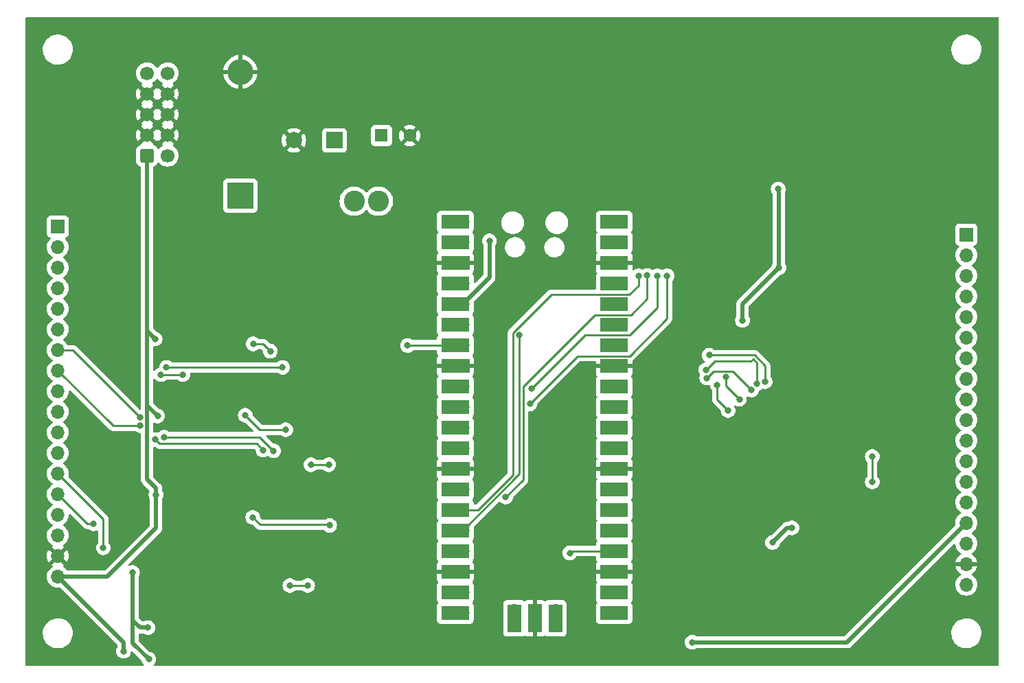
<source format=gbr>
%TF.GenerationSoftware,KiCad,Pcbnew,7.0.2*%
%TF.CreationDate,2023-08-30T16:48:59+01:00*%
%TF.ProjectId,dk2_02_bottom,646b325f-3032-45f6-926f-74746f6d2e6b,rev?*%
%TF.SameCoordinates,Original*%
%TF.FileFunction,Copper,L2,Bot*%
%TF.FilePolarity,Positive*%
%FSLAX46Y46*%
G04 Gerber Fmt 4.6, Leading zero omitted, Abs format (unit mm)*
G04 Created by KiCad (PCBNEW 7.0.2) date 2023-08-30 16:48:59*
%MOMM*%
%LPD*%
G01*
G04 APERTURE LIST*
G04 Aperture macros list*
%AMRoundRect*
0 Rectangle with rounded corners*
0 $1 Rounding radius*
0 $2 $3 $4 $5 $6 $7 $8 $9 X,Y pos of 4 corners*
0 Add a 4 corners polygon primitive as box body*
4,1,4,$2,$3,$4,$5,$6,$7,$8,$9,$2,$3,0*
0 Add four circle primitives for the rounded corners*
1,1,$1+$1,$2,$3*
1,1,$1+$1,$4,$5*
1,1,$1+$1,$6,$7*
1,1,$1+$1,$8,$9*
0 Add four rect primitives between the rounded corners*
20,1,$1+$1,$2,$3,$4,$5,0*
20,1,$1+$1,$4,$5,$6,$7,0*
20,1,$1+$1,$6,$7,$8,$9,0*
20,1,$1+$1,$8,$9,$2,$3,0*%
G04 Aperture macros list end*
%TA.AperFunction,ComponentPad*%
%ADD10R,1.700000X1.700000*%
%TD*%
%TA.AperFunction,ComponentPad*%
%ADD11O,1.700000X1.700000*%
%TD*%
%TA.AperFunction,ComponentPad*%
%ADD12RoundRect,0.250000X-0.600000X-0.600000X0.600000X-0.600000X0.600000X0.600000X-0.600000X0.600000X0*%
%TD*%
%TA.AperFunction,ComponentPad*%
%ADD13C,1.700000*%
%TD*%
%TA.AperFunction,ComponentPad*%
%ADD14C,2.600000*%
%TD*%
%TA.AperFunction,ComponentPad*%
%ADD15R,1.600000X1.600000*%
%TD*%
%TA.AperFunction,ComponentPad*%
%ADD16C,1.600000*%
%TD*%
%TA.AperFunction,ComponentPad*%
%ADD17R,2.000000X2.000000*%
%TD*%
%TA.AperFunction,ComponentPad*%
%ADD18C,2.000000*%
%TD*%
%TA.AperFunction,ComponentPad*%
%ADD19R,3.200000X3.200000*%
%TD*%
%TA.AperFunction,ComponentPad*%
%ADD20O,3.200000X3.200000*%
%TD*%
%TA.AperFunction,SMDPad,CuDef*%
%ADD21R,3.500000X1.700000*%
%TD*%
%TA.AperFunction,SMDPad,CuDef*%
%ADD22R,1.700000X3.500000*%
%TD*%
%TA.AperFunction,ViaPad*%
%ADD23C,0.800000*%
%TD*%
%TA.AperFunction,Conductor*%
%ADD24C,0.250000*%
%TD*%
%TA.AperFunction,Conductor*%
%ADD25C,0.500000*%
%TD*%
G04 APERTURE END LIST*
D10*
%TO.P,J1,1,Pin_1*%
%TO.N,unconnected-(J1-Pin_1-Pad1)*%
X84000000Y-75820000D03*
D11*
%TO.P,J1,2,Pin_2*%
%TO.N,unconnected-(J1-Pin_2-Pad2)*%
X84000000Y-78360000D03*
%TO.P,J1,3,Pin_3*%
%TO.N,unconnected-(J1-Pin_3-Pad3)*%
X84000000Y-80900000D03*
%TO.P,J1,4,Pin_4*%
%TO.N,START_STOP_BUTTON*%
X84000000Y-83440000D03*
%TO.P,J1,5,Pin_5*%
%TO.N,TAP_TEMPO_BUTTON*%
X84000000Y-85980000D03*
%TO.P,J1,6,Pin_6*%
%TO.N,165_LOAD*%
X84000000Y-88520000D03*
%TO.P,J1,7,Pin_7*%
%TO.N,165_CLOCK*%
X84000000Y-91060000D03*
%TO.P,J1,8,Pin_8*%
%TO.N,165_DATA*%
X84000000Y-93600000D03*
%TO.P,J1,9,Pin_9*%
%TO.N,TRIGGER_OUT_1_EURO*%
X84000000Y-96140000D03*
%TO.P,J1,10,Pin_10*%
%TO.N,TRIGGER_OUT_2_EURO*%
X84000000Y-98680000D03*
%TO.P,J1,11,Pin_11*%
%TO.N,TRIGGER_OUT_3_EURO*%
X84000000Y-101220000D03*
%TO.P,J1,12,Pin_12*%
%TO.N,TRIGGER_OUT_4_EURO*%
X84000000Y-103760000D03*
%TO.P,J1,13,Pin_13*%
%TO.N,SYNC_IN_EURO*%
X84000000Y-106300000D03*
%TO.P,J1,14,Pin_14*%
%TO.N,SYNC_OUT_EURO*%
X84000000Y-108840000D03*
%TO.P,J1,15,Pin_15*%
%TO.N,+12V*%
X84000000Y-111380000D03*
%TO.P,J1,16,Pin_16*%
%TO.N,+3.3V*%
X84000000Y-113920000D03*
%TO.P,J1,17,Pin_17*%
%TO.N,GND*%
X84000000Y-116460000D03*
%TO.P,J1,18,Pin_18*%
%TO.N,-12V*%
X84000000Y-119000000D03*
%TD*%
D10*
%TO.P,J2,1,Pin_1*%
%TO.N,4051_ADDRESS_A*%
X196000000Y-76820000D03*
D11*
%TO.P,J2,2,Pin_2*%
%TO.N,4051_ADDRESS_B*%
X196000000Y-79360000D03*
%TO.P,J2,3,Pin_3*%
%TO.N,4051_ADDRESS_C*%
X196000000Y-81900000D03*
%TO.P,J2,4,Pin_4*%
%TO.N,4051_READING_1*%
X196000000Y-84440000D03*
%TO.P,J2,5,Pin_5*%
%TO.N,4051_READING_0*%
X196000000Y-86980000D03*
%TO.P,J2,6,Pin_6*%
%TO.N,SD_CLOCK*%
X196000000Y-89520000D03*
%TO.P,J2,7,Pin_7*%
%TO.N,SD_SERIAL_IN*%
X196000000Y-92060000D03*
%TO.P,J2,8,Pin_8*%
%TO.N,SD_SERIAL_OUT*%
X196000000Y-94600000D03*
%TO.P,J2,9,Pin_9*%
%TO.N,SD_CHIP_SELECT*%
X196000000Y-97140000D03*
%TO.P,J2,10,Pin_10*%
%TO.N,595_DATA*%
X196000000Y-99680000D03*
%TO.P,J2,11,Pin_11*%
%TO.N,595_CLOCK*%
X196000000Y-102220000D03*
%TO.P,J2,12,Pin_12*%
%TO.N,595_LATCH*%
X196000000Y-104760000D03*
%TO.P,J2,13,Pin_13*%
%TO.N,EURO_OUT_1*%
X196000000Y-107300000D03*
%TO.P,J2,14,Pin_14*%
%TO.N,EURO_OUT_2*%
X196000000Y-109840000D03*
%TO.P,J2,15,Pin_15*%
%TO.N,+12V*%
X196000000Y-112380000D03*
%TO.P,J2,16,Pin_16*%
%TO.N,+3.3V*%
X196000000Y-114920000D03*
%TO.P,J2,17,Pin_17*%
%TO.N,GND*%
X196000000Y-117460000D03*
%TO.P,J2,18,Pin_18*%
%TO.N,-12V*%
X196000000Y-120000000D03*
%TD*%
D12*
%TO.P,J3,1,Pin_1*%
%TO.N,-12V*%
X95000000Y-67080000D03*
D13*
%TO.P,J3,2,Pin_2*%
X97540000Y-67080000D03*
%TO.P,J3,3,Pin_3*%
%TO.N,GND*%
X95000000Y-64540000D03*
%TO.P,J3,4,Pin_4*%
X97540000Y-64540000D03*
%TO.P,J3,5,Pin_5*%
X95000000Y-62000000D03*
%TO.P,J3,6,Pin_6*%
X97540000Y-62000000D03*
%TO.P,J3,7,Pin_7*%
X95000000Y-59460000D03*
%TO.P,J3,8,Pin_8*%
X97540000Y-59460000D03*
%TO.P,J3,9,Pin_9*%
%TO.N,+12V*%
X95000000Y-56920000D03*
%TO.P,J3,10,Pin_10*%
X97540000Y-56920000D03*
%TD*%
D14*
%TO.P,L1,1,1*%
%TO.N,Net-(D2-K)*%
X120532323Y-72700000D03*
%TO.P,L1,2,2*%
%TO.N,+5V*%
X123532323Y-72700000D03*
%TD*%
D15*
%TO.P,C27,1*%
%TO.N,+5V*%
X123879672Y-64600000D03*
D16*
%TO.P,C27,2*%
%TO.N,GND*%
X127379672Y-64600000D03*
%TD*%
D17*
%TO.P,C25,1*%
%TO.N,+12V*%
X118100000Y-65200000D03*
D18*
%TO.P,C25,2*%
%TO.N,GND*%
X113100000Y-65200000D03*
%TD*%
D19*
%TO.P,D2,1,K*%
%TO.N,Net-(D2-K)*%
X106500000Y-72000000D03*
D20*
%TO.P,D2,2,A*%
%TO.N,GND*%
X106500000Y-56760000D03*
%TD*%
D11*
%TO.P,U1,1,GPIO0*%
%TO.N,START_STOP_BUTTON*%
X151680000Y-75220000D03*
D21*
X152580000Y-75220000D03*
D11*
%TO.P,U1,2,GPIO1*%
%TO.N,TAP_TEMPO_BUTTON*%
X151680000Y-77760000D03*
D21*
X152580000Y-77760000D03*
D10*
%TO.P,U1,3,GND*%
%TO.N,GND*%
X151680000Y-80300000D03*
D21*
X152580000Y-80300000D03*
D11*
%TO.P,U1,4,GPIO2*%
%TO.N,SD_CLOCK*%
X151680000Y-82840000D03*
D21*
X152580000Y-82840000D03*
D11*
%TO.P,U1,5,GPIO3*%
%TO.N,SD_SERIAL_IN*%
X151680000Y-85380000D03*
D21*
X152580000Y-85380000D03*
D11*
%TO.P,U1,6,GPIO4*%
%TO.N,SD_SERIAL_OUT*%
X151680000Y-87920000D03*
D21*
X152580000Y-87920000D03*
D11*
%TO.P,U1,7,GPIO5*%
%TO.N,SD_CHIP_SELECT*%
X151680000Y-90460000D03*
D21*
X152580000Y-90460000D03*
D10*
%TO.P,U1,8,GND*%
%TO.N,GND*%
X151680000Y-93000000D03*
D21*
X152580000Y-93000000D03*
D11*
%TO.P,U1,9,GPIO6*%
%TO.N,595_DATA*%
X151680000Y-95540000D03*
D21*
X152580000Y-95540000D03*
D11*
%TO.P,U1,10,GPIO7*%
%TO.N,595_CLOCK*%
X151680000Y-98080000D03*
D21*
X152580000Y-98080000D03*
D11*
%TO.P,U1,11,GPIO8*%
%TO.N,595_LATCH*%
X151680000Y-100620000D03*
D21*
X152580000Y-100620000D03*
D11*
%TO.P,U1,12,GPIO9*%
%TO.N,DAC_DOUT*%
X151680000Y-103160000D03*
D21*
X152580000Y-103160000D03*
D10*
%TO.P,U1,13,GND*%
%TO.N,GND*%
X151680000Y-105700000D03*
D21*
X152580000Y-105700000D03*
D11*
%TO.P,U1,14,GPIO10*%
%TO.N,DAC_BCLK*%
X151680000Y-108240000D03*
D21*
X152580000Y-108240000D03*
D11*
%TO.P,U1,15,GPIO11*%
%TO.N,DAC_LRC*%
X151680000Y-110780000D03*
D21*
X152580000Y-110780000D03*
D11*
%TO.P,U1,16,GPIO12*%
%TO.N,165_LOAD*%
X151680000Y-113320000D03*
D21*
X152580000Y-113320000D03*
D11*
%TO.P,U1,17,GPIO13*%
%TO.N,165_CLOCK*%
X151680000Y-115860000D03*
D21*
X152580000Y-115860000D03*
D10*
%TO.P,U1,18,GND*%
%TO.N,GND*%
X151680000Y-118400000D03*
D21*
X152580000Y-118400000D03*
D11*
%TO.P,U1,19,GPIO14*%
%TO.N,165_DATA*%
X151680000Y-120940000D03*
D21*
X152580000Y-120940000D03*
D11*
%TO.P,U1,20,GPIO15*%
%TO.N,TRIGGER_OUT_1*%
X151680000Y-123480000D03*
D21*
X152580000Y-123480000D03*
D11*
%TO.P,U1,21,GPIO16*%
%TO.N,SYNC_IN*%
X133900000Y-123480000D03*
D21*
X133000000Y-123480000D03*
D11*
%TO.P,U1,22,GPIO17*%
%TO.N,SYNC_OUT*%
X133900000Y-120940000D03*
D21*
X133000000Y-120940000D03*
D10*
%TO.P,U1,23,GND*%
%TO.N,GND*%
X133900000Y-118400000D03*
D21*
X133000000Y-118400000D03*
D11*
%TO.P,U1,24,GPIO18*%
%TO.N,TRIGGER_OUT_4*%
X133900000Y-115860000D03*
D21*
X133000000Y-115860000D03*
D11*
%TO.P,U1,25,GPIO19*%
%TO.N,4051_ADDRESS_A*%
X133900000Y-113320000D03*
D21*
X133000000Y-113320000D03*
D11*
%TO.P,U1,26,GPIO20*%
%TO.N,4051_ADDRESS_B*%
X133900000Y-110780000D03*
D21*
X133000000Y-110780000D03*
D11*
%TO.P,U1,27,GPIO21*%
%TO.N,4051_ADDRESS_C*%
X133900000Y-108240000D03*
D21*
X133000000Y-108240000D03*
D10*
%TO.P,U1,28,GND*%
%TO.N,GND*%
X133900000Y-105700000D03*
D21*
X133000000Y-105700000D03*
D11*
%TO.P,U1,29,GPIO22*%
%TO.N,TRIGGER_OUT_3*%
X133900000Y-103160000D03*
D21*
X133000000Y-103160000D03*
D11*
%TO.P,U1,30,RUN*%
%TO.N,unconnected-(U1-RUN-Pad30)*%
X133900000Y-100620000D03*
D21*
X133000000Y-100620000D03*
D11*
%TO.P,U1,31,GPIO26_ADC0*%
%TO.N,4051_READING_0*%
X133900000Y-98080000D03*
D21*
X133000000Y-98080000D03*
D11*
%TO.P,U1,32,GPIO27_ADC1*%
%TO.N,4051_READING_1*%
X133900000Y-95540000D03*
D21*
X133000000Y-95540000D03*
D10*
%TO.P,U1,33,AGND*%
%TO.N,GND*%
X133900000Y-93000000D03*
D21*
X133000000Y-93000000D03*
D11*
%TO.P,U1,34,GPIO28_ADC2*%
%TO.N,TRIGGER_OUT_2*%
X133900000Y-90460000D03*
D21*
X133000000Y-90460000D03*
D11*
%TO.P,U1,35,ADC_VREF*%
%TO.N,unconnected-(U1-ADC_VREF-Pad35)*%
X133900000Y-87920000D03*
D21*
X133000000Y-87920000D03*
D11*
%TO.P,U1,36,3V3*%
%TO.N,+3.3V*%
X133900000Y-85380000D03*
D21*
X133000000Y-85380000D03*
D11*
%TO.P,U1,37,3V3_EN*%
%TO.N,unconnected-(U1-3V3_EN-Pad37)*%
X133900000Y-82840000D03*
D21*
X133000000Y-82840000D03*
D10*
%TO.P,U1,38,GND*%
%TO.N,GND*%
X133900000Y-80300000D03*
D21*
X133000000Y-80300000D03*
D11*
%TO.P,U1,39,VSYS*%
%TO.N,Net-(#FLG02-pwr)*%
X133900000Y-77760000D03*
D21*
X133000000Y-77760000D03*
D11*
%TO.P,U1,40,VBUS*%
%TO.N,unconnected-(U1-VBUS-Pad40)*%
X133900000Y-75220000D03*
D21*
X133000000Y-75220000D03*
D11*
%TO.P,U1,41,SWCLK*%
%TO.N,unconnected-(U1-SWCLK-Pad41)*%
X145330000Y-123250000D03*
D22*
X145330000Y-124150000D03*
D10*
%TO.P,U1,42,GND*%
%TO.N,GND*%
X142790000Y-123250000D03*
D22*
X142790000Y-124150000D03*
D11*
%TO.P,U1,43,SWDIO*%
%TO.N,unconnected-(U1-SWDIO-Pad43)*%
X140250000Y-123250000D03*
D22*
X140250000Y-124150000D03*
%TD*%
D23*
%TO.N,GND*%
X101500000Y-98800000D03*
X171800000Y-85850500D03*
X184900000Y-84000000D03*
X101500000Y-109500000D03*
X124000000Y-59000000D03*
X115800000Y-89200000D03*
X184100000Y-89100000D03*
X165600000Y-82800000D03*
X105800000Y-122000000D03*
X115700000Y-99700000D03*
X112800000Y-111400000D03*
X124000000Y-53000000D03*
X172300000Y-90800000D03*
X177300000Y-115000000D03*
X176900000Y-67200000D03*
X172600000Y-106900000D03*
X102700000Y-88475500D03*
%TO.N,SYNC_IN*%
X112600000Y-120100000D03*
X114800000Y-120100000D03*
%TO.N,595_DATA*%
X164300000Y-91700000D03*
X171200000Y-94974500D03*
%TO.N,595_CLOCK*%
X170200000Y-95200000D03*
X163900000Y-93500000D03*
%TO.N,595_LATCH*%
X169500000Y-96000000D03*
X164000000Y-94500000D03*
%TO.N,165_CLOCK*%
X110600000Y-103500000D03*
X97100000Y-101800000D03*
X94150500Y-99400000D03*
X147100000Y-116100000D03*
%TO.N,165_DATA*%
X109300000Y-103400000D03*
X94150500Y-100400000D03*
X96000000Y-102100000D03*
%TO.N,SYNC_OUT*%
X117500000Y-112700000D03*
X108025500Y-111700000D03*
%TO.N,4051_ADDRESS_A*%
X140900000Y-89200000D03*
%TO.N,4051_ADDRESS_B*%
X155600000Y-81900000D03*
%TO.N,4051_ADDRESS_C*%
X139200000Y-109200000D03*
X156662299Y-81862299D03*
%TO.N,4051_READING_0*%
X159100000Y-81900000D03*
X142200000Y-97700000D03*
%TO.N,4051_READING_1*%
X142400000Y-95800000D03*
X157900000Y-81900000D03*
%TO.N,LINE_OUT_L*%
X166623150Y-98523150D03*
X165300000Y-95400000D03*
%TO.N,TRIGGER_OUT_3_EURO*%
X99400000Y-94100000D03*
X96699312Y-94099312D03*
%TO.N,TRIGGER_OUT_4_EURO*%
X97400000Y-93200000D03*
X111700000Y-93200000D03*
%TO.N,SYNC_IN_EURO*%
X89600000Y-115449500D03*
%TO.N,SYNC_OUT_EURO*%
X88400000Y-112500000D03*
%TO.N,+3.3VDAC*%
X168400000Y-87400000D03*
X172800000Y-71200000D03*
X172900000Y-80900000D03*
%TO.N,LINE_OUT_R*%
X184400000Y-104175500D03*
X184400000Y-107324500D03*
X166399503Y-94399503D03*
X168023150Y-97123150D03*
%TO.N,+12V*%
X162200000Y-127100000D03*
X172100000Y-114800000D03*
X174500000Y-113000000D03*
%TO.N,-12V*%
X92100000Y-128200000D03*
X96300000Y-99200000D03*
X96000000Y-89700000D03*
X96100000Y-108900000D03*
%TO.N,+3.3V*%
X137200000Y-77600000D03*
X93200000Y-118500000D03*
X95200000Y-129200000D03*
X95100000Y-125300000D03*
%TO.N,TRIGGER_OUT_1*%
X108075500Y-90300000D03*
X110200000Y-91200000D03*
%TO.N,TRIGGER_OUT_4*%
X115200000Y-105200000D03*
X117400000Y-105200000D03*
%TO.N,TRIGGER_OUT_3*%
X112100000Y-100900000D03*
X107100000Y-99100000D03*
%TO.N,TRIGGER_OUT_2*%
X127100000Y-90500000D03*
%TD*%
D24*
%TO.N,SYNC_IN*%
X114800000Y-120100000D02*
X112600000Y-120100000D01*
%TO.N,595_DATA*%
X171200000Y-93000000D02*
X169900000Y-91700000D01*
X169900000Y-91700000D02*
X164300000Y-91700000D01*
X171200000Y-94974500D02*
X171200000Y-93000000D01*
%TO.N,595_CLOCK*%
X170200000Y-95200000D02*
X170200000Y-92636396D01*
X164975000Y-92425000D02*
X163900000Y-93500000D01*
X170200000Y-92636396D02*
X169713604Y-92150000D01*
X169438604Y-92425000D02*
X164975000Y-92425000D01*
X169713604Y-92150000D02*
X169438604Y-92425000D01*
%TO.N,595_LATCH*%
X164825497Y-93674503D02*
X164000000Y-94500000D01*
X167174503Y-93674503D02*
X164825497Y-93674503D01*
X169500000Y-96000000D02*
X167174503Y-93674503D01*
%TO.N,165_CLOCK*%
X84000000Y-91060000D02*
X85810500Y-91060000D01*
X85810500Y-91060000D02*
X94150500Y-99400000D01*
X97100000Y-101800000D02*
X108900000Y-101800000D01*
X147340000Y-115860000D02*
X151680000Y-115860000D01*
X147100000Y-116100000D02*
X147340000Y-115860000D01*
X108900000Y-101800000D02*
X110600000Y-103500000D01*
%TO.N,165_DATA*%
X90800000Y-100400000D02*
X84000000Y-93600000D01*
X94150500Y-100400000D02*
X90800000Y-100400000D01*
X96500000Y-102600000D02*
X96000000Y-102100000D01*
X108600000Y-102700000D02*
X108500000Y-102600000D01*
X109300000Y-103400000D02*
X108600000Y-102700000D01*
X108500000Y-102600000D02*
X96500000Y-102600000D01*
%TO.N,SYNC_OUT*%
X117400000Y-112600000D02*
X117500000Y-112700000D01*
X108025500Y-111700000D02*
X108925500Y-112600000D01*
X108925500Y-112600000D02*
X117400000Y-112600000D01*
%TO.N,4051_ADDRESS_A*%
X140900000Y-106320000D02*
X133900000Y-113320000D01*
X140900000Y-89200000D02*
X140900000Y-106320000D01*
%TO.N,4051_ADDRESS_B*%
X140100000Y-88974695D02*
X140100000Y-106483604D01*
X155600000Y-81900000D02*
X155600000Y-83070000D01*
X140100000Y-106483604D02*
X135803604Y-110780000D01*
X135803604Y-110780000D02*
X133900000Y-110780000D01*
X155600000Y-83070000D02*
X154465000Y-84205000D01*
X154465000Y-84205000D02*
X144869695Y-84205000D01*
X144869695Y-84205000D02*
X140100000Y-88974695D01*
%TO.N,4051_ADDRESS_C*%
X141350000Y-107050000D02*
X139200000Y-109200000D01*
X141350000Y-95550000D02*
X141350000Y-107050000D01*
X154655000Y-86745000D02*
X150155000Y-86745000D01*
X156662299Y-84737701D02*
X154655000Y-86745000D01*
X156662299Y-81862299D02*
X156662299Y-84737701D01*
X150155000Y-86745000D02*
X141350000Y-95550000D01*
%TO.N,4051_READING_0*%
X148100000Y-91800000D02*
X142200000Y-97700000D01*
X159100000Y-81900000D02*
X159100000Y-87190000D01*
X159100000Y-87190000D02*
X154490000Y-91800000D01*
X154490000Y-91800000D02*
X148100000Y-91800000D01*
%TO.N,4051_READING_1*%
X157900000Y-85850000D02*
X154550000Y-89200000D01*
X157900000Y-81900000D02*
X157900000Y-85850000D01*
X154550000Y-89200000D02*
X149000000Y-89200000D01*
X149000000Y-89200000D02*
X142400000Y-95800000D01*
%TO.N,LINE_OUT_L*%
X165300000Y-95400000D02*
X165300000Y-97200000D01*
X165300000Y-97200000D02*
X166623150Y-98523150D01*
%TO.N,TRIGGER_OUT_3_EURO*%
X96699312Y-94099312D02*
X99399312Y-94099312D01*
X99399312Y-94099312D02*
X99400000Y-94100000D01*
%TO.N,TRIGGER_OUT_4_EURO*%
X97400000Y-93200000D02*
X111700000Y-93200000D01*
%TO.N,SYNC_IN_EURO*%
X84000000Y-106300000D02*
X89600000Y-111900000D01*
X89600000Y-111900000D02*
X89600000Y-115449500D01*
%TO.N,SYNC_OUT_EURO*%
X84000000Y-108840000D02*
X87660000Y-112500000D01*
X87660000Y-112500000D02*
X88400000Y-112500000D01*
D25*
%TO.N,+3.3VDAC*%
X172900000Y-77600000D02*
X172900000Y-71300000D01*
X172900000Y-80900000D02*
X168400000Y-85400000D01*
X172900000Y-80900000D02*
X172900000Y-77600000D01*
X172900000Y-71300000D02*
X172800000Y-71200000D01*
X168400000Y-85400000D02*
X168400000Y-87400000D01*
D24*
%TO.N,LINE_OUT_R*%
X166399503Y-94399503D02*
X166399503Y-95499503D01*
X184400000Y-104175500D02*
X184400000Y-107324500D01*
X166399503Y-95499503D02*
X168023150Y-97123150D01*
D25*
%TO.N,+12V*%
X174500000Y-113000000D02*
X173900000Y-113000000D01*
X173900000Y-113000000D02*
X172100000Y-114800000D01*
X181280000Y-127100000D02*
X162200000Y-127100000D01*
X196000000Y-112380000D02*
X181280000Y-127100000D01*
%TO.N,-12V*%
X96100000Y-113000000D02*
X96100000Y-108900000D01*
X84000000Y-119000000D02*
X90100000Y-119000000D01*
X96100000Y-108900000D02*
X96100000Y-108100000D01*
X95000000Y-88700000D02*
X95000000Y-88600000D01*
X95000000Y-97900000D02*
X95000000Y-107000000D01*
X90100000Y-119000000D02*
X96100000Y-113000000D01*
X95000000Y-88600000D02*
X95000000Y-97900000D01*
X96300000Y-99200000D02*
X95000000Y-97900000D01*
X95000000Y-67080000D02*
X95000000Y-88600000D01*
X92100000Y-128200000D02*
X92100000Y-127100000D01*
X96000000Y-89700000D02*
X95000000Y-88700000D01*
X96100000Y-108100000D02*
X95000000Y-107000000D01*
X92100000Y-127100000D02*
X84000000Y-119000000D01*
%TO.N,+3.3V*%
X94100000Y-125300000D02*
X93200000Y-124400000D01*
X93200000Y-124400000D02*
X93200000Y-118500000D01*
X95200000Y-129200000D02*
X93200000Y-127200000D01*
X133900000Y-85380000D02*
X137200000Y-82080000D01*
X137200000Y-82080000D02*
X137200000Y-77600000D01*
X93200000Y-127200000D02*
X93200000Y-124400000D01*
X95100000Y-125300000D02*
X94100000Y-125300000D01*
D24*
%TO.N,TRIGGER_OUT_1*%
X109300000Y-90300000D02*
X110200000Y-91200000D01*
X108075500Y-90300000D02*
X109300000Y-90300000D01*
%TO.N,TRIGGER_OUT_4*%
X115200000Y-105200000D02*
X117400000Y-105200000D01*
%TO.N,TRIGGER_OUT_3*%
X108900000Y-100900000D02*
X107100000Y-99100000D01*
X112100000Y-100900000D02*
X108900000Y-100900000D01*
%TO.N,TRIGGER_OUT_2*%
X127100000Y-90500000D02*
X127140000Y-90460000D01*
X127140000Y-90460000D02*
X133900000Y-90460000D01*
%TD*%
%TA.AperFunction,Conductor*%
%TO.N,GND*%
G36*
X199942539Y-50020185D02*
G01*
X199988294Y-50072989D01*
X199999500Y-50124500D01*
X199999500Y-129875500D01*
X199979815Y-129942539D01*
X199927011Y-129988294D01*
X199875500Y-129999500D01*
X95970378Y-129999500D01*
X95903339Y-129979815D01*
X95857584Y-129927011D01*
X95847640Y-129857853D01*
X95876665Y-129794297D01*
X95878228Y-129792528D01*
X95892599Y-129776566D01*
X95932533Y-129732216D01*
X96027179Y-129568284D01*
X96085674Y-129388256D01*
X96105460Y-129200000D01*
X96085674Y-129011744D01*
X96027179Y-128831716D01*
X96027179Y-128831715D01*
X95932533Y-128667783D01*
X95805870Y-128527110D01*
X95652730Y-128415848D01*
X95479802Y-128338855D01*
X95414670Y-128325011D01*
X95353188Y-128291819D01*
X95352770Y-128291402D01*
X94161368Y-127099999D01*
X161294540Y-127099999D01*
X161314326Y-127288257D01*
X161372820Y-127468284D01*
X161467466Y-127632216D01*
X161594129Y-127772889D01*
X161747269Y-127884151D01*
X161920197Y-127961144D01*
X162105352Y-128000500D01*
X162105354Y-128000500D01*
X162294648Y-128000500D01*
X162418084Y-127974262D01*
X162479803Y-127961144D01*
X162652730Y-127884151D01*
X162666449Y-127874183D01*
X162732256Y-127850702D01*
X162739337Y-127850500D01*
X181216294Y-127850500D01*
X181234264Y-127851809D01*
X181238320Y-127852402D01*
X181258023Y-127855289D01*
X181307368Y-127850972D01*
X181318176Y-127850500D01*
X181320100Y-127850500D01*
X181323709Y-127850500D01*
X181354550Y-127846894D01*
X181358031Y-127846539D01*
X181432797Y-127839999D01*
X181432797Y-127839998D01*
X181434052Y-127839889D01*
X181453062Y-127835674D01*
X181454250Y-127835241D01*
X181454255Y-127835241D01*
X181524820Y-127809557D01*
X181528095Y-127808419D01*
X181599334Y-127784814D01*
X181599336Y-127784812D01*
X181600536Y-127784415D01*
X181618063Y-127775929D01*
X181619112Y-127775238D01*
X181619117Y-127775237D01*
X181681806Y-127734005D01*
X181684798Y-127732099D01*
X181748656Y-127692712D01*
X181748656Y-127692711D01*
X181749729Y-127692050D01*
X181764824Y-127679753D01*
X181765692Y-127678832D01*
X181765696Y-127678830D01*
X181817185Y-127624253D01*
X181819631Y-127621735D01*
X183373602Y-126067764D01*
X194145787Y-126067764D01*
X194175413Y-126337016D01*
X194209998Y-126469304D01*
X194243928Y-126599088D01*
X194300289Y-126731716D01*
X194349871Y-126848392D01*
X194490982Y-127079611D01*
X194580253Y-127186881D01*
X194664255Y-127287820D01*
X194865998Y-127468582D01*
X195091910Y-127618044D01*
X195122142Y-127632216D01*
X195337177Y-127733021D01*
X195589635Y-127808974D01*
X195596569Y-127811060D01*
X195864561Y-127850500D01*
X195864564Y-127850500D01*
X196065369Y-127850500D01*
X196067631Y-127850500D01*
X196270156Y-127835677D01*
X196534553Y-127776780D01*
X196787558Y-127680014D01*
X197023777Y-127547441D01*
X197238177Y-127381888D01*
X197426186Y-127186881D01*
X197583799Y-126966579D01*
X197707656Y-126725675D01*
X197795118Y-126469305D01*
X197844319Y-126202933D01*
X197854212Y-125932235D01*
X197824586Y-125662982D01*
X197756072Y-125400912D01*
X197650130Y-125151610D01*
X197509018Y-124920390D01*
X197509017Y-124920388D01*
X197335746Y-124712181D01*
X197230759Y-124618112D01*
X197134002Y-124531418D01*
X196908090Y-124381956D01*
X196899700Y-124378023D01*
X196662822Y-124266978D01*
X196403437Y-124188941D01*
X196403431Y-124188940D01*
X196135439Y-124149500D01*
X195932369Y-124149500D01*
X195930120Y-124149664D01*
X195930109Y-124149665D01*
X195729843Y-124164322D01*
X195465449Y-124223219D01*
X195212441Y-124319986D01*
X194976223Y-124452559D01*
X194761825Y-124618109D01*
X194573813Y-124813120D01*
X194416201Y-125033420D01*
X194292342Y-125274329D01*
X194204881Y-125530695D01*
X194155680Y-125797066D01*
X194145787Y-126067764D01*
X183373602Y-126067764D01*
X194446416Y-114994949D01*
X194507737Y-114961466D01*
X194577429Y-114966450D01*
X194633362Y-115008322D01*
X194657623Y-115071824D01*
X194664936Y-115155407D01*
X194709709Y-115322502D01*
X194726097Y-115383663D01*
X194825965Y-115597830D01*
X194961505Y-115791401D01*
X195128599Y-115958495D01*
X195314596Y-116088732D01*
X195358219Y-116143307D01*
X195365412Y-116212806D01*
X195333890Y-116275160D01*
X195314595Y-116291880D01*
X195128919Y-116421892D01*
X194961890Y-116588921D01*
X194826400Y-116782421D01*
X194726569Y-116996507D01*
X194669364Y-117209999D01*
X194669364Y-117210000D01*
X195566314Y-117210000D01*
X195540507Y-117250156D01*
X195500000Y-117388111D01*
X195500000Y-117531889D01*
X195540507Y-117669844D01*
X195566314Y-117710000D01*
X194669364Y-117710000D01*
X194726569Y-117923492D01*
X194826399Y-118137576D01*
X194961893Y-118331081D01*
X195128918Y-118498106D01*
X195314595Y-118628119D01*
X195358219Y-118682696D01*
X195365412Y-118752195D01*
X195333890Y-118814549D01*
X195314595Y-118831269D01*
X195128595Y-118961508D01*
X194961505Y-119128598D01*
X194825965Y-119322170D01*
X194726097Y-119536336D01*
X194664936Y-119764592D01*
X194644340Y-120000000D01*
X194664936Y-120235407D01*
X194697158Y-120355659D01*
X194726097Y-120463663D01*
X194825965Y-120677830D01*
X194961505Y-120871401D01*
X195128599Y-121038495D01*
X195322170Y-121174035D01*
X195536337Y-121273903D01*
X195764592Y-121335063D01*
X196000000Y-121355659D01*
X196235408Y-121335063D01*
X196463663Y-121273903D01*
X196677830Y-121174035D01*
X196871401Y-121038495D01*
X197038495Y-120871401D01*
X197174035Y-120677830D01*
X197273903Y-120463663D01*
X197335063Y-120235408D01*
X197355659Y-120000000D01*
X197335063Y-119764592D01*
X197273903Y-119536337D01*
X197174035Y-119322171D01*
X197038495Y-119128599D01*
X196871401Y-118961505D01*
X196685402Y-118831267D01*
X196641780Y-118776692D01*
X196634587Y-118707193D01*
X196666109Y-118644839D01*
X196685405Y-118628119D01*
X196871078Y-118498109D01*
X197038106Y-118331081D01*
X197173600Y-118137576D01*
X197273430Y-117923492D01*
X197330636Y-117710000D01*
X196433686Y-117710000D01*
X196459493Y-117669844D01*
X196500000Y-117531889D01*
X196500000Y-117388111D01*
X196459493Y-117250156D01*
X196433686Y-117210000D01*
X197330636Y-117210000D01*
X197330635Y-117209999D01*
X197273430Y-116996507D01*
X197173599Y-116782421D01*
X197038109Y-116588921D01*
X196871081Y-116421893D01*
X196685404Y-116291880D01*
X196641780Y-116237303D01*
X196634587Y-116167804D01*
X196666109Y-116105450D01*
X196685399Y-116088734D01*
X196871401Y-115958495D01*
X197038495Y-115791401D01*
X197174035Y-115597830D01*
X197273903Y-115383663D01*
X197335063Y-115155408D01*
X197355659Y-114920000D01*
X197335063Y-114684592D01*
X197273903Y-114456337D01*
X197174035Y-114242171D01*
X197038495Y-114048599D01*
X196871401Y-113881505D01*
X196685839Y-113751573D01*
X196642215Y-113696997D01*
X196635023Y-113627498D01*
X196666545Y-113565144D01*
X196685831Y-113548432D01*
X196871401Y-113418495D01*
X197038495Y-113251401D01*
X197174035Y-113057830D01*
X197273903Y-112843663D01*
X197335063Y-112615408D01*
X197355659Y-112380000D01*
X197335063Y-112144592D01*
X197273903Y-111916337D01*
X197174035Y-111702171D01*
X197038495Y-111508599D01*
X196871401Y-111341505D01*
X196685839Y-111211573D01*
X196642215Y-111156997D01*
X196635023Y-111087498D01*
X196666545Y-111025144D01*
X196685831Y-111008432D01*
X196871401Y-110878495D01*
X197038495Y-110711401D01*
X197174035Y-110517830D01*
X197273903Y-110303663D01*
X197335063Y-110075408D01*
X197355659Y-109840000D01*
X197335063Y-109604592D01*
X197273903Y-109376337D01*
X197174035Y-109162171D01*
X197038495Y-108968599D01*
X196871401Y-108801505D01*
X196685839Y-108671573D01*
X196642215Y-108616997D01*
X196635023Y-108547498D01*
X196666545Y-108485144D01*
X196685831Y-108468432D01*
X196871401Y-108338495D01*
X197038495Y-108171401D01*
X197174035Y-107977830D01*
X197273903Y-107763663D01*
X197335063Y-107535408D01*
X197355659Y-107300000D01*
X197335063Y-107064592D01*
X197273903Y-106836337D01*
X197174035Y-106622171D01*
X197038495Y-106428599D01*
X196871401Y-106261505D01*
X196685839Y-106131573D01*
X196642215Y-106076997D01*
X196635023Y-106007498D01*
X196666545Y-105945144D01*
X196685831Y-105928432D01*
X196871401Y-105798495D01*
X197038495Y-105631401D01*
X197174035Y-105437830D01*
X197273903Y-105223663D01*
X197335063Y-104995408D01*
X197355659Y-104760000D01*
X197339429Y-104574500D01*
X197335063Y-104524592D01*
X197311815Y-104437830D01*
X197273903Y-104296337D01*
X197174035Y-104082171D01*
X197038495Y-103888599D01*
X196871401Y-103721505D01*
X196685839Y-103591573D01*
X196642215Y-103536997D01*
X196635023Y-103467498D01*
X196666545Y-103405144D01*
X196685831Y-103388432D01*
X196871401Y-103258495D01*
X197038495Y-103091401D01*
X197174035Y-102897830D01*
X197273903Y-102683663D01*
X197335063Y-102455408D01*
X197355659Y-102220000D01*
X197335063Y-101984592D01*
X197273903Y-101756337D01*
X197174035Y-101542171D01*
X197038495Y-101348599D01*
X196871401Y-101181505D01*
X196685839Y-101051573D01*
X196642215Y-100996997D01*
X196635023Y-100927498D01*
X196666545Y-100865144D01*
X196685831Y-100848432D01*
X196871401Y-100718495D01*
X197038495Y-100551401D01*
X197174035Y-100357830D01*
X197273903Y-100143663D01*
X197335063Y-99915408D01*
X197355659Y-99680000D01*
X197335063Y-99444592D01*
X197273903Y-99216337D01*
X197174035Y-99002171D01*
X197038495Y-98808599D01*
X196871401Y-98641505D01*
X196685839Y-98511573D01*
X196642215Y-98456997D01*
X196635023Y-98387498D01*
X196666545Y-98325144D01*
X196685831Y-98308432D01*
X196871401Y-98178495D01*
X197038495Y-98011401D01*
X197174035Y-97817830D01*
X197273903Y-97603663D01*
X197335063Y-97375408D01*
X197355659Y-97140000D01*
X197352532Y-97104264D01*
X197335063Y-96904592D01*
X197329629Y-96884311D01*
X197273903Y-96676337D01*
X197174035Y-96462171D01*
X197038495Y-96268599D01*
X196871401Y-96101505D01*
X196685839Y-95971573D01*
X196642215Y-95916997D01*
X196635023Y-95847498D01*
X196666545Y-95785144D01*
X196685831Y-95768432D01*
X196871401Y-95638495D01*
X197038495Y-95471401D01*
X197174035Y-95277830D01*
X197273903Y-95063663D01*
X197335063Y-94835408D01*
X197355659Y-94600000D01*
X197350309Y-94538856D01*
X197335063Y-94364592D01*
X197324029Y-94323412D01*
X197273903Y-94136337D01*
X197174035Y-93922171D01*
X197038495Y-93728599D01*
X196871401Y-93561505D01*
X196685839Y-93431573D01*
X196642215Y-93376997D01*
X196635023Y-93307498D01*
X196666545Y-93245144D01*
X196685831Y-93228432D01*
X196871401Y-93098495D01*
X197038495Y-92931401D01*
X197174035Y-92737830D01*
X197273903Y-92523663D01*
X197335063Y-92295408D01*
X197355659Y-92060000D01*
X197335063Y-91824592D01*
X197273903Y-91596337D01*
X197174035Y-91382171D01*
X197038495Y-91188599D01*
X196871401Y-91021505D01*
X196685839Y-90891573D01*
X196642215Y-90836997D01*
X196635023Y-90767498D01*
X196666545Y-90705144D01*
X196685831Y-90688432D01*
X196871401Y-90558495D01*
X197038495Y-90391401D01*
X197174035Y-90197830D01*
X197273903Y-89983663D01*
X197335063Y-89755408D01*
X197355659Y-89520000D01*
X197335063Y-89284592D01*
X197273903Y-89056337D01*
X197174035Y-88842171D01*
X197038495Y-88648599D01*
X196871401Y-88481505D01*
X196685839Y-88351573D01*
X196642215Y-88296997D01*
X196635023Y-88227498D01*
X196666545Y-88165144D01*
X196685831Y-88148432D01*
X196871401Y-88018495D01*
X197038495Y-87851401D01*
X197174035Y-87657830D01*
X197273903Y-87443663D01*
X197335063Y-87215408D01*
X197355659Y-86980000D01*
X197335063Y-86744592D01*
X197273903Y-86516337D01*
X197174035Y-86302171D01*
X197038495Y-86108599D01*
X196871401Y-85941505D01*
X196685839Y-85811573D01*
X196642215Y-85756997D01*
X196635023Y-85687498D01*
X196666545Y-85625144D01*
X196685831Y-85608432D01*
X196871401Y-85478495D01*
X197038495Y-85311401D01*
X197174035Y-85117830D01*
X197273903Y-84903663D01*
X197335063Y-84675408D01*
X197355659Y-84440000D01*
X197335063Y-84204592D01*
X197273903Y-83976337D01*
X197174035Y-83762171D01*
X197038495Y-83568599D01*
X196871401Y-83401505D01*
X196685839Y-83271573D01*
X196642215Y-83216997D01*
X196635023Y-83147498D01*
X196666545Y-83085144D01*
X196685831Y-83068432D01*
X196871401Y-82938495D01*
X197038495Y-82771401D01*
X197174035Y-82577830D01*
X197273903Y-82363663D01*
X197335063Y-82135408D01*
X197355659Y-81900000D01*
X197344732Y-81775112D01*
X197335063Y-81664592D01*
X197325529Y-81629010D01*
X197273903Y-81436337D01*
X197174035Y-81222171D01*
X197038495Y-81028599D01*
X196871401Y-80861505D01*
X196685839Y-80731573D01*
X196642215Y-80676997D01*
X196635023Y-80607498D01*
X196666545Y-80545144D01*
X196685831Y-80528432D01*
X196871401Y-80398495D01*
X197038495Y-80231401D01*
X197174035Y-80037830D01*
X197273903Y-79823663D01*
X197335063Y-79595408D01*
X197355659Y-79360000D01*
X197335063Y-79124592D01*
X197273903Y-78896337D01*
X197174035Y-78682171D01*
X197038495Y-78488599D01*
X196916569Y-78366672D01*
X196883084Y-78305350D01*
X196888068Y-78235658D01*
X196929940Y-78179725D01*
X196960915Y-78162810D01*
X197092331Y-78113796D01*
X197207546Y-78027546D01*
X197293796Y-77912331D01*
X197344091Y-77777483D01*
X197350500Y-77717873D01*
X197350499Y-75922128D01*
X197344091Y-75862517D01*
X197293796Y-75727669D01*
X197207546Y-75612454D01*
X197092331Y-75526204D01*
X196957483Y-75475909D01*
X196897873Y-75469500D01*
X196894550Y-75469500D01*
X195105439Y-75469500D01*
X195105420Y-75469500D01*
X195102128Y-75469501D01*
X195098848Y-75469853D01*
X195098840Y-75469854D01*
X195042515Y-75475909D01*
X194907669Y-75526204D01*
X194792454Y-75612454D01*
X194706204Y-75727668D01*
X194655910Y-75862515D01*
X194655909Y-75862517D01*
X194649500Y-75922127D01*
X194649500Y-75925448D01*
X194649500Y-75925449D01*
X194649500Y-77714560D01*
X194649500Y-77714578D01*
X194649501Y-77717872D01*
X194649853Y-77721152D01*
X194649854Y-77721159D01*
X194655909Y-77777484D01*
X194659927Y-77788256D01*
X194706204Y-77912331D01*
X194792454Y-78027546D01*
X194907669Y-78113796D01*
X195019907Y-78155658D01*
X195039082Y-78162810D01*
X195095016Y-78204681D01*
X195119433Y-78270146D01*
X195104581Y-78338419D01*
X195083431Y-78366673D01*
X194961503Y-78488601D01*
X194825965Y-78682170D01*
X194726097Y-78896336D01*
X194664936Y-79124592D01*
X194644340Y-79360000D01*
X194664936Y-79595407D01*
X194696942Y-79714855D01*
X194726097Y-79823663D01*
X194825965Y-80037830D01*
X194961505Y-80231401D01*
X195128599Y-80398495D01*
X195314160Y-80528426D01*
X195357783Y-80583002D01*
X195364976Y-80652501D01*
X195333454Y-80714855D01*
X195314159Y-80731575D01*
X195128595Y-80861508D01*
X194961505Y-81028598D01*
X194825965Y-81222170D01*
X194726097Y-81436336D01*
X194664936Y-81664592D01*
X194644340Y-81900000D01*
X194664936Y-82135407D01*
X194701422Y-82271574D01*
X194726097Y-82363663D01*
X194825965Y-82577830D01*
X194961505Y-82771401D01*
X195128599Y-82938495D01*
X195314160Y-83068426D01*
X195357783Y-83123002D01*
X195364976Y-83192501D01*
X195333454Y-83254855D01*
X195314159Y-83271575D01*
X195128595Y-83401508D01*
X194961505Y-83568598D01*
X194825965Y-83762170D01*
X194726097Y-83976336D01*
X194664936Y-84204592D01*
X194644340Y-84439999D01*
X194664936Y-84675407D01*
X194706493Y-84830500D01*
X194726097Y-84903663D01*
X194825965Y-85117830D01*
X194961505Y-85311401D01*
X195128599Y-85478495D01*
X195314160Y-85608426D01*
X195357783Y-85663002D01*
X195364976Y-85732501D01*
X195333454Y-85794855D01*
X195314159Y-85811575D01*
X195128595Y-85941508D01*
X194961505Y-86108598D01*
X194825965Y-86302170D01*
X194726097Y-86516336D01*
X194664936Y-86744592D01*
X194644340Y-86980000D01*
X194664936Y-87215407D01*
X194696942Y-87334855D01*
X194726097Y-87443663D01*
X194825965Y-87657830D01*
X194961505Y-87851401D01*
X195128599Y-88018495D01*
X195314160Y-88148426D01*
X195357783Y-88203002D01*
X195364976Y-88272501D01*
X195333454Y-88334855D01*
X195314160Y-88351574D01*
X195182948Y-88443450D01*
X195128595Y-88481508D01*
X194961505Y-88648598D01*
X194825965Y-88842170D01*
X194726097Y-89056336D01*
X194664936Y-89284592D01*
X194644340Y-89520000D01*
X194664936Y-89755407D01*
X194709709Y-89922502D01*
X194726097Y-89983663D01*
X194825965Y-90197830D01*
X194961505Y-90391401D01*
X195128599Y-90558495D01*
X195314160Y-90688426D01*
X195357783Y-90743002D01*
X195364976Y-90812501D01*
X195333454Y-90874855D01*
X195314160Y-90891574D01*
X195198035Y-90972886D01*
X195128595Y-91021508D01*
X194961505Y-91188598D01*
X194825965Y-91382170D01*
X194726097Y-91596336D01*
X194664936Y-91824592D01*
X194644340Y-92059999D01*
X194664936Y-92295407D01*
X194699919Y-92425965D01*
X194726097Y-92523663D01*
X194825965Y-92737830D01*
X194961505Y-92931401D01*
X195128599Y-93098495D01*
X195314160Y-93228426D01*
X195357783Y-93283002D01*
X195364976Y-93352501D01*
X195333454Y-93414855D01*
X195314159Y-93431575D01*
X195128595Y-93561508D01*
X194961505Y-93728598D01*
X194825965Y-93922170D01*
X194726097Y-94136336D01*
X194664936Y-94364592D01*
X194644340Y-94600000D01*
X194664936Y-94835407D01*
X194690742Y-94931716D01*
X194726097Y-95063663D01*
X194825965Y-95277830D01*
X194961505Y-95471401D01*
X195128599Y-95638495D01*
X195314160Y-95768426D01*
X195357783Y-95823002D01*
X195364976Y-95892501D01*
X195333454Y-95954855D01*
X195314160Y-95971574D01*
X195135522Y-96096658D01*
X195128595Y-96101508D01*
X194961505Y-96268598D01*
X194825965Y-96462170D01*
X194726097Y-96676336D01*
X194664936Y-96904592D01*
X194644340Y-97139999D01*
X194664936Y-97375407D01*
X194696942Y-97494855D01*
X194726097Y-97603663D01*
X194825965Y-97817830D01*
X194961505Y-98011401D01*
X195128599Y-98178495D01*
X195314160Y-98308426D01*
X195357783Y-98363002D01*
X195364976Y-98432501D01*
X195333454Y-98494855D01*
X195314160Y-98511574D01*
X195187161Y-98600500D01*
X195128595Y-98641508D01*
X194961505Y-98808598D01*
X194825965Y-99002170D01*
X194726097Y-99216336D01*
X194664936Y-99444592D01*
X194644340Y-99680000D01*
X194664936Y-99915407D01*
X194709709Y-100082502D01*
X194726097Y-100143663D01*
X194825965Y-100357830D01*
X194961505Y-100551401D01*
X195128599Y-100718495D01*
X195314160Y-100848426D01*
X195357783Y-100903002D01*
X195364976Y-100972501D01*
X195333454Y-101034855D01*
X195314160Y-101051574D01*
X195166717Y-101154815D01*
X195128595Y-101181508D01*
X194961505Y-101348598D01*
X194825965Y-101542170D01*
X194726097Y-101756336D01*
X194664936Y-101984592D01*
X194644340Y-102220000D01*
X194664936Y-102455407D01*
X194686798Y-102536997D01*
X194726097Y-102683663D01*
X194825965Y-102897830D01*
X194961505Y-103091401D01*
X195128599Y-103258495D01*
X195314160Y-103388426D01*
X195357783Y-103443002D01*
X195364976Y-103512501D01*
X195333454Y-103574855D01*
X195314159Y-103591575D01*
X195128595Y-103721508D01*
X194961505Y-103888598D01*
X194825965Y-104082170D01*
X194726097Y-104296336D01*
X194664936Y-104524592D01*
X194644340Y-104759999D01*
X194664936Y-104995407D01*
X194686798Y-105076997D01*
X194726097Y-105223663D01*
X194825965Y-105437830D01*
X194961505Y-105631401D01*
X195128599Y-105798495D01*
X195314160Y-105928426D01*
X195357783Y-105983002D01*
X195364976Y-106052501D01*
X195333454Y-106114855D01*
X195314159Y-106131575D01*
X195128595Y-106261508D01*
X194961505Y-106428598D01*
X194825965Y-106622170D01*
X194726097Y-106836336D01*
X194664936Y-107064592D01*
X194644340Y-107300000D01*
X194664936Y-107535407D01*
X194708157Y-107696708D01*
X194726097Y-107763663D01*
X194825965Y-107977830D01*
X194961505Y-108171401D01*
X195128599Y-108338495D01*
X195314160Y-108468426D01*
X195357783Y-108523002D01*
X195364976Y-108592501D01*
X195333454Y-108654855D01*
X195314160Y-108671574D01*
X195198732Y-108752398D01*
X195128595Y-108801508D01*
X194961505Y-108968598D01*
X194825965Y-109162170D01*
X194726097Y-109376336D01*
X194664936Y-109604592D01*
X194644340Y-109839999D01*
X194664936Y-110075407D01*
X194685370Y-110151666D01*
X194726097Y-110303663D01*
X194825965Y-110517830D01*
X194961505Y-110711401D01*
X195128599Y-110878495D01*
X195314160Y-111008426D01*
X195357783Y-111063002D01*
X195364976Y-111132501D01*
X195333454Y-111194855D01*
X195314160Y-111211574D01*
X195181874Y-111304202D01*
X195128595Y-111341508D01*
X194961505Y-111508598D01*
X194825965Y-111702170D01*
X194726097Y-111916336D01*
X194664936Y-112144592D01*
X194644340Y-112380000D01*
X194662977Y-112593013D01*
X194649210Y-112661513D01*
X194627130Y-112691501D01*
X181005451Y-126313181D01*
X180944128Y-126346666D01*
X180917770Y-126349500D01*
X162739337Y-126349500D01*
X162672298Y-126329815D01*
X162666450Y-126325817D01*
X162652728Y-126315847D01*
X162479802Y-126238855D01*
X162294648Y-126199500D01*
X162294646Y-126199500D01*
X162105354Y-126199500D01*
X162105352Y-126199500D01*
X161920197Y-126238855D01*
X161747269Y-126315848D01*
X161594129Y-126427110D01*
X161467466Y-126567783D01*
X161372820Y-126731715D01*
X161314326Y-126911742D01*
X161294540Y-127099999D01*
X94161368Y-127099999D01*
X93986819Y-126925450D01*
X93953334Y-126864127D01*
X93950500Y-126837769D01*
X93950500Y-126175611D01*
X93970185Y-126108572D01*
X94022989Y-126062817D01*
X94070893Y-126051663D01*
X94105877Y-126050646D01*
X94109113Y-126050552D01*
X94112716Y-126050500D01*
X94560663Y-126050500D01*
X94627702Y-126070185D01*
X94633550Y-126074183D01*
X94647271Y-126084152D01*
X94820197Y-126161144D01*
X95005352Y-126200500D01*
X95005354Y-126200500D01*
X95194648Y-126200500D01*
X95318084Y-126174262D01*
X95379803Y-126161144D01*
X95552730Y-126084151D01*
X95571953Y-126070185D01*
X95705870Y-125972889D01*
X95728396Y-125947872D01*
X95832533Y-125832216D01*
X95927179Y-125668284D01*
X95985674Y-125488256D01*
X96005460Y-125300000D01*
X95985674Y-125111744D01*
X95927179Y-124931716D01*
X95927179Y-124931715D01*
X95832533Y-124767783D01*
X95705870Y-124627110D01*
X95552730Y-124515848D01*
X95379802Y-124438855D01*
X95194648Y-124399500D01*
X95194646Y-124399500D01*
X95005354Y-124399500D01*
X95005352Y-124399500D01*
X94820197Y-124438855D01*
X94647271Y-124515847D01*
X94633550Y-124525817D01*
X94567744Y-124549298D01*
X94560663Y-124549500D01*
X94462230Y-124549500D01*
X94395191Y-124529815D01*
X94374549Y-124513181D01*
X93986819Y-124125451D01*
X93953334Y-124064128D01*
X93950500Y-124037770D01*
X93950500Y-120100000D01*
X111694540Y-120100000D01*
X111714326Y-120288257D01*
X111772820Y-120468284D01*
X111867466Y-120632216D01*
X111994129Y-120772889D01*
X112147269Y-120884151D01*
X112320197Y-120961144D01*
X112505352Y-121000500D01*
X112505354Y-121000500D01*
X112694648Y-121000500D01*
X112818083Y-120974262D01*
X112879803Y-120961144D01*
X113052730Y-120884151D01*
X113205871Y-120772888D01*
X113211598Y-120766527D01*
X113271084Y-120729879D01*
X113303747Y-120725500D01*
X114096253Y-120725500D01*
X114163292Y-120745185D01*
X114188400Y-120766526D01*
X114194129Y-120772888D01*
X114347270Y-120884151D01*
X114347271Y-120884151D01*
X114347272Y-120884152D01*
X114520197Y-120961144D01*
X114705352Y-121000500D01*
X114705354Y-121000500D01*
X114894648Y-121000500D01*
X115018083Y-120974262D01*
X115079803Y-120961144D01*
X115252730Y-120884151D01*
X115405871Y-120772888D01*
X115532533Y-120632216D01*
X115627179Y-120468284D01*
X115685674Y-120288256D01*
X115705460Y-120100000D01*
X115685674Y-119911744D01*
X115637861Y-119764592D01*
X115627179Y-119731715D01*
X115532533Y-119567783D01*
X115405870Y-119427110D01*
X115252730Y-119315848D01*
X115079802Y-119238855D01*
X114894648Y-119199500D01*
X114894646Y-119199500D01*
X114705354Y-119199500D01*
X114705352Y-119199500D01*
X114520197Y-119238855D01*
X114347272Y-119315847D01*
X114245175Y-119390024D01*
X114194129Y-119427112D01*
X114188401Y-119433472D01*
X114128916Y-119470121D01*
X114096253Y-119474500D01*
X113303747Y-119474500D01*
X113236708Y-119454815D01*
X113211599Y-119433473D01*
X113205871Y-119427112D01*
X113052730Y-119315849D01*
X113052729Y-119315848D01*
X113052727Y-119315847D01*
X112879802Y-119238855D01*
X112694648Y-119199500D01*
X112694646Y-119199500D01*
X112505354Y-119199500D01*
X112505352Y-119199500D01*
X112320197Y-119238855D01*
X112147269Y-119315848D01*
X111994129Y-119427110D01*
X111867466Y-119567783D01*
X111772820Y-119731715D01*
X111714326Y-119911742D01*
X111694540Y-120100000D01*
X93950500Y-120100000D01*
X93950500Y-119034321D01*
X93967113Y-118972321D01*
X94012117Y-118894373D01*
X94027179Y-118868284D01*
X94085674Y-118688256D01*
X94105460Y-118500000D01*
X94085674Y-118311744D01*
X94027179Y-118131716D01*
X94027179Y-118131715D01*
X93932533Y-117967783D01*
X93805870Y-117827110D01*
X93652730Y-117715848D01*
X93479802Y-117638855D01*
X93294648Y-117599500D01*
X93294646Y-117599500D01*
X93105354Y-117599500D01*
X93105352Y-117599500D01*
X92920199Y-117638854D01*
X92814550Y-117685893D01*
X92745300Y-117695177D01*
X92682024Y-117665549D01*
X92644811Y-117606414D01*
X92645476Y-117536547D01*
X92676433Y-117484933D01*
X96585638Y-113575727D01*
X96599256Y-113563957D01*
X96618530Y-113549610D01*
X96650372Y-113511661D01*
X96657686Y-113503681D01*
X96658267Y-113503099D01*
X96661590Y-113499777D01*
X96680837Y-113475433D01*
X96683031Y-113472738D01*
X96731302Y-113415214D01*
X96731303Y-113415210D01*
X96732119Y-113414239D01*
X96742575Y-113397825D01*
X96743109Y-113396679D01*
X96743111Y-113396677D01*
X96774816Y-113328682D01*
X96776369Y-113325475D01*
X96810040Y-113258433D01*
X96810040Y-113258429D01*
X96810610Y-113257296D01*
X96816999Y-113238917D01*
X96817256Y-113237673D01*
X96832431Y-113164171D01*
X96833186Y-113160767D01*
X96850500Y-113087721D01*
X96850500Y-113087717D01*
X96850790Y-113086494D01*
X96852769Y-113067123D01*
X96852732Y-113065859D01*
X96852733Y-113065856D01*
X96850552Y-112990888D01*
X96850500Y-112987283D01*
X96850500Y-111700000D01*
X107120040Y-111700000D01*
X107139826Y-111888257D01*
X107198320Y-112068284D01*
X107292966Y-112232216D01*
X107419629Y-112372889D01*
X107572769Y-112484151D01*
X107745697Y-112561144D01*
X107930852Y-112600500D01*
X107930854Y-112600500D01*
X107990047Y-112600500D01*
X108057086Y-112620185D01*
X108077728Y-112636819D01*
X108424696Y-112983787D01*
X108437596Y-112999888D01*
X108488723Y-113047900D01*
X108491520Y-113050611D01*
X108511029Y-113070120D01*
X108514209Y-113072587D01*
X108523071Y-113080155D01*
X108549993Y-113105437D01*
X108554918Y-113110062D01*
X108572470Y-113119711D01*
X108588738Y-113130397D01*
X108604564Y-113142673D01*
X108644646Y-113160017D01*
X108655133Y-113165155D01*
X108693407Y-113186197D01*
X108701427Y-113188256D01*
X108712808Y-113191178D01*
X108731213Y-113197478D01*
X108749604Y-113205437D01*
X108792750Y-113212270D01*
X108804168Y-113214635D01*
X108846481Y-113225500D01*
X108866516Y-113225500D01*
X108885915Y-113227027D01*
X108905696Y-113230160D01*
X108949174Y-113226050D01*
X108960844Y-113225500D01*
X116706212Y-113225500D01*
X116773251Y-113245185D01*
X116798362Y-113266528D01*
X116894129Y-113372889D01*
X117047269Y-113484151D01*
X117220197Y-113561144D01*
X117405352Y-113600500D01*
X117405354Y-113600500D01*
X117594648Y-113600500D01*
X117766606Y-113563949D01*
X117779803Y-113561144D01*
X117952730Y-113484151D01*
X118097497Y-113378972D01*
X118105870Y-113372889D01*
X118218606Y-113247684D01*
X118232533Y-113232216D01*
X118327179Y-113068284D01*
X118385674Y-112888256D01*
X118405460Y-112700000D01*
X118385674Y-112511744D01*
X118327179Y-112331716D01*
X118327179Y-112331715D01*
X118232533Y-112167783D01*
X118105870Y-112027110D01*
X117952730Y-111915848D01*
X117779802Y-111838855D01*
X117594648Y-111799500D01*
X117594646Y-111799500D01*
X117405354Y-111799500D01*
X117405352Y-111799500D01*
X117220197Y-111838855D01*
X117047273Y-111915847D01*
X117047270Y-111915848D01*
X117047270Y-111915849D01*
X116999137Y-111950818D01*
X116933333Y-111974298D01*
X116926254Y-111974500D01*
X109235953Y-111974500D01*
X109168914Y-111954815D01*
X109148272Y-111938181D01*
X108964460Y-111754369D01*
X108930975Y-111693046D01*
X108928823Y-111679668D01*
X108911174Y-111511744D01*
X108868368Y-111380000D01*
X108852679Y-111331715D01*
X108758033Y-111167783D01*
X108631370Y-111027110D01*
X108478230Y-110915848D01*
X108305302Y-110838855D01*
X108120148Y-110799500D01*
X108120146Y-110799500D01*
X107930854Y-110799500D01*
X107930852Y-110799500D01*
X107745697Y-110838855D01*
X107572769Y-110915848D01*
X107419629Y-111027110D01*
X107292966Y-111167783D01*
X107198320Y-111331715D01*
X107139826Y-111511742D01*
X107120040Y-111700000D01*
X96850500Y-111700000D01*
X96850500Y-109434321D01*
X96867113Y-109372321D01*
X96906754Y-109303662D01*
X96927179Y-109268284D01*
X96985674Y-109088256D01*
X97005460Y-108900000D01*
X96985674Y-108711744D01*
X96927179Y-108531716D01*
X96927179Y-108531715D01*
X96867113Y-108427677D01*
X96850500Y-108365677D01*
X96850500Y-108163705D01*
X96851809Y-108145735D01*
X96852004Y-108144402D01*
X96855289Y-108121977D01*
X96850970Y-108072623D01*
X96850499Y-108061804D01*
X96850500Y-108056291D01*
X96846903Y-108025520D01*
X96846536Y-108021929D01*
X96841871Y-107968599D01*
X96839999Y-107947203D01*
X96839998Y-107947201D01*
X96839889Y-107945949D01*
X96835672Y-107926930D01*
X96809592Y-107855274D01*
X96808408Y-107851868D01*
X96791719Y-107801505D01*
X96784814Y-107780666D01*
X96784812Y-107780663D01*
X96784415Y-107779464D01*
X96775929Y-107761936D01*
X96775237Y-107760884D01*
X96775237Y-107760883D01*
X96734001Y-107698188D01*
X96732086Y-107695181D01*
X96717526Y-107671575D01*
X96692712Y-107631345D01*
X96692711Y-107631344D01*
X96692048Y-107630269D01*
X96679748Y-107615170D01*
X96624273Y-107562832D01*
X96621686Y-107560319D01*
X95786819Y-106725451D01*
X95753334Y-106664128D01*
X95750500Y-106637770D01*
X95750500Y-105200000D01*
X114294540Y-105200000D01*
X114314326Y-105388257D01*
X114372820Y-105568284D01*
X114467466Y-105732216D01*
X114594129Y-105872889D01*
X114747269Y-105984151D01*
X114920197Y-106061144D01*
X115105352Y-106100500D01*
X115105354Y-106100500D01*
X115294648Y-106100500D01*
X115463581Y-106064592D01*
X115479803Y-106061144D01*
X115652730Y-105984151D01*
X115805871Y-105872888D01*
X115811598Y-105866527D01*
X115871084Y-105829879D01*
X115903747Y-105825500D01*
X116696253Y-105825500D01*
X116763292Y-105845185D01*
X116788400Y-105866526D01*
X116794129Y-105872888D01*
X116947270Y-105984151D01*
X116947271Y-105984151D01*
X116947272Y-105984152D01*
X117120197Y-106061144D01*
X117305352Y-106100500D01*
X117305354Y-106100500D01*
X117494648Y-106100500D01*
X117663581Y-106064592D01*
X117679803Y-106061144D01*
X117852730Y-105984151D01*
X118005871Y-105872888D01*
X118132533Y-105732216D01*
X118227179Y-105568284D01*
X118285674Y-105388256D01*
X118305460Y-105200000D01*
X118285674Y-105011744D01*
X118240979Y-104874187D01*
X118227179Y-104831715D01*
X118132533Y-104667783D01*
X118005870Y-104527110D01*
X117852730Y-104415848D01*
X117679802Y-104338855D01*
X117494648Y-104299500D01*
X117494646Y-104299500D01*
X117305354Y-104299500D01*
X117305352Y-104299500D01*
X117120197Y-104338855D01*
X116947272Y-104415847D01*
X116915043Y-104439263D01*
X116794129Y-104527112D01*
X116788401Y-104533472D01*
X116728916Y-104570121D01*
X116696253Y-104574500D01*
X115903747Y-104574500D01*
X115836708Y-104554815D01*
X115811599Y-104533473D01*
X115805871Y-104527112D01*
X115652730Y-104415849D01*
X115652729Y-104415848D01*
X115652727Y-104415847D01*
X115479802Y-104338855D01*
X115294648Y-104299500D01*
X115294646Y-104299500D01*
X115105354Y-104299500D01*
X115105352Y-104299500D01*
X114920197Y-104338855D01*
X114747269Y-104415848D01*
X114594129Y-104527110D01*
X114467466Y-104667783D01*
X114372820Y-104831715D01*
X114314326Y-105011742D01*
X114294540Y-105200000D01*
X95750500Y-105200000D01*
X95750500Y-103120712D01*
X95770185Y-103053673D01*
X95822989Y-103007918D01*
X95892147Y-102997974D01*
X95900281Y-102999422D01*
X95905353Y-103000500D01*
X95905354Y-103000500D01*
X95963652Y-103000500D01*
X96030691Y-103020185D01*
X96048536Y-103034108D01*
X96063239Y-103047915D01*
X96066036Y-103050626D01*
X96085530Y-103070120D01*
X96088615Y-103072513D01*
X96088701Y-103072580D01*
X96097573Y-103080158D01*
X96129418Y-103110062D01*
X96146970Y-103119711D01*
X96163238Y-103130397D01*
X96179064Y-103142673D01*
X96219148Y-103160018D01*
X96229628Y-103165152D01*
X96267908Y-103186197D01*
X96272754Y-103187441D01*
X96287313Y-103191180D01*
X96305716Y-103197480D01*
X96324105Y-103205438D01*
X96367254Y-103212271D01*
X96378680Y-103214638D01*
X96394222Y-103218629D01*
X96420980Y-103225500D01*
X96420981Y-103225500D01*
X96441016Y-103225500D01*
X96460413Y-103227026D01*
X96480196Y-103230160D01*
X96523674Y-103226050D01*
X96535344Y-103225500D01*
X108189547Y-103225500D01*
X108256586Y-103245185D01*
X108277229Y-103261819D01*
X108361039Y-103345630D01*
X108394523Y-103406954D01*
X108396678Y-103420349D01*
X108414326Y-103588257D01*
X108472820Y-103768284D01*
X108567466Y-103932216D01*
X108694129Y-104072889D01*
X108847269Y-104184151D01*
X109020197Y-104261144D01*
X109205352Y-104300500D01*
X109205354Y-104300500D01*
X109394648Y-104300500D01*
X109518083Y-104274262D01*
X109579803Y-104261144D01*
X109752730Y-104184151D01*
X109814466Y-104139296D01*
X109880271Y-104115816D01*
X109948325Y-104131641D01*
X109979501Y-104156642D01*
X109994130Y-104172889D01*
X110147269Y-104284151D01*
X110320197Y-104361144D01*
X110505352Y-104400500D01*
X110505354Y-104400500D01*
X110694648Y-104400500D01*
X110833481Y-104370990D01*
X110879803Y-104361144D01*
X111052730Y-104284151D01*
X111096527Y-104252331D01*
X111205870Y-104172889D01*
X111236117Y-104139297D01*
X111332533Y-104032216D01*
X111427179Y-103868284D01*
X111485674Y-103688256D01*
X111505460Y-103500000D01*
X111485674Y-103311744D01*
X111444881Y-103186197D01*
X111427179Y-103131715D01*
X111332533Y-102967783D01*
X111205870Y-102827110D01*
X111052730Y-102715848D01*
X110879802Y-102638855D01*
X110694648Y-102599500D01*
X110694646Y-102599500D01*
X110635452Y-102599500D01*
X110568413Y-102579815D01*
X110547771Y-102563181D01*
X109721772Y-101737181D01*
X109688287Y-101675858D01*
X109693271Y-101606166D01*
X109735143Y-101550233D01*
X109800607Y-101525816D01*
X109809453Y-101525500D01*
X111396253Y-101525500D01*
X111463292Y-101545185D01*
X111488400Y-101566526D01*
X111494129Y-101572888D01*
X111647270Y-101684151D01*
X111647271Y-101684151D01*
X111647272Y-101684152D01*
X111820197Y-101761144D01*
X112005352Y-101800500D01*
X112005354Y-101800500D01*
X112194648Y-101800500D01*
X112318083Y-101774262D01*
X112379803Y-101761144D01*
X112552730Y-101684151D01*
X112699545Y-101577484D01*
X112705870Y-101572889D01*
X112711598Y-101566528D01*
X112832533Y-101432216D01*
X112927179Y-101268284D01*
X112985674Y-101088256D01*
X113005460Y-100900000D01*
X112985674Y-100711744D01*
X112936703Y-100561027D01*
X112927179Y-100531715D01*
X112832533Y-100367783D01*
X112705870Y-100227110D01*
X112552730Y-100115848D01*
X112379802Y-100038855D01*
X112194648Y-99999500D01*
X112194646Y-99999500D01*
X112005354Y-99999500D01*
X112005352Y-99999500D01*
X111820197Y-100038855D01*
X111647272Y-100115847D01*
X111608987Y-100143663D01*
X111494129Y-100227112D01*
X111488401Y-100233472D01*
X111428916Y-100270121D01*
X111396253Y-100274500D01*
X109210453Y-100274500D01*
X109143414Y-100254815D01*
X109122772Y-100238181D01*
X108038960Y-99154369D01*
X108005475Y-99093046D01*
X108003323Y-99079668D01*
X107985674Y-98911744D01*
X107927179Y-98731716D01*
X107927179Y-98731715D01*
X107832533Y-98567783D01*
X107705870Y-98427110D01*
X107552730Y-98315848D01*
X107379802Y-98238855D01*
X107194648Y-98199500D01*
X107194646Y-98199500D01*
X107005354Y-98199500D01*
X107005352Y-98199500D01*
X106820197Y-98238855D01*
X106647269Y-98315848D01*
X106494129Y-98427110D01*
X106367466Y-98567783D01*
X106272820Y-98731715D01*
X106214326Y-98911742D01*
X106194540Y-99100000D01*
X106214326Y-99288257D01*
X106272820Y-99468284D01*
X106367466Y-99632216D01*
X106494129Y-99772889D01*
X106647269Y-99884151D01*
X106820197Y-99961144D01*
X107005352Y-100000500D01*
X107005354Y-100000500D01*
X107064548Y-100000500D01*
X107131587Y-100020185D01*
X107152229Y-100036819D01*
X108078228Y-100962819D01*
X108111713Y-101024142D01*
X108106729Y-101093834D01*
X108064857Y-101149767D01*
X107999393Y-101174184D01*
X107990547Y-101174500D01*
X97803747Y-101174500D01*
X97736708Y-101154815D01*
X97711599Y-101133473D01*
X97705871Y-101127112D01*
X97552730Y-101015849D01*
X97552729Y-101015848D01*
X97552727Y-101015847D01*
X97379802Y-100938855D01*
X97194648Y-100899500D01*
X97194646Y-100899500D01*
X97005354Y-100899500D01*
X97005352Y-100899500D01*
X96820197Y-100938855D01*
X96647269Y-101015848D01*
X96494129Y-101127111D01*
X96421255Y-101208045D01*
X96361768Y-101244693D01*
X96291911Y-101243362D01*
X96280260Y-101238952D01*
X96094648Y-101199500D01*
X96094646Y-101199500D01*
X95905354Y-101199500D01*
X95900278Y-101200578D01*
X95830613Y-101195262D01*
X95774880Y-101153124D01*
X95750775Y-101087544D01*
X95750500Y-101079288D01*
X95750500Y-100132009D01*
X95770185Y-100064970D01*
X95822989Y-100019215D01*
X95892147Y-100009271D01*
X95924930Y-100018728D01*
X95986105Y-100045965D01*
X96020199Y-100061145D01*
X96205352Y-100100500D01*
X96205354Y-100100500D01*
X96394648Y-100100500D01*
X96518083Y-100074262D01*
X96579803Y-100061144D01*
X96752730Y-99984151D01*
X96799735Y-99950000D01*
X96905870Y-99872889D01*
X96927899Y-99848424D01*
X97032533Y-99732216D01*
X97127179Y-99568284D01*
X97185674Y-99388256D01*
X97205460Y-99200000D01*
X97185674Y-99011744D01*
X97127179Y-98831716D01*
X97127179Y-98831715D01*
X97032533Y-98667783D01*
X96905870Y-98527110D01*
X96752730Y-98415848D01*
X96579803Y-98338855D01*
X96514669Y-98325011D01*
X96453187Y-98291819D01*
X96452769Y-98291402D01*
X95786819Y-97625451D01*
X95753334Y-97564128D01*
X95750500Y-97537770D01*
X95750500Y-96129272D01*
X95750500Y-94714353D01*
X95770184Y-94647318D01*
X95822987Y-94601563D01*
X95892146Y-94591619D01*
X95955702Y-94620644D01*
X95966649Y-94631384D01*
X95980996Y-94647318D01*
X96093441Y-94772200D01*
X96094596Y-94773039D01*
X96246581Y-94883463D01*
X96419509Y-94960456D01*
X96604664Y-94999812D01*
X96604666Y-94999812D01*
X96793960Y-94999812D01*
X96926804Y-94971575D01*
X96979115Y-94960456D01*
X97152042Y-94883463D01*
X97305183Y-94772200D01*
X97310910Y-94765839D01*
X97370396Y-94729191D01*
X97403059Y-94724812D01*
X98695633Y-94724812D01*
X98762672Y-94744497D01*
X98787783Y-94765840D01*
X98793508Y-94772198D01*
X98794130Y-94772889D01*
X98947269Y-94884151D01*
X99120197Y-94961144D01*
X99305352Y-95000500D01*
X99305354Y-95000500D01*
X99494648Y-95000500D01*
X99618083Y-94974262D01*
X99679803Y-94961144D01*
X99852730Y-94884151D01*
X99924901Y-94831716D01*
X100005870Y-94772889D01*
X100009890Y-94768425D01*
X100132533Y-94632216D01*
X100227179Y-94468284D01*
X100285674Y-94288256D01*
X100305460Y-94100000D01*
X100291004Y-93962459D01*
X100303574Y-93893732D01*
X100351306Y-93842708D01*
X100414325Y-93825500D01*
X110996253Y-93825500D01*
X111063292Y-93845185D01*
X111088400Y-93866526D01*
X111094129Y-93872888D01*
X111247270Y-93984151D01*
X111247271Y-93984151D01*
X111247272Y-93984152D01*
X111420197Y-94061144D01*
X111605352Y-94100500D01*
X111605354Y-94100500D01*
X111794648Y-94100500D01*
X111918083Y-94074262D01*
X111979803Y-94061144D01*
X112152730Y-93984151D01*
X112189590Y-93957371D01*
X112305870Y-93872889D01*
X112311598Y-93866528D01*
X112432533Y-93732216D01*
X112527179Y-93568284D01*
X112585674Y-93388256D01*
X112605460Y-93200000D01*
X112585674Y-93011744D01*
X112543560Y-92882131D01*
X112527179Y-92831715D01*
X112432533Y-92667783D01*
X112305870Y-92527110D01*
X112152730Y-92415848D01*
X111979802Y-92338855D01*
X111794648Y-92299500D01*
X111794646Y-92299500D01*
X111605354Y-92299500D01*
X111605352Y-92299500D01*
X111420197Y-92338855D01*
X111247272Y-92415847D01*
X111206892Y-92445185D01*
X111094129Y-92527112D01*
X111088401Y-92533472D01*
X111028916Y-92570121D01*
X110996253Y-92574500D01*
X98103747Y-92574500D01*
X98036708Y-92554815D01*
X98011599Y-92533473D01*
X98005871Y-92527112D01*
X97852730Y-92415849D01*
X97852729Y-92415848D01*
X97852727Y-92415847D01*
X97679802Y-92338855D01*
X97494648Y-92299500D01*
X97494646Y-92299500D01*
X97305354Y-92299500D01*
X97305352Y-92299500D01*
X97120197Y-92338855D01*
X96947269Y-92415848D01*
X96794129Y-92527110D01*
X96667466Y-92667783D01*
X96572820Y-92831715D01*
X96514326Y-93011742D01*
X96501498Y-93133797D01*
X96474913Y-93198411D01*
X96428613Y-93234114D01*
X96246581Y-93315160D01*
X96093441Y-93426423D01*
X95966648Y-93567239D01*
X95907161Y-93603887D01*
X95837304Y-93602556D01*
X95779256Y-93563669D01*
X95751447Y-93499572D01*
X95750500Y-93484282D01*
X95750500Y-90720712D01*
X95770185Y-90653673D01*
X95822989Y-90607918D01*
X95892147Y-90597974D01*
X95900281Y-90599422D01*
X95905353Y-90600500D01*
X95905354Y-90600500D01*
X96094648Y-90600500D01*
X96249500Y-90567585D01*
X96279803Y-90561144D01*
X96452730Y-90484151D01*
X96546740Y-90415849D01*
X96605870Y-90372889D01*
X96636515Y-90338855D01*
X96671501Y-90299999D01*
X107170040Y-90299999D01*
X107189826Y-90488257D01*
X107248320Y-90668284D01*
X107342966Y-90832216D01*
X107469629Y-90972889D01*
X107622769Y-91084151D01*
X107795697Y-91161144D01*
X107980852Y-91200500D01*
X107980854Y-91200500D01*
X108170148Y-91200500D01*
X108315501Y-91169604D01*
X108355303Y-91161144D01*
X108528230Y-91084151D01*
X108681371Y-90972888D01*
X108687098Y-90966527D01*
X108746584Y-90929879D01*
X108779247Y-90925500D01*
X108989548Y-90925500D01*
X109056587Y-90945185D01*
X109077229Y-90961819D01*
X109261038Y-91145629D01*
X109294523Y-91206952D01*
X109296678Y-91220348D01*
X109314326Y-91388257D01*
X109372820Y-91568284D01*
X109467466Y-91732216D01*
X109594129Y-91872889D01*
X109747269Y-91984151D01*
X109920197Y-92061144D01*
X110105352Y-92100500D01*
X110105354Y-92100500D01*
X110294648Y-92100500D01*
X110418084Y-92074262D01*
X110479803Y-92061144D01*
X110652730Y-91984151D01*
X110725330Y-91931404D01*
X110805870Y-91872889D01*
X110867245Y-91804726D01*
X110932533Y-91732216D01*
X111027179Y-91568284D01*
X111085674Y-91388256D01*
X111105460Y-91200000D01*
X111085674Y-91011744D01*
X111054515Y-90915847D01*
X111027179Y-90831715D01*
X110932533Y-90667783D01*
X110805870Y-90527110D01*
X110768556Y-90500000D01*
X126194540Y-90500000D01*
X126214326Y-90688257D01*
X126272820Y-90868284D01*
X126367466Y-91032216D01*
X126494129Y-91172889D01*
X126647269Y-91284151D01*
X126820197Y-91361144D01*
X127005352Y-91400500D01*
X127005354Y-91400500D01*
X127194648Y-91400500D01*
X127318084Y-91374262D01*
X127379803Y-91361144D01*
X127552730Y-91284151D01*
X127627428Y-91229880D01*
X127705870Y-91172889D01*
X127714510Y-91163294D01*
X127747613Y-91126528D01*
X127807101Y-91089879D01*
X127839764Y-91085500D01*
X130625501Y-91085500D01*
X130692540Y-91105185D01*
X130738295Y-91157989D01*
X130749500Y-91209499D01*
X130749501Y-91357872D01*
X130749853Y-91361144D01*
X130749854Y-91361159D01*
X130755909Y-91417484D01*
X130806203Y-91552329D01*
X130806204Y-91552331D01*
X130883890Y-91656106D01*
X130908307Y-91721569D01*
X130893456Y-91789842D01*
X130883890Y-91804726D01*
X130806648Y-91907908D01*
X130756400Y-92042628D01*
X130750354Y-92098867D01*
X130750000Y-92105481D01*
X130750000Y-92750000D01*
X133454428Y-92750000D01*
X133431318Y-92785960D01*
X133390000Y-92926673D01*
X133390000Y-93073327D01*
X133431318Y-93214040D01*
X133454428Y-93250000D01*
X130750000Y-93250000D01*
X130750000Y-93894518D01*
X130750354Y-93901132D01*
X130756400Y-93957371D01*
X130806647Y-94092089D01*
X130883890Y-94195272D01*
X130908307Y-94260737D01*
X130893455Y-94329010D01*
X130883890Y-94343894D01*
X130806204Y-94447668D01*
X130755909Y-94582516D01*
X130750566Y-94632216D01*
X130749500Y-94642127D01*
X130749500Y-94645448D01*
X130749500Y-94645449D01*
X130749500Y-96434560D01*
X130749500Y-96434578D01*
X130749501Y-96437872D01*
X130749853Y-96441152D01*
X130749854Y-96441159D01*
X130755909Y-96497484D01*
X130806204Y-96632332D01*
X130883577Y-96735690D01*
X130907994Y-96801154D01*
X130893142Y-96869427D01*
X130883577Y-96884310D01*
X130806205Y-96987666D01*
X130755909Y-97122516D01*
X130753958Y-97140667D01*
X130749500Y-97182127D01*
X130749500Y-97185448D01*
X130749500Y-97185449D01*
X130749500Y-98974560D01*
X130749500Y-98974578D01*
X130749501Y-98977872D01*
X130749853Y-98981152D01*
X130749854Y-98981159D01*
X130755909Y-99037484D01*
X130806204Y-99172332D01*
X130883577Y-99275690D01*
X130907994Y-99341154D01*
X130893142Y-99409427D01*
X130883577Y-99424310D01*
X130806205Y-99527666D01*
X130755910Y-99662515D01*
X130755909Y-99662517D01*
X130749500Y-99722127D01*
X130749500Y-99725448D01*
X130749500Y-99725449D01*
X130749500Y-101514560D01*
X130749500Y-101514578D01*
X130749501Y-101517872D01*
X130749853Y-101521152D01*
X130749854Y-101521159D01*
X130755909Y-101577484D01*
X130806204Y-101712332D01*
X130883577Y-101815690D01*
X130907994Y-101881154D01*
X130893142Y-101949427D01*
X130883577Y-101964310D01*
X130806205Y-102067666D01*
X130755910Y-102202515D01*
X130755909Y-102202517D01*
X130749500Y-102262127D01*
X130749500Y-102265448D01*
X130749500Y-102265449D01*
X130749500Y-104054560D01*
X130749500Y-104054578D01*
X130749501Y-104057872D01*
X130749853Y-104061152D01*
X130749854Y-104061159D01*
X130755909Y-104117484D01*
X130806203Y-104252329D01*
X130806204Y-104252331D01*
X130883890Y-104356106D01*
X130908307Y-104421569D01*
X130893456Y-104489842D01*
X130883890Y-104504726D01*
X130806648Y-104607908D01*
X130756400Y-104742628D01*
X130750354Y-104798867D01*
X130750000Y-104805481D01*
X130750000Y-105450000D01*
X133454428Y-105450000D01*
X133431318Y-105485960D01*
X133390000Y-105626673D01*
X133390000Y-105773327D01*
X133431318Y-105914040D01*
X133454428Y-105950000D01*
X130750000Y-105950000D01*
X130750000Y-106594518D01*
X130750354Y-106601132D01*
X130756400Y-106657371D01*
X130806647Y-106792089D01*
X130883890Y-106895272D01*
X130908307Y-106960737D01*
X130893455Y-107029010D01*
X130883890Y-107043894D01*
X130806204Y-107147668D01*
X130755909Y-107282516D01*
X130751951Y-107319334D01*
X130749500Y-107342127D01*
X130749500Y-107345448D01*
X130749500Y-107345449D01*
X130749500Y-109134560D01*
X130749500Y-109134578D01*
X130749501Y-109137872D01*
X130749853Y-109141152D01*
X130749854Y-109141159D01*
X130755909Y-109197484D01*
X130806204Y-109332332D01*
X130883577Y-109435690D01*
X130907994Y-109501154D01*
X130893142Y-109569427D01*
X130883577Y-109584310D01*
X130806205Y-109687666D01*
X130755910Y-109822515D01*
X130755909Y-109822517D01*
X130749500Y-109882127D01*
X130749500Y-109885448D01*
X130749500Y-109885449D01*
X130749500Y-111674560D01*
X130749500Y-111674578D01*
X130749501Y-111677872D01*
X130749853Y-111681152D01*
X130749854Y-111681159D01*
X130755909Y-111737484D01*
X130806204Y-111872332D01*
X130883577Y-111975690D01*
X130907994Y-112041154D01*
X130893142Y-112109427D01*
X130883577Y-112124310D01*
X130806205Y-112227666D01*
X130755909Y-112362516D01*
X130750256Y-112415099D01*
X130749500Y-112422127D01*
X130749500Y-112425448D01*
X130749500Y-112425449D01*
X130749500Y-114214560D01*
X130749500Y-114214578D01*
X130749501Y-114217872D01*
X130749853Y-114221152D01*
X130749854Y-114221159D01*
X130755909Y-114277484D01*
X130806204Y-114412332D01*
X130883577Y-114515690D01*
X130907994Y-114581154D01*
X130893142Y-114649427D01*
X130883577Y-114664310D01*
X130806205Y-114767666D01*
X130755909Y-114902516D01*
X130749891Y-114958494D01*
X130749500Y-114962127D01*
X130749500Y-114965448D01*
X130749500Y-114965449D01*
X130749500Y-116754560D01*
X130749500Y-116754578D01*
X130749501Y-116757872D01*
X130749853Y-116761152D01*
X130749854Y-116761159D01*
X130755909Y-116817484D01*
X130803350Y-116944680D01*
X130806204Y-116952331D01*
X130883890Y-117056106D01*
X130908307Y-117121569D01*
X130893456Y-117189842D01*
X130883890Y-117204726D01*
X130806648Y-117307908D01*
X130756400Y-117442628D01*
X130750354Y-117498867D01*
X130750000Y-117505481D01*
X130750000Y-118150000D01*
X133454428Y-118150000D01*
X133431318Y-118185960D01*
X133390000Y-118326673D01*
X133390000Y-118473327D01*
X133431318Y-118614040D01*
X133454428Y-118650000D01*
X130750000Y-118650000D01*
X130750000Y-119294518D01*
X130750354Y-119301132D01*
X130756400Y-119357371D01*
X130806647Y-119492089D01*
X130883890Y-119595272D01*
X130908307Y-119660737D01*
X130893455Y-119729010D01*
X130883890Y-119743894D01*
X130806204Y-119847668D01*
X130755910Y-119982515D01*
X130755909Y-119982517D01*
X130749500Y-120042127D01*
X130749500Y-120045448D01*
X130749500Y-120045449D01*
X130749500Y-121834560D01*
X130749500Y-121834578D01*
X130749501Y-121837872D01*
X130749853Y-121841152D01*
X130749854Y-121841159D01*
X130755909Y-121897484D01*
X130806204Y-122032332D01*
X130883577Y-122135690D01*
X130907994Y-122201154D01*
X130893142Y-122269427D01*
X130883577Y-122284310D01*
X130806205Y-122387666D01*
X130755910Y-122522515D01*
X130755909Y-122522517D01*
X130749500Y-122582127D01*
X130749500Y-122585448D01*
X130749500Y-122585449D01*
X130749500Y-124374560D01*
X130749500Y-124374578D01*
X130749501Y-124377872D01*
X130749853Y-124381152D01*
X130749854Y-124381159D01*
X130755909Y-124437484D01*
X130756421Y-124438856D01*
X130806204Y-124572331D01*
X130892454Y-124687546D01*
X131007669Y-124773796D01*
X131142517Y-124824091D01*
X131202127Y-124830500D01*
X133835611Y-124830499D01*
X133846419Y-124830970D01*
X133900000Y-124835659D01*
X133953580Y-124830970D01*
X133964389Y-124830499D01*
X134794561Y-124830499D01*
X134797872Y-124830499D01*
X134857483Y-124824091D01*
X134992331Y-124773796D01*
X135107546Y-124687546D01*
X135193796Y-124572331D01*
X135244091Y-124437483D01*
X135250500Y-124377873D01*
X135250499Y-123544384D01*
X135250971Y-123533576D01*
X135255659Y-123479999D01*
X135250971Y-123426422D01*
X135250499Y-123415613D01*
X135250499Y-123249999D01*
X138894340Y-123249999D01*
X138899028Y-123303573D01*
X138899500Y-123314381D01*
X138899500Y-125944560D01*
X138899500Y-125944578D01*
X138899501Y-125947872D01*
X138905909Y-126007483D01*
X138956204Y-126142331D01*
X139042454Y-126257546D01*
X139157669Y-126343796D01*
X139292517Y-126394091D01*
X139352127Y-126400500D01*
X141147872Y-126400499D01*
X141207483Y-126394091D01*
X141342331Y-126343796D01*
X141446107Y-126266108D01*
X141511569Y-126241692D01*
X141579842Y-126256543D01*
X141594727Y-126266109D01*
X141697911Y-126343352D01*
X141832628Y-126393599D01*
X141888867Y-126399645D01*
X141895482Y-126400000D01*
X142540000Y-126400000D01*
X142540000Y-123696494D01*
X142644839Y-123744373D01*
X142753527Y-123760000D01*
X142826473Y-123760000D01*
X142935161Y-123744373D01*
X143040000Y-123696494D01*
X143040000Y-126400000D01*
X143684518Y-126400000D01*
X143691132Y-126399645D01*
X143747371Y-126393599D01*
X143882089Y-126343352D01*
X143985270Y-126266110D01*
X144050734Y-126241692D01*
X144119008Y-126256543D01*
X144133890Y-126266107D01*
X144237669Y-126343796D01*
X144372517Y-126394091D01*
X144432127Y-126400500D01*
X146227872Y-126400499D01*
X146287483Y-126394091D01*
X146422331Y-126343796D01*
X146537546Y-126257546D01*
X146623796Y-126142331D01*
X146674091Y-126007483D01*
X146680500Y-125947873D01*
X146680499Y-123314381D01*
X146680971Y-123303578D01*
X146680972Y-123303573D01*
X146685659Y-123250000D01*
X146680971Y-123196418D01*
X146680499Y-123185610D01*
X146680499Y-122355439D01*
X146680499Y-122355438D01*
X146680499Y-122352128D01*
X146674091Y-122292517D01*
X146623796Y-122157669D01*
X146537546Y-122042454D01*
X146422331Y-121956204D01*
X146287483Y-121905909D01*
X146235816Y-121900354D01*
X146231166Y-121899854D01*
X146231165Y-121899853D01*
X146227873Y-121899500D01*
X146224551Y-121899500D01*
X145394383Y-121899500D01*
X145383576Y-121899028D01*
X145380170Y-121898730D01*
X145329999Y-121894340D01*
X145276422Y-121899028D01*
X145265615Y-121899500D01*
X144435439Y-121899500D01*
X144435420Y-121899500D01*
X144432128Y-121899501D01*
X144428848Y-121899853D01*
X144428840Y-121899854D01*
X144372515Y-121905909D01*
X144237669Y-121956204D01*
X144133894Y-122033890D01*
X144068429Y-122058307D01*
X144000156Y-122043455D01*
X143985272Y-122033890D01*
X143882089Y-121956647D01*
X143747371Y-121906400D01*
X143691132Y-121900354D01*
X143684518Y-121900000D01*
X143040000Y-121900000D01*
X143040000Y-122803505D01*
X142935161Y-122755627D01*
X142826473Y-122740000D01*
X142753527Y-122740000D01*
X142644839Y-122755627D01*
X142540000Y-122803505D01*
X142540000Y-121900000D01*
X141895482Y-121900000D01*
X141888867Y-121900354D01*
X141832628Y-121906400D01*
X141697908Y-121956648D01*
X141594726Y-122033890D01*
X141529262Y-122058307D01*
X141460989Y-122043455D01*
X141446111Y-122033894D01*
X141342331Y-121956204D01*
X141207483Y-121905909D01*
X141155816Y-121900354D01*
X141151166Y-121899854D01*
X141151165Y-121899853D01*
X141147873Y-121899500D01*
X141144551Y-121899500D01*
X140314383Y-121899500D01*
X140303576Y-121899028D01*
X140300170Y-121898730D01*
X140249999Y-121894340D01*
X140196422Y-121899028D01*
X140185615Y-121899500D01*
X139355439Y-121899500D01*
X139355420Y-121899500D01*
X139352128Y-121899501D01*
X139348848Y-121899853D01*
X139348840Y-121899854D01*
X139292515Y-121905909D01*
X139157669Y-121956204D01*
X139042454Y-122042454D01*
X138956204Y-122157668D01*
X138905910Y-122292515D01*
X138905909Y-122292517D01*
X138899500Y-122352127D01*
X138899500Y-122355449D01*
X138899500Y-123185618D01*
X138899028Y-123196426D01*
X138894340Y-123249999D01*
X135250499Y-123249999D01*
X135250499Y-122585439D01*
X135250499Y-122582128D01*
X135244091Y-122522517D01*
X135193796Y-122387669D01*
X135116421Y-122284310D01*
X135092005Y-122218846D01*
X135106857Y-122150573D01*
X135116422Y-122135689D01*
X135174350Y-122058307D01*
X135193796Y-122032331D01*
X135244091Y-121897483D01*
X135250500Y-121837873D01*
X135250499Y-121004384D01*
X135250971Y-120993576D01*
X135255659Y-120939999D01*
X135250971Y-120886422D01*
X135250499Y-120875613D01*
X135250499Y-120045439D01*
X135250499Y-120042128D01*
X135244091Y-119982517D01*
X135193796Y-119847669D01*
X135116108Y-119743892D01*
X135091692Y-119678428D01*
X135106544Y-119610155D01*
X135116110Y-119595270D01*
X135193352Y-119492089D01*
X135243599Y-119357371D01*
X135249645Y-119301132D01*
X135250000Y-119294518D01*
X135250000Y-118650000D01*
X134345572Y-118650000D01*
X134368682Y-118614040D01*
X134410000Y-118473327D01*
X134410000Y-118326673D01*
X134368682Y-118185960D01*
X134345572Y-118150000D01*
X135250000Y-118150000D01*
X135250000Y-117505481D01*
X135249645Y-117498867D01*
X135243599Y-117442628D01*
X135193352Y-117307911D01*
X135116109Y-117204727D01*
X135091692Y-117139263D01*
X135106544Y-117070990D01*
X135116100Y-117056118D01*
X135193796Y-116952331D01*
X135244091Y-116817483D01*
X135250500Y-116757873D01*
X135250499Y-115924384D01*
X135250971Y-115913576D01*
X135251131Y-115911744D01*
X135255659Y-115860000D01*
X135250970Y-115806420D01*
X135250499Y-115795613D01*
X135250499Y-114965439D01*
X135250499Y-114962128D01*
X135244091Y-114902517D01*
X135193796Y-114767669D01*
X135116421Y-114664310D01*
X135092005Y-114598846D01*
X135106857Y-114530573D01*
X135116422Y-114515689D01*
X135116423Y-114515688D01*
X135193796Y-114412331D01*
X135244091Y-114277483D01*
X135250500Y-114217873D01*
X135250499Y-113384384D01*
X135250971Y-113373576D01*
X135255659Y-113319999D01*
X135250971Y-113266422D01*
X135250499Y-113255613D01*
X135250499Y-112905452D01*
X135270184Y-112838413D01*
X135286818Y-112817771D01*
X136800387Y-111304202D01*
X138330017Y-109774571D01*
X138391338Y-109741088D01*
X138461030Y-109746072D01*
X138509846Y-109779282D01*
X138594129Y-109872889D01*
X138747269Y-109984151D01*
X138920197Y-110061144D01*
X139105352Y-110100500D01*
X139105354Y-110100500D01*
X139294648Y-110100500D01*
X139418084Y-110074262D01*
X139479803Y-110061144D01*
X139652730Y-109984151D01*
X139652729Y-109984151D01*
X139805870Y-109872889D01*
X139835484Y-109840000D01*
X139932533Y-109732216D01*
X140027179Y-109568284D01*
X140085674Y-109388256D01*
X140103321Y-109220344D01*
X140129904Y-109155734D01*
X140138951Y-109145638D01*
X141733789Y-107550800D01*
X141749885Y-107537906D01*
X141751873Y-107535787D01*
X141751877Y-107535786D01*
X141797949Y-107486723D01*
X141800534Y-107484055D01*
X141820120Y-107464471D01*
X141822585Y-107461292D01*
X141830167Y-107452416D01*
X141860062Y-107420582D01*
X141869717Y-107403018D01*
X141880394Y-107386764D01*
X141892673Y-107370936D01*
X141910018Y-107330852D01*
X141915160Y-107320356D01*
X141915722Y-107319334D01*
X141936197Y-107282092D01*
X141941179Y-107262684D01*
X141947481Y-107244280D01*
X141955437Y-107225896D01*
X141962269Y-107182752D01*
X141964633Y-107171338D01*
X141975500Y-107129019D01*
X141975500Y-107108983D01*
X141977027Y-107089584D01*
X141980160Y-107069804D01*
X141976050Y-107026324D01*
X141975500Y-107014655D01*
X141975500Y-98724500D01*
X141995185Y-98657461D01*
X142047989Y-98611706D01*
X142099500Y-98600500D01*
X142294648Y-98600500D01*
X142424504Y-98572898D01*
X142479803Y-98561144D01*
X142652730Y-98484151D01*
X142673889Y-98468778D01*
X142805870Y-98372889D01*
X142836515Y-98338855D01*
X142932533Y-98232216D01*
X143027179Y-98068284D01*
X143085674Y-97888256D01*
X143103321Y-97720345D01*
X143129905Y-97655732D01*
X143138952Y-97645636D01*
X148322771Y-92461819D01*
X148384095Y-92428334D01*
X148410453Y-92425500D01*
X150206000Y-92425500D01*
X150273039Y-92445185D01*
X150318794Y-92497989D01*
X150330000Y-92549500D01*
X150330000Y-92750000D01*
X151234428Y-92750000D01*
X151211318Y-92785960D01*
X151170000Y-92926673D01*
X151170000Y-93073327D01*
X151211318Y-93214040D01*
X151234428Y-93250000D01*
X150330000Y-93250000D01*
X150330000Y-93894518D01*
X150330354Y-93901132D01*
X150336400Y-93957371D01*
X150386647Y-94092089D01*
X150463890Y-94195272D01*
X150488307Y-94260737D01*
X150473455Y-94329010D01*
X150463890Y-94343894D01*
X150386204Y-94447668D01*
X150335909Y-94582516D01*
X150330566Y-94632216D01*
X150329500Y-94642127D01*
X150329500Y-94645448D01*
X150329500Y-94645449D01*
X150329500Y-95475615D01*
X150329028Y-95486422D01*
X150324340Y-95539999D01*
X150329028Y-95593576D01*
X150329500Y-95604384D01*
X150329500Y-96434560D01*
X150329500Y-96434578D01*
X150329501Y-96437872D01*
X150329853Y-96441152D01*
X150329854Y-96441159D01*
X150335909Y-96497484D01*
X150386204Y-96632332D01*
X150463577Y-96735690D01*
X150487994Y-96801154D01*
X150473142Y-96869427D01*
X150463577Y-96884310D01*
X150386205Y-96987666D01*
X150335909Y-97122516D01*
X150333958Y-97140667D01*
X150329500Y-97182127D01*
X150329500Y-97185449D01*
X150329500Y-98015615D01*
X150329028Y-98026422D01*
X150324340Y-98079999D01*
X150329028Y-98133576D01*
X150329500Y-98144384D01*
X150329500Y-98974560D01*
X150329500Y-98974578D01*
X150329501Y-98977872D01*
X150335909Y-99037483D01*
X150386204Y-99172331D01*
X150419147Y-99216337D01*
X150463577Y-99275688D01*
X150487994Y-99341153D01*
X150473142Y-99409426D01*
X150463578Y-99424309D01*
X150386204Y-99527669D01*
X150335910Y-99662515D01*
X150335909Y-99662517D01*
X150329500Y-99722127D01*
X150329500Y-99725448D01*
X150329500Y-99725449D01*
X150329500Y-100555615D01*
X150329028Y-100566422D01*
X150324340Y-100619999D01*
X150329028Y-100673576D01*
X150329500Y-100684384D01*
X150329500Y-101514560D01*
X150329500Y-101514578D01*
X150329501Y-101517872D01*
X150329853Y-101521152D01*
X150329854Y-101521159D01*
X150334731Y-101566528D01*
X150335909Y-101577483D01*
X150386204Y-101712331D01*
X150452207Y-101800500D01*
X150463577Y-101815688D01*
X150487994Y-101881153D01*
X150473142Y-101949426D01*
X150463578Y-101964309D01*
X150386204Y-102067669D01*
X150335910Y-102202515D01*
X150335909Y-102202517D01*
X150329500Y-102262127D01*
X150329500Y-102265449D01*
X150329500Y-103095615D01*
X150329028Y-103106422D01*
X150324340Y-103159999D01*
X150329028Y-103213576D01*
X150329500Y-103224384D01*
X150329500Y-104054560D01*
X150329500Y-104054578D01*
X150329501Y-104057872D01*
X150329853Y-104061152D01*
X150329854Y-104061159D01*
X150335909Y-104117484D01*
X150386203Y-104252329D01*
X150386204Y-104252331D01*
X150463890Y-104356106D01*
X150488307Y-104421569D01*
X150473456Y-104489842D01*
X150463890Y-104504726D01*
X150386648Y-104607908D01*
X150336400Y-104742628D01*
X150330354Y-104798867D01*
X150330000Y-104805481D01*
X150330000Y-105450000D01*
X151234428Y-105450000D01*
X151211318Y-105485960D01*
X151170000Y-105626673D01*
X151170000Y-105773327D01*
X151211318Y-105914040D01*
X151234428Y-105950000D01*
X150330000Y-105950000D01*
X150330000Y-106594518D01*
X150330354Y-106601132D01*
X150336400Y-106657371D01*
X150386647Y-106792089D01*
X150463890Y-106895272D01*
X150488307Y-106960737D01*
X150473455Y-107029010D01*
X150463890Y-107043894D01*
X150386204Y-107147668D01*
X150335909Y-107282516D01*
X150331951Y-107319334D01*
X150329500Y-107342127D01*
X150329500Y-107345449D01*
X150329500Y-108175615D01*
X150329028Y-108186422D01*
X150324340Y-108239999D01*
X150329028Y-108293576D01*
X150329500Y-108304384D01*
X150329500Y-109134560D01*
X150329500Y-109134578D01*
X150329501Y-109137872D01*
X150329853Y-109141152D01*
X150329854Y-109141159D01*
X150335909Y-109197484D01*
X150344437Y-109220349D01*
X150386204Y-109332331D01*
X150437682Y-109401096D01*
X150463577Y-109435688D01*
X150487994Y-109501153D01*
X150473142Y-109569426D01*
X150463578Y-109584309D01*
X150386204Y-109687669D01*
X150335910Y-109822515D01*
X150335909Y-109822517D01*
X150329500Y-109882127D01*
X150329500Y-109885448D01*
X150329500Y-109885449D01*
X150329500Y-110715615D01*
X150329028Y-110726422D01*
X150324340Y-110779999D01*
X150329028Y-110833576D01*
X150329500Y-110844384D01*
X150329500Y-111674560D01*
X150329500Y-111674578D01*
X150329501Y-111677872D01*
X150329853Y-111681152D01*
X150329854Y-111681159D01*
X150335909Y-111737484D01*
X150345457Y-111763082D01*
X150386204Y-111872331D01*
X150447952Y-111954815D01*
X150463577Y-111975688D01*
X150487994Y-112041153D01*
X150473142Y-112109426D01*
X150463578Y-112124309D01*
X150386204Y-112227669D01*
X150335909Y-112362516D01*
X150330256Y-112415099D01*
X150329500Y-112422127D01*
X150329500Y-112425449D01*
X150329500Y-113255615D01*
X150329028Y-113266422D01*
X150324340Y-113319999D01*
X150329028Y-113373576D01*
X150329500Y-113384384D01*
X150329500Y-114214560D01*
X150329500Y-114214578D01*
X150329501Y-114217872D01*
X150335909Y-114277483D01*
X150386204Y-114412331D01*
X150419147Y-114456337D01*
X150463577Y-114515688D01*
X150487994Y-114581153D01*
X150473142Y-114649426D01*
X150463578Y-114664309D01*
X150386204Y-114767669D01*
X150335909Y-114902516D01*
X150329891Y-114958494D01*
X150329500Y-114962127D01*
X150329500Y-114965449D01*
X150329500Y-115110500D01*
X150309815Y-115177539D01*
X150257011Y-115223294D01*
X150205500Y-115234500D01*
X147422740Y-115234500D01*
X147402233Y-115232236D01*
X147370554Y-115233231D01*
X147340883Y-115230582D01*
X147194649Y-115199500D01*
X147194646Y-115199500D01*
X147005354Y-115199500D01*
X147005352Y-115199500D01*
X146820197Y-115238855D01*
X146647269Y-115315848D01*
X146494129Y-115427110D01*
X146367466Y-115567783D01*
X146272820Y-115731715D01*
X146214326Y-115911742D01*
X146194540Y-116100000D01*
X146214326Y-116288257D01*
X146272820Y-116468284D01*
X146367466Y-116632216D01*
X146494129Y-116772889D01*
X146647269Y-116884151D01*
X146820197Y-116961144D01*
X147005352Y-117000500D01*
X147005354Y-117000500D01*
X147194648Y-117000500D01*
X147318084Y-116974262D01*
X147379803Y-116961144D01*
X147552730Y-116884151D01*
X147705871Y-116772888D01*
X147832533Y-116632216D01*
X147881444Y-116547500D01*
X147932011Y-116499285D01*
X147988831Y-116485500D01*
X150205501Y-116485500D01*
X150272540Y-116505185D01*
X150318295Y-116557989D01*
X150329501Y-116609499D01*
X150329501Y-116757872D01*
X150329853Y-116761152D01*
X150329854Y-116761159D01*
X150335909Y-116817484D01*
X150383350Y-116944680D01*
X150386204Y-116952331D01*
X150463890Y-117056106D01*
X150488307Y-117121569D01*
X150473456Y-117189842D01*
X150463890Y-117204726D01*
X150386648Y-117307908D01*
X150336400Y-117442628D01*
X150330354Y-117498867D01*
X150330000Y-117505481D01*
X150330000Y-118150000D01*
X151234428Y-118150000D01*
X151211318Y-118185960D01*
X151170000Y-118326673D01*
X151170000Y-118473327D01*
X151211318Y-118614040D01*
X151234428Y-118650000D01*
X150330000Y-118650000D01*
X150330000Y-119294518D01*
X150330354Y-119301132D01*
X150336400Y-119357371D01*
X150386647Y-119492089D01*
X150463890Y-119595272D01*
X150488307Y-119660737D01*
X150473455Y-119729010D01*
X150463890Y-119743894D01*
X150386204Y-119847668D01*
X150335910Y-119982515D01*
X150335909Y-119982517D01*
X150329500Y-120042127D01*
X150329500Y-120045448D01*
X150329500Y-120045449D01*
X150329500Y-120875615D01*
X150329028Y-120886422D01*
X150324340Y-120939999D01*
X150329028Y-120993576D01*
X150329500Y-121004384D01*
X150329500Y-121834560D01*
X150329500Y-121834578D01*
X150329501Y-121837872D01*
X150329853Y-121841152D01*
X150329854Y-121841159D01*
X150335909Y-121897484D01*
X150357810Y-121956204D01*
X150386204Y-122032331D01*
X150405650Y-122058307D01*
X150463577Y-122135688D01*
X150487994Y-122201153D01*
X150473142Y-122269426D01*
X150463578Y-122284309D01*
X150386204Y-122387669D01*
X150335910Y-122522515D01*
X150335909Y-122522517D01*
X150329500Y-122582127D01*
X150329500Y-122585449D01*
X150329500Y-123415615D01*
X150329028Y-123426422D01*
X150324340Y-123479999D01*
X150329028Y-123533576D01*
X150329500Y-123544384D01*
X150329500Y-124374560D01*
X150329500Y-124374578D01*
X150329501Y-124377872D01*
X150329853Y-124381152D01*
X150329854Y-124381159D01*
X150335909Y-124437484D01*
X150336421Y-124438856D01*
X150386204Y-124572331D01*
X150472454Y-124687546D01*
X150587669Y-124773796D01*
X150722517Y-124824091D01*
X150782127Y-124830500D01*
X151615615Y-124830499D01*
X151626424Y-124830971D01*
X151679999Y-124835659D01*
X151679999Y-124835658D01*
X151680000Y-124835659D01*
X151733574Y-124830971D01*
X151744384Y-124830499D01*
X154374561Y-124830499D01*
X154377872Y-124830499D01*
X154437483Y-124824091D01*
X154572331Y-124773796D01*
X154687546Y-124687546D01*
X154773796Y-124572331D01*
X154824091Y-124437483D01*
X154830500Y-124377873D01*
X154830499Y-122582128D01*
X154824091Y-122522517D01*
X154773796Y-122387669D01*
X154696421Y-122284310D01*
X154672005Y-122218846D01*
X154686857Y-122150573D01*
X154696422Y-122135689D01*
X154754350Y-122058307D01*
X154773796Y-122032331D01*
X154824091Y-121897483D01*
X154830500Y-121837873D01*
X154830499Y-120042128D01*
X154824091Y-119982517D01*
X154773796Y-119847669D01*
X154696108Y-119743892D01*
X154671692Y-119678428D01*
X154686544Y-119610155D01*
X154696110Y-119595270D01*
X154773352Y-119492089D01*
X154823599Y-119357371D01*
X154829645Y-119301132D01*
X154830000Y-119294518D01*
X154830000Y-118650000D01*
X152125572Y-118650000D01*
X152148682Y-118614040D01*
X152190000Y-118473327D01*
X152190000Y-118326673D01*
X152148682Y-118185960D01*
X152125572Y-118150000D01*
X154830000Y-118150000D01*
X154830000Y-117505481D01*
X154829645Y-117498867D01*
X154823599Y-117442628D01*
X154773352Y-117307911D01*
X154696109Y-117204727D01*
X154671692Y-117139263D01*
X154686544Y-117070990D01*
X154696100Y-117056118D01*
X154773796Y-116952331D01*
X154824091Y-116817483D01*
X154830500Y-116757873D01*
X154830499Y-114962128D01*
X154824091Y-114902517D01*
X154785855Y-114800000D01*
X171194540Y-114800000D01*
X171214326Y-114988257D01*
X171272820Y-115168284D01*
X171367466Y-115332216D01*
X171494129Y-115472889D01*
X171647269Y-115584151D01*
X171820197Y-115661144D01*
X172005352Y-115700500D01*
X172005354Y-115700500D01*
X172194648Y-115700500D01*
X172318083Y-115674262D01*
X172379803Y-115661144D01*
X172552730Y-115584151D01*
X172705871Y-115472888D01*
X172832533Y-115332216D01*
X172927179Y-115168284D01*
X172982522Y-114997955D01*
X173012769Y-114948597D01*
X174076922Y-113884443D01*
X174138243Y-113850960D01*
X174207935Y-113855944D01*
X174215040Y-113858848D01*
X174220199Y-113861145D01*
X174405352Y-113900500D01*
X174405354Y-113900500D01*
X174594648Y-113900500D01*
X174718084Y-113874262D01*
X174779803Y-113861144D01*
X174952730Y-113784151D01*
X175105871Y-113672888D01*
X175232533Y-113532216D01*
X175327179Y-113368284D01*
X175385674Y-113188256D01*
X175405460Y-113000000D01*
X175385674Y-112811744D01*
X175348390Y-112696997D01*
X175327179Y-112631715D01*
X175232533Y-112467783D01*
X175105870Y-112327110D01*
X174952730Y-112215848D01*
X174779802Y-112138855D01*
X174594648Y-112099500D01*
X174594646Y-112099500D01*
X174405354Y-112099500D01*
X174405352Y-112099500D01*
X174220197Y-112138855D01*
X174047269Y-112215848D01*
X174034058Y-112225447D01*
X173968252Y-112248927D01*
X173943203Y-112247820D01*
X173931697Y-112246134D01*
X173921977Y-112244711D01*
X173921976Y-112244711D01*
X173872634Y-112249028D01*
X173861827Y-112249500D01*
X173856291Y-112249500D01*
X173852730Y-112249916D01*
X173852715Y-112249917D01*
X173825484Y-112253100D01*
X173821900Y-112253466D01*
X173745950Y-112260111D01*
X173726922Y-112264329D01*
X173655270Y-112290407D01*
X173651869Y-112291589D01*
X173579480Y-112315578D01*
X173561927Y-112324076D01*
X173498236Y-112365965D01*
X173495198Y-112367901D01*
X173430278Y-112407946D01*
X173415162Y-112420259D01*
X173362814Y-112475742D01*
X173360304Y-112478326D01*
X171947228Y-113891402D01*
X171885905Y-113924887D01*
X171885330Y-113925011D01*
X171820197Y-113938856D01*
X171647267Y-114015849D01*
X171494129Y-114127110D01*
X171367466Y-114267783D01*
X171272820Y-114431715D01*
X171214326Y-114611742D01*
X171194540Y-114800000D01*
X154785855Y-114800000D01*
X154773796Y-114767669D01*
X154696421Y-114664310D01*
X154672005Y-114598846D01*
X154686857Y-114530573D01*
X154696422Y-114515689D01*
X154696423Y-114515688D01*
X154773796Y-114412331D01*
X154824091Y-114277483D01*
X154830500Y-114217873D01*
X154830499Y-112422128D01*
X154824091Y-112362517D01*
X154773796Y-112227669D01*
X154696421Y-112124310D01*
X154672005Y-112058846D01*
X154686857Y-111990573D01*
X154696422Y-111975689D01*
X154712048Y-111954815D01*
X154773796Y-111872331D01*
X154824091Y-111737483D01*
X154830500Y-111677873D01*
X154830499Y-109882128D01*
X154824091Y-109822517D01*
X154773796Y-109687669D01*
X154696421Y-109584310D01*
X154672005Y-109518846D01*
X154686857Y-109450573D01*
X154696422Y-109435689D01*
X154722318Y-109401096D01*
X154773796Y-109332331D01*
X154824091Y-109197483D01*
X154830500Y-109137873D01*
X154830499Y-107342128D01*
X154828604Y-107324500D01*
X183494540Y-107324500D01*
X183501083Y-107386756D01*
X183514326Y-107512757D01*
X183572820Y-107692784D01*
X183667466Y-107856716D01*
X183794129Y-107997389D01*
X183947269Y-108108651D01*
X184120197Y-108185644D01*
X184305352Y-108225000D01*
X184305354Y-108225000D01*
X184494648Y-108225000D01*
X184618083Y-108198762D01*
X184679803Y-108185644D01*
X184852730Y-108108651D01*
X184902302Y-108072635D01*
X185005870Y-107997389D01*
X185132533Y-107856716D01*
X185227179Y-107692784D01*
X185269804Y-107561598D01*
X185285674Y-107512756D01*
X185305460Y-107324500D01*
X185285674Y-107136244D01*
X185227179Y-106956216D01*
X185227179Y-106956215D01*
X185132533Y-106792283D01*
X185057350Y-106708784D01*
X185027120Y-106645793D01*
X185025500Y-106625812D01*
X185025500Y-104874187D01*
X185045185Y-104807148D01*
X185057350Y-104791214D01*
X185132533Y-104707716D01*
X185176594Y-104631401D01*
X185227179Y-104543784D01*
X185261140Y-104439263D01*
X185285674Y-104363756D01*
X185305460Y-104175500D01*
X185285674Y-103987244D01*
X185227179Y-103807216D01*
X185227179Y-103807215D01*
X185132533Y-103643283D01*
X185005870Y-103502610D01*
X184852730Y-103391348D01*
X184679802Y-103314355D01*
X184494648Y-103275000D01*
X184494646Y-103275000D01*
X184305354Y-103275000D01*
X184305352Y-103275000D01*
X184120197Y-103314355D01*
X183947269Y-103391348D01*
X183794129Y-103502610D01*
X183667466Y-103643283D01*
X183572820Y-103807215D01*
X183514326Y-103987242D01*
X183494540Y-104175500D01*
X183514326Y-104363757D01*
X183572820Y-104543784D01*
X183667464Y-104707713D01*
X183742650Y-104791214D01*
X183772880Y-104854206D01*
X183774500Y-104874187D01*
X183774500Y-106625812D01*
X183754815Y-106692851D01*
X183742650Y-106708784D01*
X183667466Y-106792283D01*
X183572820Y-106956215D01*
X183514326Y-107136242D01*
X183494958Y-107320524D01*
X183494540Y-107324500D01*
X154828604Y-107324500D01*
X154824091Y-107282517D01*
X154773796Y-107147669D01*
X154696108Y-107043892D01*
X154671692Y-106978428D01*
X154686544Y-106910155D01*
X154696110Y-106895270D01*
X154773352Y-106792089D01*
X154823599Y-106657371D01*
X154829645Y-106601132D01*
X154830000Y-106594518D01*
X154830000Y-105950000D01*
X152125572Y-105950000D01*
X152148682Y-105914040D01*
X152190000Y-105773327D01*
X152190000Y-105626673D01*
X152148682Y-105485960D01*
X152125572Y-105450000D01*
X154830000Y-105450000D01*
X154830000Y-104805481D01*
X154829645Y-104798867D01*
X154823599Y-104742628D01*
X154773352Y-104607911D01*
X154696109Y-104504727D01*
X154671692Y-104439263D01*
X154686544Y-104370990D01*
X154696100Y-104356118D01*
X154773796Y-104252331D01*
X154824091Y-104117483D01*
X154830500Y-104057873D01*
X154830499Y-102262128D01*
X154824091Y-102202517D01*
X154773796Y-102067669D01*
X154696421Y-101964310D01*
X154672005Y-101898846D01*
X154686857Y-101830573D01*
X154696422Y-101815689D01*
X154696423Y-101815688D01*
X154773796Y-101712331D01*
X154824091Y-101577483D01*
X154830500Y-101517873D01*
X154830499Y-99722128D01*
X154824091Y-99662517D01*
X154773796Y-99527669D01*
X154696421Y-99424310D01*
X154672005Y-99358846D01*
X154686857Y-99290573D01*
X154696422Y-99275689D01*
X154696423Y-99275688D01*
X154773796Y-99172331D01*
X154824091Y-99037483D01*
X154830500Y-98977873D01*
X154830499Y-97182128D01*
X154824091Y-97122517D01*
X154773796Y-96987669D01*
X154696421Y-96884310D01*
X154672005Y-96818846D01*
X154686857Y-96750573D01*
X154696422Y-96735689D01*
X154773796Y-96632331D01*
X154824091Y-96497483D01*
X154830500Y-96437873D01*
X154830499Y-94642128D01*
X154824091Y-94582517D01*
X154773796Y-94447669D01*
X154696108Y-94343892D01*
X154671692Y-94278428D01*
X154686544Y-94210155D01*
X154696110Y-94195270D01*
X154773352Y-94092089D01*
X154823599Y-93957371D01*
X154829645Y-93901132D01*
X154830000Y-93894518D01*
X154830000Y-93499999D01*
X162994540Y-93499999D01*
X163014326Y-93688257D01*
X163072820Y-93868284D01*
X163163975Y-94026168D01*
X163180448Y-94094068D01*
X163174519Y-94126485D01*
X163114326Y-94311740D01*
X163094540Y-94500000D01*
X163114326Y-94688257D01*
X163172820Y-94868284D01*
X163267466Y-95032216D01*
X163394129Y-95172889D01*
X163547269Y-95284151D01*
X163720197Y-95361144D01*
X163905352Y-95400500D01*
X163905354Y-95400500D01*
X164094646Y-95400500D01*
X164253333Y-95366770D01*
X164322998Y-95372086D01*
X164378731Y-95414222D01*
X164402433Y-95475098D01*
X164414326Y-95588257D01*
X164472820Y-95768284D01*
X164567464Y-95932213D01*
X164567467Y-95932216D01*
X164634760Y-96006952D01*
X164642650Y-96015714D01*
X164672880Y-96078706D01*
X164674500Y-96098687D01*
X164674500Y-97117256D01*
X164672235Y-97137766D01*
X164674439Y-97207872D01*
X164674500Y-97211767D01*
X164674500Y-97239350D01*
X164674988Y-97243219D01*
X164674989Y-97243225D01*
X164675004Y-97243343D01*
X164675918Y-97254967D01*
X164677290Y-97298626D01*
X164682879Y-97317860D01*
X164686825Y-97336916D01*
X164689335Y-97356792D01*
X164705414Y-97397404D01*
X164709197Y-97408451D01*
X164721382Y-97450391D01*
X164731580Y-97467635D01*
X164740136Y-97485100D01*
X164747514Y-97503732D01*
X164753212Y-97511574D01*
X164773180Y-97539059D01*
X164779593Y-97548822D01*
X164801826Y-97586416D01*
X164801829Y-97586419D01*
X164801830Y-97586420D01*
X164815995Y-97600585D01*
X164828627Y-97615375D01*
X164840406Y-97631587D01*
X164874058Y-97659426D01*
X164882699Y-97667289D01*
X165684188Y-98468778D01*
X165717673Y-98530101D01*
X165719828Y-98543497D01*
X165737476Y-98711407D01*
X165795970Y-98891434D01*
X165890616Y-99055366D01*
X166017279Y-99196039D01*
X166170419Y-99307301D01*
X166343347Y-99384294D01*
X166528502Y-99423650D01*
X166528504Y-99423650D01*
X166717798Y-99423650D01*
X166884308Y-99388257D01*
X166902953Y-99384294D01*
X167075880Y-99307301D01*
X167229021Y-99196038D01*
X167355683Y-99055366D01*
X167450329Y-98891434D01*
X167508824Y-98711406D01*
X167528610Y-98523150D01*
X167508824Y-98334894D01*
X167458006Y-98178493D01*
X167450329Y-98154865D01*
X167407211Y-98080183D01*
X167390738Y-98012283D01*
X167413590Y-97946256D01*
X167468512Y-97903065D01*
X167538065Y-97896424D01*
X167565034Y-97904903D01*
X167570420Y-97907301D01*
X167743347Y-97984294D01*
X167743350Y-97984294D01*
X167743351Y-97984295D01*
X167928502Y-98023650D01*
X167928504Y-98023650D01*
X168117798Y-98023650D01*
X168241233Y-97997412D01*
X168302953Y-97984294D01*
X168475880Y-97907301D01*
X168516181Y-97878021D01*
X168629020Y-97796039D01*
X168755683Y-97655366D01*
X168850329Y-97491434D01*
X168863665Y-97450390D01*
X168908824Y-97311406D01*
X168928610Y-97123150D01*
X168908824Y-96934894D01*
X168908822Y-96934889D01*
X168907855Y-96925683D01*
X168920424Y-96856953D01*
X168968156Y-96805929D01*
X169035897Y-96788811D01*
X169081612Y-96799442D01*
X169220197Y-96861144D01*
X169405352Y-96900500D01*
X169405354Y-96900500D01*
X169594648Y-96900500D01*
X169740834Y-96869427D01*
X169779803Y-96861144D01*
X169952730Y-96784151D01*
X170019431Y-96735690D01*
X170105870Y-96672889D01*
X170168203Y-96603662D01*
X170232533Y-96532216D01*
X170327179Y-96368284D01*
X170385674Y-96188256D01*
X170387771Y-96168300D01*
X170414353Y-96103689D01*
X170471650Y-96063703D01*
X170477871Y-96062004D01*
X170499447Y-96052398D01*
X170652730Y-95984151D01*
X170662718Y-95976894D01*
X170816416Y-95865227D01*
X170817346Y-95866507D01*
X170863955Y-95837787D01*
X170922410Y-95836115D01*
X171105352Y-95875000D01*
X171105354Y-95875000D01*
X171294648Y-95875000D01*
X171424034Y-95847498D01*
X171479803Y-95835644D01*
X171652730Y-95758651D01*
X171766026Y-95676337D01*
X171805870Y-95647389D01*
X171932533Y-95506716D01*
X172027179Y-95342784D01*
X172051283Y-95268599D01*
X172085674Y-95162756D01*
X172105460Y-94974500D01*
X172085674Y-94786244D01*
X172047184Y-94667784D01*
X172027179Y-94606215D01*
X171932533Y-94442283D01*
X171857350Y-94358784D01*
X171827120Y-94295793D01*
X171825500Y-94275812D01*
X171825500Y-93082743D01*
X171827764Y-93062239D01*
X171827466Y-93052764D01*
X171825561Y-92992112D01*
X171825500Y-92988218D01*
X171825500Y-92964541D01*
X171825500Y-92960650D01*
X171824998Y-92956683D01*
X171824081Y-92945027D01*
X171823653Y-92931401D01*
X171822710Y-92901373D01*
X171817118Y-92882126D01*
X171813174Y-92863085D01*
X171810664Y-92843208D01*
X171794579Y-92802583D01*
X171790808Y-92791568D01*
X171778618Y-92749610D01*
X171768414Y-92732355D01*
X171759861Y-92714895D01*
X171752486Y-92696269D01*
X171752486Y-92696268D01*
X171726808Y-92660925D01*
X171720401Y-92651171D01*
X171713117Y-92638855D01*
X171698170Y-92613580D01*
X171684006Y-92599416D01*
X171671367Y-92584617D01*
X171659595Y-92568413D01*
X171625941Y-92540573D01*
X171617299Y-92532709D01*
X170400802Y-91316211D01*
X170387906Y-91300113D01*
X170336775Y-91252098D01*
X170333978Y-91249387D01*
X170317227Y-91232636D01*
X170314471Y-91229880D01*
X170311290Y-91227412D01*
X170302422Y-91219837D01*
X170270582Y-91189938D01*
X170253024Y-91180285D01*
X170236764Y-91169604D01*
X170220936Y-91157327D01*
X170180851Y-91139980D01*
X170170361Y-91134841D01*
X170132091Y-91113802D01*
X170112691Y-91108821D01*
X170094284Y-91102519D01*
X170075897Y-91094562D01*
X170032758Y-91087729D01*
X170021324Y-91085361D01*
X169979019Y-91074500D01*
X169958984Y-91074500D01*
X169939586Y-91072973D01*
X169932162Y-91071797D01*
X169919805Y-91069840D01*
X169919804Y-91069840D01*
X169886751Y-91072964D01*
X169876325Y-91073950D01*
X169864656Y-91074500D01*
X165003747Y-91074500D01*
X164936708Y-91054815D01*
X164911599Y-91033473D01*
X164905871Y-91027112D01*
X164752730Y-90915849D01*
X164752729Y-90915848D01*
X164752727Y-90915847D01*
X164579802Y-90838855D01*
X164394648Y-90799500D01*
X164394646Y-90799500D01*
X164205354Y-90799500D01*
X164205352Y-90799500D01*
X164020197Y-90838855D01*
X163847269Y-90915848D01*
X163694129Y-91027110D01*
X163567466Y-91167783D01*
X163472820Y-91331715D01*
X163414326Y-91511742D01*
X163394540Y-91699999D01*
X163414326Y-91888257D01*
X163472820Y-92068284D01*
X163567466Y-92232216D01*
X163694129Y-92372888D01*
X163735292Y-92402795D01*
X163777958Y-92458124D01*
X163783937Y-92527738D01*
X163751332Y-92589533D01*
X163690493Y-92623890D01*
X163688189Y-92624403D01*
X163620196Y-92638855D01*
X163447269Y-92715848D01*
X163294129Y-92827110D01*
X163167466Y-92967783D01*
X163072820Y-93131715D01*
X163014326Y-93311742D01*
X162994540Y-93499999D01*
X154830000Y-93499999D01*
X154830000Y-93250000D01*
X152125572Y-93250000D01*
X152148682Y-93214040D01*
X152190000Y-93073327D01*
X152190000Y-92926673D01*
X152148682Y-92785960D01*
X152125572Y-92750000D01*
X154830000Y-92750000D01*
X154830000Y-92395952D01*
X154849685Y-92328913D01*
X154866315Y-92308274D01*
X154876415Y-92298172D01*
X154876420Y-92298170D01*
X154890592Y-92283996D01*
X154905373Y-92271373D01*
X154921587Y-92259594D01*
X154949438Y-92225926D01*
X154957279Y-92217309D01*
X159483786Y-87690802D01*
X159499886Y-87677905D01*
X159501874Y-87675787D01*
X159501877Y-87675786D01*
X159547964Y-87626707D01*
X159550549Y-87624039D01*
X159570120Y-87604470D01*
X159572565Y-87601316D01*
X159580154Y-87592429D01*
X159610062Y-87560582D01*
X159619713Y-87543026D01*
X159630393Y-87526767D01*
X159642674Y-87510936D01*
X159660018Y-87470851D01*
X159665160Y-87460356D01*
X159668055Y-87455090D01*
X159686197Y-87422092D01*
X159691178Y-87402688D01*
X159692098Y-87400000D01*
X167494540Y-87400000D01*
X167514326Y-87588257D01*
X167572820Y-87768284D01*
X167667466Y-87932216D01*
X167794129Y-88072889D01*
X167947269Y-88184151D01*
X168120197Y-88261144D01*
X168305352Y-88300500D01*
X168305354Y-88300500D01*
X168494648Y-88300500D01*
X168626372Y-88272501D01*
X168679803Y-88261144D01*
X168852730Y-88184151D01*
X169005871Y-88072888D01*
X169132533Y-87932216D01*
X169227179Y-87768284D01*
X169285674Y-87588256D01*
X169305460Y-87400000D01*
X169285674Y-87211744D01*
X169227179Y-87031716D01*
X169227179Y-87031715D01*
X169167113Y-86927677D01*
X169150500Y-86865677D01*
X169150500Y-85762229D01*
X169170185Y-85695190D01*
X169186814Y-85674553D01*
X173052771Y-81808595D01*
X173114092Y-81775112D01*
X173114488Y-81775026D01*
X173179803Y-81761144D01*
X173179804Y-81761143D01*
X173179806Y-81761143D01*
X173352730Y-81684151D01*
X173505870Y-81572889D01*
X173542943Y-81531716D01*
X173632533Y-81432216D01*
X173727179Y-81268284D01*
X173785674Y-81088256D01*
X173805460Y-80900000D01*
X173785674Y-80711744D01*
X173731542Y-80545144D01*
X173727179Y-80531715D01*
X173672112Y-80436337D01*
X173667111Y-80427675D01*
X173650500Y-80365680D01*
X173650500Y-77556291D01*
X173650500Y-77556290D01*
X173650500Y-71516148D01*
X173656569Y-71477831D01*
X173659272Y-71469508D01*
X173685674Y-71388256D01*
X173705460Y-71200000D01*
X173685674Y-71011744D01*
X173655332Y-70918363D01*
X173627179Y-70831715D01*
X173532533Y-70667783D01*
X173405870Y-70527110D01*
X173252730Y-70415848D01*
X173079802Y-70338855D01*
X172894648Y-70299500D01*
X172894646Y-70299500D01*
X172705354Y-70299500D01*
X172705352Y-70299500D01*
X172520197Y-70338855D01*
X172347269Y-70415848D01*
X172194129Y-70527110D01*
X172067466Y-70667783D01*
X171972820Y-70831715D01*
X171914326Y-71011742D01*
X171894540Y-71199999D01*
X171914326Y-71388257D01*
X171972820Y-71568284D01*
X172067464Y-71732213D01*
X172117650Y-71787949D01*
X172147880Y-71850941D01*
X172149500Y-71870922D01*
X172149500Y-77512279D01*
X172149499Y-80365677D01*
X172132887Y-80427676D01*
X172072820Y-80531715D01*
X172017478Y-80702040D01*
X171987228Y-80751402D01*
X167914358Y-84824272D01*
X167900727Y-84836053D01*
X167881468Y-84850391D01*
X167849635Y-84888328D01*
X167842338Y-84896292D01*
X167840972Y-84897657D01*
X167840950Y-84897681D01*
X167838409Y-84900223D01*
X167836173Y-84903050D01*
X167836171Y-84903053D01*
X167819176Y-84924546D01*
X167816902Y-84927337D01*
X167767894Y-84985744D01*
X167757418Y-85002187D01*
X167725192Y-85071294D01*
X167723622Y-85074536D01*
X167689393Y-85142692D01*
X167682996Y-85161098D01*
X167667573Y-85235788D01*
X167666793Y-85239305D01*
X167649208Y-85313506D01*
X167647229Y-85332879D01*
X167649448Y-85409129D01*
X167649500Y-85412735D01*
X167649500Y-86865677D01*
X167632887Y-86927677D01*
X167572820Y-87031715D01*
X167514326Y-87211742D01*
X167494540Y-87400000D01*
X159692098Y-87400000D01*
X159697480Y-87384283D01*
X159705438Y-87365895D01*
X159712270Y-87322748D01*
X159714639Y-87311316D01*
X159725500Y-87269020D01*
X159725500Y-87248983D01*
X159727027Y-87229584D01*
X159727118Y-87229012D01*
X159730160Y-87209804D01*
X159726050Y-87166324D01*
X159725500Y-87154655D01*
X159725500Y-82598687D01*
X159745185Y-82531648D01*
X159757350Y-82515714D01*
X159832533Y-82432216D01*
X159846107Y-82408706D01*
X159927179Y-82268284D01*
X159943843Y-82216997D01*
X159985674Y-82088256D01*
X160005460Y-81900000D01*
X159985674Y-81711744D01*
X159942357Y-81578428D01*
X159927179Y-81531715D01*
X159832533Y-81367783D01*
X159705870Y-81227110D01*
X159552730Y-81115848D01*
X159379802Y-81038855D01*
X159194648Y-80999500D01*
X159194646Y-80999500D01*
X159005354Y-80999500D01*
X159005352Y-80999500D01*
X158820197Y-81038855D01*
X158647272Y-81115846D01*
X158572885Y-81169892D01*
X158507078Y-81193371D01*
X158439024Y-81177545D01*
X158427115Y-81169892D01*
X158352727Y-81115846D01*
X158179802Y-81038855D01*
X157994648Y-80999500D01*
X157994646Y-80999500D01*
X157805354Y-80999500D01*
X157805352Y-80999500D01*
X157620197Y-81038855D01*
X157447271Y-81115847D01*
X157379977Y-81164738D01*
X157314170Y-81188216D01*
X157246117Y-81172389D01*
X157234209Y-81164736D01*
X157115029Y-81078147D01*
X156942101Y-81001154D01*
X156756947Y-80961799D01*
X156756945Y-80961799D01*
X156567653Y-80961799D01*
X156567651Y-80961799D01*
X156382496Y-81001154D01*
X156209569Y-81078147D01*
X156175718Y-81102741D01*
X156109911Y-81126220D01*
X156052398Y-81115701D01*
X155879802Y-81038855D01*
X155694648Y-80999500D01*
X155694646Y-80999500D01*
X155505354Y-80999500D01*
X155505352Y-80999500D01*
X155320197Y-81038855D01*
X155147269Y-81115848D01*
X155026885Y-81203312D01*
X154961079Y-81226792D01*
X154893025Y-81210966D01*
X154844330Y-81160860D01*
X154830000Y-81102994D01*
X154830000Y-80550000D01*
X152125572Y-80550000D01*
X152148682Y-80514040D01*
X152190000Y-80373327D01*
X152190000Y-80226673D01*
X152148682Y-80085960D01*
X152125572Y-80050000D01*
X154830000Y-80050000D01*
X154830000Y-79405481D01*
X154829645Y-79398867D01*
X154823599Y-79342628D01*
X154773352Y-79207911D01*
X154696109Y-79104727D01*
X154671692Y-79039263D01*
X154686544Y-78970990D01*
X154696100Y-78956118D01*
X154773796Y-78852331D01*
X154824091Y-78717483D01*
X154830500Y-78657873D01*
X154830499Y-76862128D01*
X154824091Y-76802517D01*
X154773796Y-76667669D01*
X154696420Y-76564308D01*
X154672004Y-76498846D01*
X154686856Y-76430573D01*
X154696411Y-76415702D01*
X154773796Y-76312331D01*
X154824091Y-76177483D01*
X154830500Y-76117873D01*
X154830499Y-74322128D01*
X154824091Y-74262517D01*
X154773796Y-74127669D01*
X154687546Y-74012454D01*
X154572331Y-73926204D01*
X154437483Y-73875909D01*
X154377873Y-73869500D01*
X154374551Y-73869500D01*
X151744385Y-73869500D01*
X151733578Y-73869028D01*
X151679999Y-73864340D01*
X151626420Y-73869028D01*
X151615613Y-73869500D01*
X150785439Y-73869500D01*
X150785420Y-73869500D01*
X150782128Y-73869501D01*
X150778848Y-73869853D01*
X150778840Y-73869854D01*
X150722515Y-73875909D01*
X150587669Y-73926204D01*
X150472454Y-74012454D01*
X150386204Y-74127668D01*
X150335910Y-74262515D01*
X150335909Y-74262517D01*
X150329500Y-74322127D01*
X150329500Y-74325448D01*
X150329500Y-74325449D01*
X150329500Y-75155615D01*
X150329028Y-75166422D01*
X150324340Y-75219999D01*
X150329028Y-75273576D01*
X150329500Y-75284384D01*
X150329500Y-76114560D01*
X150329500Y-76114578D01*
X150329501Y-76117872D01*
X150329853Y-76121152D01*
X150329854Y-76121159D01*
X150335909Y-76177484D01*
X150386204Y-76312332D01*
X150463577Y-76415690D01*
X150487994Y-76481154D01*
X150473142Y-76549427D01*
X150463577Y-76564310D01*
X150386205Y-76667666D01*
X150335909Y-76802516D01*
X150334476Y-76815849D01*
X150329500Y-76862127D01*
X150329500Y-76865449D01*
X150329500Y-77695615D01*
X150329028Y-77706422D01*
X150324340Y-77759999D01*
X150329028Y-77813576D01*
X150329500Y-77824384D01*
X150329500Y-78654560D01*
X150329500Y-78654578D01*
X150329501Y-78657872D01*
X150329853Y-78661152D01*
X150329854Y-78661159D01*
X150335909Y-78717484D01*
X150386203Y-78852329D01*
X150386204Y-78852331D01*
X150463890Y-78956106D01*
X150488307Y-79021569D01*
X150473456Y-79089842D01*
X150463890Y-79104726D01*
X150386648Y-79207908D01*
X150336400Y-79342628D01*
X150330354Y-79398867D01*
X150330000Y-79405481D01*
X150330000Y-80050000D01*
X151234428Y-80050000D01*
X151211318Y-80085960D01*
X151170000Y-80226673D01*
X151170000Y-80373327D01*
X151211318Y-80514040D01*
X151234428Y-80550000D01*
X150330000Y-80550000D01*
X150330000Y-81194518D01*
X150330354Y-81201132D01*
X150336400Y-81257371D01*
X150386647Y-81392089D01*
X150463890Y-81495272D01*
X150488307Y-81560737D01*
X150473455Y-81629010D01*
X150463890Y-81643894D01*
X150386204Y-81747668D01*
X150335910Y-81882515D01*
X150335909Y-81882517D01*
X150329500Y-81942127D01*
X150329500Y-81945449D01*
X150329500Y-82775615D01*
X150329028Y-82786422D01*
X150324340Y-82839999D01*
X150329028Y-82893576D01*
X150329500Y-82904384D01*
X150329500Y-83216997D01*
X150329501Y-83455500D01*
X150309817Y-83522539D01*
X150257013Y-83568294D01*
X150205501Y-83579500D01*
X144952435Y-83579500D01*
X144931931Y-83577236D01*
X144861839Y-83579439D01*
X144857945Y-83579500D01*
X144830345Y-83579500D01*
X144826484Y-83579987D01*
X144826473Y-83579988D01*
X144826340Y-83580005D01*
X144814724Y-83580918D01*
X144771063Y-83582290D01*
X144751824Y-83587880D01*
X144732775Y-83591825D01*
X144712903Y-83594335D01*
X144672288Y-83610415D01*
X144661244Y-83614196D01*
X144619306Y-83626382D01*
X144602059Y-83636581D01*
X144584595Y-83645136D01*
X144565962Y-83652514D01*
X144530621Y-83678189D01*
X144520863Y-83684599D01*
X144483274Y-83706829D01*
X144469105Y-83720998D01*
X144454317Y-83733628D01*
X144438108Y-83745405D01*
X144410267Y-83779058D01*
X144402406Y-83787696D01*
X139716208Y-88473894D01*
X139700110Y-88486791D01*
X139652096Y-88537920D01*
X139649392Y-88540711D01*
X139632628Y-88557475D01*
X139632621Y-88557482D01*
X139629880Y-88560224D01*
X139627499Y-88563292D01*
X139627490Y-88563303D01*
X139627411Y-88563406D01*
X139619842Y-88572267D01*
X139589935Y-88604115D01*
X139580285Y-88621669D01*
X139569609Y-88637923D01*
X139557326Y-88653758D01*
X139539975Y-88693853D01*
X139534838Y-88704339D01*
X139513802Y-88742602D01*
X139508821Y-88762004D01*
X139502520Y-88780406D01*
X139494561Y-88798797D01*
X139487728Y-88841937D01*
X139485360Y-88853369D01*
X139474500Y-88895672D01*
X139474500Y-88915711D01*
X139472973Y-88935109D01*
X139469840Y-88954889D01*
X139473950Y-88998368D01*
X139474500Y-89010038D01*
X139474500Y-106173150D01*
X139454815Y-106240189D01*
X139438181Y-106260831D01*
X135580832Y-110118181D01*
X135519509Y-110151666D01*
X135493151Y-110154500D01*
X135374499Y-110154500D01*
X135307460Y-110134815D01*
X135261705Y-110082011D01*
X135250499Y-110030500D01*
X135250499Y-109885439D01*
X135250499Y-109882128D01*
X135244091Y-109822517D01*
X135193796Y-109687669D01*
X135116421Y-109584310D01*
X135092005Y-109518846D01*
X135106857Y-109450573D01*
X135116422Y-109435689D01*
X135142318Y-109401096D01*
X135193796Y-109332331D01*
X135244091Y-109197483D01*
X135250500Y-109137873D01*
X135250499Y-108304384D01*
X135250971Y-108293576D01*
X135255659Y-108239999D01*
X135250971Y-108186422D01*
X135250499Y-108175613D01*
X135250499Y-107345439D01*
X135250499Y-107342128D01*
X135244091Y-107282517D01*
X135193796Y-107147669D01*
X135116108Y-107043892D01*
X135091692Y-106978428D01*
X135106544Y-106910155D01*
X135116110Y-106895270D01*
X135193352Y-106792089D01*
X135243599Y-106657371D01*
X135249645Y-106601132D01*
X135250000Y-106594518D01*
X135250000Y-105950000D01*
X134345572Y-105950000D01*
X134368682Y-105914040D01*
X134410000Y-105773327D01*
X134410000Y-105626673D01*
X134368682Y-105485960D01*
X134345572Y-105450000D01*
X135250000Y-105450000D01*
X135250000Y-104805481D01*
X135249645Y-104798867D01*
X135243599Y-104742628D01*
X135193352Y-104607911D01*
X135116109Y-104504727D01*
X135091692Y-104439263D01*
X135106544Y-104370990D01*
X135116100Y-104356118D01*
X135193796Y-104252331D01*
X135244091Y-104117483D01*
X135250500Y-104057873D01*
X135250499Y-103224384D01*
X135250971Y-103213576D01*
X135251005Y-103213184D01*
X135255659Y-103160000D01*
X135250970Y-103106420D01*
X135250499Y-103095613D01*
X135250499Y-102265439D01*
X135250499Y-102262128D01*
X135244091Y-102202517D01*
X135193796Y-102067669D01*
X135116421Y-101964310D01*
X135092005Y-101898846D01*
X135106857Y-101830573D01*
X135116422Y-101815689D01*
X135116423Y-101815688D01*
X135193796Y-101712331D01*
X135244091Y-101577483D01*
X135250500Y-101517873D01*
X135250499Y-100684384D01*
X135250971Y-100673576D01*
X135255659Y-100619999D01*
X135250971Y-100566422D01*
X135250499Y-100555613D01*
X135250499Y-99725439D01*
X135250499Y-99722128D01*
X135244091Y-99662517D01*
X135193796Y-99527669D01*
X135116421Y-99424310D01*
X135092005Y-99358846D01*
X135106857Y-99290573D01*
X135116422Y-99275689D01*
X135116423Y-99275688D01*
X135193796Y-99172331D01*
X135244091Y-99037483D01*
X135250500Y-98977873D01*
X135250499Y-98144384D01*
X135250971Y-98133576D01*
X135255659Y-98079999D01*
X135250971Y-98026422D01*
X135250499Y-98015613D01*
X135250499Y-97185439D01*
X135250499Y-97182128D01*
X135244091Y-97122517D01*
X135193796Y-96987669D01*
X135116421Y-96884310D01*
X135092005Y-96818846D01*
X135106857Y-96750573D01*
X135116422Y-96735689D01*
X135193796Y-96632331D01*
X135244091Y-96497483D01*
X135250500Y-96437873D01*
X135250499Y-95604384D01*
X135250971Y-95593576D01*
X135255659Y-95539999D01*
X135250971Y-95486422D01*
X135250499Y-95475613D01*
X135250499Y-94645439D01*
X135250499Y-94642128D01*
X135244091Y-94582517D01*
X135193796Y-94447669D01*
X135116108Y-94343892D01*
X135091692Y-94278428D01*
X135106544Y-94210155D01*
X135116110Y-94195270D01*
X135193352Y-94092089D01*
X135243599Y-93957371D01*
X135249645Y-93901132D01*
X135250000Y-93894518D01*
X135250000Y-93250000D01*
X134345572Y-93250000D01*
X134368682Y-93214040D01*
X134410000Y-93073327D01*
X134410000Y-92926673D01*
X134368682Y-92785960D01*
X134345572Y-92750000D01*
X135250000Y-92750000D01*
X135250000Y-92105481D01*
X135249645Y-92098867D01*
X135243599Y-92042628D01*
X135193352Y-91907911D01*
X135116109Y-91804727D01*
X135091692Y-91739263D01*
X135106544Y-91670990D01*
X135116100Y-91656118D01*
X135193796Y-91552331D01*
X135244091Y-91417483D01*
X135250500Y-91357873D01*
X135250499Y-90524384D01*
X135250971Y-90513576D01*
X135255099Y-90466395D01*
X135255659Y-90460000D01*
X135250970Y-90406420D01*
X135250499Y-90395613D01*
X135250499Y-89565439D01*
X135250499Y-89562128D01*
X135244091Y-89502517D01*
X135193796Y-89367669D01*
X135116421Y-89264310D01*
X135092005Y-89198846D01*
X135106857Y-89130573D01*
X135116422Y-89115689D01*
X135193796Y-89012331D01*
X135244091Y-88877483D01*
X135250500Y-88817873D01*
X135250499Y-87984384D01*
X135250971Y-87973576D01*
X135255659Y-87919999D01*
X135250971Y-87866422D01*
X135250499Y-87855613D01*
X135250499Y-87025439D01*
X135250499Y-87022128D01*
X135244091Y-86962517D01*
X135193796Y-86827669D01*
X135116421Y-86724310D01*
X135092005Y-86658846D01*
X135106857Y-86590573D01*
X135116422Y-86575689D01*
X135193796Y-86472331D01*
X135244091Y-86337483D01*
X135250500Y-86277873D01*
X135250499Y-85444384D01*
X135250971Y-85433576D01*
X135255659Y-85379999D01*
X135250971Y-85326422D01*
X135250499Y-85315613D01*
X135250499Y-85142230D01*
X135270184Y-85075191D01*
X135286818Y-85054549D01*
X136437705Y-83903662D01*
X137685642Y-82655724D01*
X137699260Y-82643954D01*
X137718530Y-82629610D01*
X137750366Y-82591667D01*
X137757680Y-82583688D01*
X137758264Y-82583103D01*
X137761591Y-82579777D01*
X137780833Y-82555439D01*
X137783090Y-82552670D01*
X137797853Y-82535075D01*
X137831302Y-82495214D01*
X137831303Y-82495211D01*
X137832115Y-82494244D01*
X137842573Y-82477827D01*
X137843106Y-82476682D01*
X137843111Y-82476677D01*
X137874833Y-82408646D01*
X137876362Y-82405488D01*
X137910040Y-82338433D01*
X137910040Y-82338432D01*
X137910612Y-82337294D01*
X137917000Y-82318914D01*
X137917255Y-82317675D01*
X137917257Y-82317673D01*
X137932447Y-82244103D01*
X137933186Y-82240770D01*
X137950500Y-82167721D01*
X137950500Y-82167716D01*
X137950791Y-82166489D01*
X137952770Y-82147121D01*
X137952733Y-82145859D01*
X137952734Y-82145856D01*
X137950552Y-82070868D01*
X137950500Y-82067262D01*
X137950500Y-78380000D01*
X139109723Y-78380000D01*
X139111332Y-78398400D01*
X139111678Y-78414753D01*
X139110709Y-78436328D01*
X139121444Y-78515576D01*
X139122094Y-78521413D01*
X139128792Y-78597976D01*
X139134461Y-78619132D01*
X139137564Y-78634578D01*
X139140925Y-78659390D01*
X139164573Y-78732170D01*
X139166416Y-78738393D01*
X139185423Y-78809327D01*
X139196135Y-78832298D01*
X139201683Y-78846383D01*
X139210481Y-78873460D01*
X139245128Y-78937847D01*
X139248314Y-78944199D01*
X139277896Y-79007637D01*
X139294406Y-79031215D01*
X139302023Y-79043575D01*
X139317148Y-79071681D01*
X139348105Y-79110500D01*
X139360588Y-79126153D01*
X139365214Y-79132340D01*
X139403403Y-79186878D01*
X139426186Y-79209661D01*
X139435452Y-79220029D01*
X139457493Y-79247667D01*
X139507387Y-79291259D01*
X139513484Y-79296959D01*
X139558123Y-79341598D01*
X139587330Y-79362049D01*
X139597793Y-79370244D01*
X139617585Y-79387535D01*
X139627004Y-79395765D01*
X139680940Y-79427990D01*
X139688435Y-79432843D01*
X139737361Y-79467102D01*
X139747490Y-79471825D01*
X139772799Y-79483628D01*
X139783991Y-79489560D01*
X139820236Y-79511215D01*
X139820239Y-79511216D01*
X139875839Y-79532083D01*
X139884669Y-79535792D01*
X139928999Y-79556464D01*
X139935670Y-79559575D01*
X139976757Y-79570584D01*
X139988235Y-79574266D01*
X139999903Y-79578645D01*
X140030976Y-79590307D01*
X140086024Y-79600296D01*
X140095970Y-79602527D01*
X140147023Y-79616207D01*
X140191133Y-79620065D01*
X140192814Y-79620213D01*
X140204148Y-79621733D01*
X140252453Y-79630500D01*
X140304985Y-79630500D01*
X140315791Y-79630971D01*
X140338447Y-79632954D01*
X140364999Y-79635277D01*
X140364999Y-79635276D01*
X140365000Y-79635277D01*
X140418286Y-79630615D01*
X140420025Y-79630500D01*
X140421155Y-79630500D01*
X140475172Y-79625638D01*
X140475172Y-79625637D01*
X140587665Y-79615797D01*
X140589186Y-79615377D01*
X140589188Y-79615377D01*
X140692997Y-79586726D01*
X140794330Y-79559575D01*
X140794330Y-79559574D01*
X140799379Y-79558222D01*
X140804153Y-79556464D01*
X140806168Y-79555493D01*
X140806170Y-79555493D01*
X140900454Y-79510088D01*
X140992639Y-79467102D01*
X140992647Y-79467095D01*
X140994393Y-79466282D01*
X141008155Y-79458222D01*
X141008973Y-79457829D01*
X141091156Y-79398118D01*
X141171877Y-79341598D01*
X141172748Y-79340726D01*
X141187543Y-79328089D01*
X141191078Y-79325522D01*
X141258237Y-79255277D01*
X141260097Y-79253377D01*
X141326593Y-79186882D01*
X141326593Y-79186881D01*
X141326598Y-79186877D01*
X141329285Y-79183039D01*
X141341232Y-79168471D01*
X141346632Y-79162825D01*
X141398288Y-79084566D01*
X141400082Y-79081929D01*
X141452102Y-79007639D01*
X141455539Y-79000267D01*
X141464434Y-78984362D01*
X141464585Y-78984132D01*
X141470635Y-78974968D01*
X141506114Y-78891958D01*
X141507713Y-78888377D01*
X141544575Y-78809330D01*
X141547572Y-78798143D01*
X141553324Y-78781508D01*
X141559102Y-78767990D01*
X141559101Y-78767990D01*
X141559103Y-78767988D01*
X141578434Y-78683291D01*
X141579533Y-78678863D01*
X141584752Y-78659387D01*
X141601207Y-78597977D01*
X141602516Y-78583005D01*
X141605153Y-78566227D01*
X141609191Y-78548537D01*
X141612934Y-78465183D01*
X141613274Y-78460039D01*
X141620277Y-78380000D01*
X143959723Y-78380000D01*
X143961332Y-78398400D01*
X143961678Y-78414753D01*
X143960709Y-78436328D01*
X143971444Y-78515576D01*
X143972094Y-78521413D01*
X143978792Y-78597976D01*
X143984461Y-78619132D01*
X143987564Y-78634578D01*
X143990925Y-78659390D01*
X144014573Y-78732170D01*
X144016416Y-78738393D01*
X144035423Y-78809327D01*
X144046135Y-78832298D01*
X144051683Y-78846383D01*
X144060481Y-78873460D01*
X144095128Y-78937847D01*
X144098314Y-78944199D01*
X144127896Y-79007637D01*
X144144406Y-79031215D01*
X144152023Y-79043575D01*
X144167148Y-79071681D01*
X144198105Y-79110500D01*
X144210588Y-79126153D01*
X144215214Y-79132340D01*
X144253403Y-79186878D01*
X144276186Y-79209661D01*
X144285452Y-79220029D01*
X144307493Y-79247667D01*
X144357387Y-79291259D01*
X144363484Y-79296959D01*
X144408123Y-79341598D01*
X144437330Y-79362049D01*
X144447793Y-79370244D01*
X144467585Y-79387535D01*
X144477004Y-79395765D01*
X144530940Y-79427990D01*
X144538435Y-79432843D01*
X144587361Y-79467102D01*
X144597490Y-79471825D01*
X144622799Y-79483628D01*
X144633991Y-79489560D01*
X144670236Y-79511215D01*
X144670239Y-79511216D01*
X144725839Y-79532083D01*
X144734669Y-79535792D01*
X144778999Y-79556464D01*
X144785670Y-79559575D01*
X144826757Y-79570584D01*
X144838235Y-79574266D01*
X144849903Y-79578645D01*
X144880976Y-79590307D01*
X144936024Y-79600296D01*
X144945970Y-79602527D01*
X144997023Y-79616207D01*
X145041133Y-79620065D01*
X145042814Y-79620213D01*
X145054148Y-79621733D01*
X145102453Y-79630500D01*
X145154985Y-79630500D01*
X145165791Y-79630971D01*
X145188447Y-79632954D01*
X145214999Y-79635277D01*
X145214999Y-79635276D01*
X145215000Y-79635277D01*
X145268286Y-79630615D01*
X145270025Y-79630500D01*
X145271155Y-79630500D01*
X145325172Y-79625638D01*
X145325171Y-79625637D01*
X145437665Y-79615797D01*
X145439186Y-79615377D01*
X145439188Y-79615377D01*
X145542997Y-79586726D01*
X145644330Y-79559575D01*
X145644330Y-79559574D01*
X145649379Y-79558222D01*
X145654153Y-79556464D01*
X145656168Y-79555493D01*
X145656170Y-79555493D01*
X145750454Y-79510088D01*
X145842639Y-79467102D01*
X145842647Y-79467095D01*
X145844393Y-79466282D01*
X145858155Y-79458222D01*
X145858973Y-79457829D01*
X145941156Y-79398118D01*
X146021877Y-79341598D01*
X146022748Y-79340726D01*
X146037543Y-79328089D01*
X146041078Y-79325522D01*
X146108237Y-79255277D01*
X146110097Y-79253377D01*
X146176593Y-79186882D01*
X146176593Y-79186881D01*
X146176598Y-79186877D01*
X146179285Y-79183039D01*
X146191232Y-79168471D01*
X146196632Y-79162825D01*
X146248288Y-79084566D01*
X146250082Y-79081929D01*
X146302102Y-79007639D01*
X146305539Y-79000267D01*
X146314434Y-78984362D01*
X146314585Y-78984132D01*
X146320635Y-78974968D01*
X146356114Y-78891958D01*
X146357713Y-78888377D01*
X146394575Y-78809330D01*
X146397572Y-78798143D01*
X146403324Y-78781508D01*
X146409102Y-78767990D01*
X146409101Y-78767990D01*
X146409103Y-78767988D01*
X146428434Y-78683291D01*
X146429533Y-78678863D01*
X146434752Y-78659387D01*
X146451207Y-78597977D01*
X146452516Y-78583005D01*
X146455153Y-78566227D01*
X146459191Y-78548537D01*
X146462934Y-78465183D01*
X146463274Y-78460039D01*
X146470277Y-78380000D01*
X146468667Y-78361608D01*
X146468321Y-78345238D01*
X146469290Y-78323670D01*
X146458549Y-78244385D01*
X146457905Y-78238596D01*
X146453984Y-78193767D01*
X146451208Y-78162027D01*
X146451206Y-78162020D01*
X146445536Y-78140860D01*
X146442434Y-78125414D01*
X146442323Y-78124592D01*
X146439075Y-78100613D01*
X146415421Y-78027816D01*
X146413578Y-78021592D01*
X146399855Y-77970375D01*
X146394575Y-77950670D01*
X146383865Y-77927704D01*
X146378317Y-77913619D01*
X146369517Y-77886535D01*
X146334869Y-77822148D01*
X146331681Y-77815794D01*
X146302102Y-77752362D01*
X146302102Y-77752361D01*
X146285591Y-77728782D01*
X146277975Y-77716423D01*
X146262852Y-77688319D01*
X146219404Y-77633837D01*
X146214785Y-77627661D01*
X146176598Y-77573123D01*
X146153804Y-77550329D01*
X146144546Y-77539969D01*
X146122506Y-77512332D01*
X146072611Y-77468739D01*
X146066514Y-77463039D01*
X146021878Y-77418402D01*
X145992664Y-77397947D01*
X145982210Y-77389759D01*
X145952996Y-77364235D01*
X145952991Y-77364232D01*
X145899073Y-77332017D01*
X145891550Y-77327145D01*
X145842640Y-77292898D01*
X145821043Y-77282827D01*
X145807201Y-77276372D01*
X145796014Y-77270442D01*
X145759764Y-77248784D01*
X145704171Y-77227921D01*
X145695349Y-77224216D01*
X145644330Y-77200425D01*
X145644328Y-77200424D01*
X145616575Y-77192987D01*
X145603228Y-77189411D01*
X145591762Y-77185732D01*
X145549024Y-77169693D01*
X145505636Y-77161818D01*
X145493964Y-77159700D01*
X145484018Y-77157468D01*
X145432980Y-77143793D01*
X145387175Y-77139785D01*
X145375846Y-77138264D01*
X145327550Y-77129500D01*
X145327547Y-77129500D01*
X145275015Y-77129500D01*
X145264208Y-77129028D01*
X145260485Y-77128702D01*
X145214999Y-77124722D01*
X145161723Y-77129384D01*
X145159970Y-77129500D01*
X145158845Y-77129500D01*
X145156099Y-77129747D01*
X145156078Y-77129748D01*
X145104827Y-77134361D01*
X144992333Y-77144202D01*
X144887002Y-77173273D01*
X144780661Y-77201767D01*
X144775813Y-77203551D01*
X144717330Y-77231715D01*
X144679528Y-77249919D01*
X144645055Y-77265994D01*
X144585634Y-77293703D01*
X144571875Y-77301762D01*
X144571029Y-77302169D01*
X144488830Y-77361889D01*
X144408120Y-77418403D01*
X144407235Y-77419289D01*
X144392467Y-77431901D01*
X144388923Y-77434476D01*
X144321846Y-77504632D01*
X144319903Y-77506619D01*
X144253401Y-77573122D01*
X144250708Y-77576968D01*
X144238776Y-77591517D01*
X144233370Y-77597172D01*
X144181775Y-77675333D01*
X144179866Y-77678141D01*
X144127897Y-77752363D01*
X144124460Y-77759734D01*
X144115571Y-77775629D01*
X144109364Y-77785032D01*
X144073893Y-77868021D01*
X144072260Y-77871676D01*
X144065331Y-77886536D01*
X144035423Y-77950673D01*
X144032426Y-77961856D01*
X144026680Y-77978478D01*
X144020897Y-77992009D01*
X144001576Y-78076659D01*
X144000460Y-78081157D01*
X143978793Y-78162020D01*
X143977483Y-78176993D01*
X143974847Y-78193767D01*
X143970809Y-78211460D01*
X143967066Y-78294777D01*
X143966719Y-78300016D01*
X143959723Y-78379995D01*
X143959723Y-78380000D01*
X141620277Y-78380000D01*
X141618667Y-78361608D01*
X141618321Y-78345238D01*
X141619290Y-78323670D01*
X141608549Y-78244385D01*
X141607905Y-78238596D01*
X141603984Y-78193767D01*
X141601208Y-78162027D01*
X141601206Y-78162020D01*
X141595536Y-78140860D01*
X141592434Y-78125414D01*
X141592323Y-78124592D01*
X141589075Y-78100613D01*
X141565421Y-78027816D01*
X141563578Y-78021592D01*
X141549855Y-77970375D01*
X141544575Y-77950670D01*
X141533865Y-77927704D01*
X141528317Y-77913619D01*
X141519517Y-77886535D01*
X141484869Y-77822148D01*
X141481681Y-77815794D01*
X141452102Y-77752362D01*
X141452102Y-77752361D01*
X141435591Y-77728782D01*
X141427975Y-77716423D01*
X141412852Y-77688319D01*
X141369404Y-77633837D01*
X141364785Y-77627661D01*
X141326598Y-77573123D01*
X141303804Y-77550329D01*
X141294546Y-77539969D01*
X141272506Y-77512332D01*
X141222611Y-77468739D01*
X141216514Y-77463039D01*
X141171878Y-77418402D01*
X141142664Y-77397947D01*
X141132210Y-77389759D01*
X141102996Y-77364235D01*
X141102991Y-77364232D01*
X141049073Y-77332017D01*
X141041550Y-77327145D01*
X140992640Y-77292898D01*
X140971043Y-77282827D01*
X140957201Y-77276372D01*
X140946014Y-77270442D01*
X140909764Y-77248784D01*
X140854171Y-77227921D01*
X140845349Y-77224216D01*
X140794330Y-77200425D01*
X140794328Y-77200424D01*
X140766575Y-77192987D01*
X140753228Y-77189411D01*
X140741762Y-77185732D01*
X140699024Y-77169693D01*
X140655636Y-77161818D01*
X140643964Y-77159700D01*
X140634018Y-77157468D01*
X140582980Y-77143793D01*
X140537175Y-77139785D01*
X140525846Y-77138264D01*
X140477550Y-77129500D01*
X140477547Y-77129500D01*
X140425015Y-77129500D01*
X140414208Y-77129028D01*
X140410485Y-77128702D01*
X140364999Y-77124722D01*
X140311723Y-77129384D01*
X140309970Y-77129500D01*
X140308845Y-77129500D01*
X140306099Y-77129747D01*
X140306078Y-77129748D01*
X140254827Y-77134361D01*
X140142333Y-77144202D01*
X140037002Y-77173273D01*
X139930661Y-77201767D01*
X139925813Y-77203551D01*
X139867330Y-77231715D01*
X139829528Y-77249919D01*
X139795055Y-77265994D01*
X139735634Y-77293703D01*
X139721875Y-77301762D01*
X139721029Y-77302169D01*
X139638830Y-77361889D01*
X139558120Y-77418403D01*
X139557235Y-77419289D01*
X139542467Y-77431901D01*
X139538923Y-77434476D01*
X139471846Y-77504632D01*
X139469903Y-77506619D01*
X139403401Y-77573122D01*
X139400708Y-77576968D01*
X139388776Y-77591517D01*
X139383370Y-77597172D01*
X139331775Y-77675333D01*
X139329866Y-77678141D01*
X139277897Y-77752363D01*
X139274460Y-77759734D01*
X139265571Y-77775629D01*
X139259364Y-77785032D01*
X139223893Y-77868021D01*
X139222260Y-77871676D01*
X139215331Y-77886536D01*
X139185423Y-77950673D01*
X139182426Y-77961856D01*
X139176680Y-77978478D01*
X139170897Y-77992009D01*
X139151576Y-78076659D01*
X139150460Y-78081157D01*
X139128793Y-78162020D01*
X139127483Y-78176993D01*
X139124847Y-78193767D01*
X139120809Y-78211460D01*
X139117066Y-78294777D01*
X139116719Y-78300016D01*
X139109723Y-78379995D01*
X139109723Y-78380000D01*
X137950500Y-78380000D01*
X137950500Y-78134321D01*
X137967113Y-78072321D01*
X138027179Y-77968284D01*
X138045359Y-77912331D01*
X138085674Y-77788256D01*
X138105460Y-77600000D01*
X138085674Y-77411744D01*
X138050071Y-77302169D01*
X138027179Y-77231715D01*
X137932533Y-77067783D01*
X137805870Y-76927110D01*
X137652730Y-76815848D01*
X137479802Y-76738855D01*
X137294648Y-76699500D01*
X137294646Y-76699500D01*
X137105354Y-76699500D01*
X137105352Y-76699500D01*
X136920197Y-76738855D01*
X136747269Y-76815848D01*
X136594129Y-76927110D01*
X136467466Y-77067783D01*
X136372820Y-77231715D01*
X136314326Y-77411742D01*
X136294540Y-77600000D01*
X136314326Y-77788257D01*
X136372820Y-77968284D01*
X136432887Y-78072321D01*
X136449500Y-78134321D01*
X136449500Y-81717769D01*
X136429815Y-81784808D01*
X136413181Y-81805450D01*
X135462180Y-82756451D01*
X135400857Y-82789936D01*
X135331165Y-82784952D01*
X135275232Y-82743080D01*
X135250815Y-82677616D01*
X135250499Y-82668770D01*
X135250499Y-81945439D01*
X135250499Y-81942128D01*
X135244091Y-81882517D01*
X135193796Y-81747669D01*
X135116108Y-81643892D01*
X135091692Y-81578428D01*
X135106544Y-81510155D01*
X135116110Y-81495270D01*
X135193352Y-81392089D01*
X135243599Y-81257371D01*
X135249645Y-81201132D01*
X135250000Y-81194518D01*
X135250000Y-80550000D01*
X134345572Y-80550000D01*
X134368682Y-80514040D01*
X134410000Y-80373327D01*
X134410000Y-80226673D01*
X134368682Y-80085960D01*
X134345572Y-80050000D01*
X135250000Y-80050000D01*
X135250000Y-79405481D01*
X135249645Y-79398867D01*
X135243599Y-79342628D01*
X135193352Y-79207911D01*
X135116109Y-79104727D01*
X135091692Y-79039263D01*
X135106544Y-78970990D01*
X135116100Y-78956118D01*
X135193796Y-78852331D01*
X135244091Y-78717483D01*
X135250500Y-78657873D01*
X135250499Y-77824384D01*
X135250971Y-77813576D01*
X135255659Y-77759999D01*
X135252261Y-77721166D01*
X135250970Y-77706420D01*
X135250499Y-77695613D01*
X135250499Y-76865439D01*
X135250499Y-76862128D01*
X135244091Y-76802517D01*
X135193796Y-76667669D01*
X135116421Y-76564310D01*
X135092005Y-76498846D01*
X135106857Y-76430573D01*
X135116422Y-76415689D01*
X135193796Y-76312331D01*
X135244091Y-76177483D01*
X135250500Y-76117873D01*
X135250499Y-75349998D01*
X138659699Y-75349998D01*
X138666750Y-75435097D01*
X138667061Y-75440071D01*
X138670820Y-75528532D01*
X138675092Y-75548356D01*
X138677451Y-75564237D01*
X138678865Y-75581301D01*
X138700661Y-75667371D01*
X138701669Y-75671676D01*
X138713630Y-75727171D01*
X138721046Y-75761581D01*
X138727333Y-75777226D01*
X138732479Y-75793017D01*
X138735843Y-75806301D01*
X138772875Y-75890727D01*
X138774377Y-75894301D01*
X138809936Y-75982790D01*
X138816979Y-75994229D01*
X138824945Y-76009431D01*
X138829076Y-76018849D01*
X138881366Y-76098886D01*
X138883147Y-76101693D01*
X138934931Y-76185796D01*
X138941539Y-76193303D01*
X138952268Y-76207409D01*
X138956021Y-76213153D01*
X139023117Y-76286040D01*
X139024930Y-76288054D01*
X139092437Y-76364756D01*
X139097561Y-76368894D01*
X139110886Y-76381382D01*
X139113216Y-76383913D01*
X139194933Y-76447515D01*
X139277920Y-76514523D01*
X139280685Y-76516067D01*
X139296359Y-76526458D01*
X139296374Y-76526470D01*
X139390162Y-76577225D01*
X139486046Y-76630790D01*
X139486051Y-76630791D01*
X139486252Y-76630904D01*
X139497584Y-76635935D01*
X139500492Y-76636933D01*
X139500497Y-76636936D01*
X139604276Y-76672563D01*
X139710829Y-76710211D01*
X139710836Y-76710212D01*
X139713802Y-76711260D01*
X139720015Y-76712296D01*
X139720019Y-76712298D01*
X139831324Y-76730871D01*
X139945799Y-76750500D01*
X139945800Y-76750500D01*
X140181047Y-76750500D01*
X140181049Y-76750500D01*
X140235010Y-76741494D01*
X140244905Y-76740251D01*
X140302541Y-76735346D01*
X140351941Y-76722482D01*
X140362760Y-76720177D01*
X140396485Y-76714550D01*
X140409982Y-76712298D01*
X140464946Y-76693428D01*
X140473949Y-76690714D01*
X140533249Y-76675275D01*
X140576642Y-76655659D01*
X140587443Y-76651374D01*
X140629503Y-76636936D01*
X140683622Y-76607647D01*
X140691530Y-76603726D01*
X140750486Y-76577077D01*
X140787108Y-76552324D01*
X140797515Y-76546011D01*
X140833626Y-76526470D01*
X140884877Y-76486578D01*
X140891589Y-76481706D01*
X140932716Y-76453910D01*
X140948002Y-76443580D01*
X140948776Y-76442837D01*
X140977460Y-76415345D01*
X140987064Y-76407044D01*
X141016784Y-76383913D01*
X141063081Y-76333619D01*
X141068490Y-76328100D01*
X141120118Y-76278621D01*
X141142350Y-76248559D01*
X141150797Y-76238333D01*
X141173979Y-76213153D01*
X141213238Y-76153060D01*
X141217312Y-76147203D01*
X141261879Y-76086947D01*
X141277163Y-76056630D01*
X141284079Y-76044632D01*
X141287704Y-76039082D01*
X141300924Y-76018849D01*
X141331123Y-75950000D01*
X141333927Y-75944045D01*
X141369207Y-75874074D01*
X141378150Y-75844868D01*
X141383158Y-75831374D01*
X141394157Y-75806300D01*
X141413453Y-75730099D01*
X141415088Y-75724255D01*
X141439015Y-75646126D01*
X141439014Y-75646126D01*
X141439016Y-75646123D01*
X141442461Y-75619215D01*
X141445247Y-75604548D01*
X141451134Y-75581305D01*
X141457903Y-75499600D01*
X141458484Y-75494095D01*
X141460813Y-75475909D01*
X141469298Y-75409654D01*
X141468291Y-75385960D01*
X141468602Y-75370481D01*
X141470300Y-75350000D01*
X141470300Y-75349998D01*
X144109699Y-75349998D01*
X144116750Y-75435097D01*
X144117061Y-75440071D01*
X144120820Y-75528532D01*
X144125092Y-75548356D01*
X144127451Y-75564237D01*
X144128865Y-75581301D01*
X144150661Y-75667371D01*
X144151669Y-75671676D01*
X144163630Y-75727171D01*
X144171046Y-75761581D01*
X144177333Y-75777226D01*
X144182479Y-75793017D01*
X144185843Y-75806301D01*
X144222875Y-75890727D01*
X144224377Y-75894301D01*
X144259936Y-75982790D01*
X144266979Y-75994229D01*
X144274945Y-76009431D01*
X144279076Y-76018849D01*
X144331366Y-76098886D01*
X144333147Y-76101693D01*
X144384931Y-76185796D01*
X144391539Y-76193303D01*
X144402268Y-76207409D01*
X144406021Y-76213153D01*
X144473117Y-76286040D01*
X144474930Y-76288054D01*
X144542437Y-76364756D01*
X144547561Y-76368894D01*
X144560886Y-76381382D01*
X144563216Y-76383913D01*
X144644933Y-76447515D01*
X144727920Y-76514523D01*
X144730685Y-76516067D01*
X144746359Y-76526458D01*
X144746374Y-76526470D01*
X144840162Y-76577225D01*
X144936046Y-76630790D01*
X144936051Y-76630791D01*
X144936252Y-76630904D01*
X144947584Y-76635935D01*
X144950492Y-76636933D01*
X144950497Y-76636936D01*
X145054276Y-76672563D01*
X145160829Y-76710211D01*
X145160836Y-76710212D01*
X145163802Y-76711260D01*
X145170015Y-76712296D01*
X145170019Y-76712298D01*
X145281323Y-76730871D01*
X145281324Y-76730871D01*
X145395799Y-76750500D01*
X145395800Y-76750500D01*
X145631047Y-76750500D01*
X145631049Y-76750500D01*
X145685010Y-76741494D01*
X145694905Y-76740251D01*
X145752541Y-76735346D01*
X145801941Y-76722482D01*
X145812760Y-76720177D01*
X145846485Y-76714550D01*
X145859982Y-76712298D01*
X145914946Y-76693428D01*
X145923949Y-76690714D01*
X145983249Y-76675275D01*
X146026642Y-76655659D01*
X146037443Y-76651374D01*
X146079503Y-76636936D01*
X146133622Y-76607647D01*
X146141530Y-76603726D01*
X146200486Y-76577077D01*
X146237108Y-76552324D01*
X146247515Y-76546011D01*
X146283626Y-76526470D01*
X146334877Y-76486578D01*
X146341589Y-76481706D01*
X146382716Y-76453910D01*
X146398002Y-76443580D01*
X146398776Y-76442837D01*
X146427460Y-76415345D01*
X146437064Y-76407044D01*
X146466784Y-76383913D01*
X146513081Y-76333619D01*
X146518490Y-76328100D01*
X146570118Y-76278621D01*
X146592350Y-76248559D01*
X146600797Y-76238333D01*
X146623979Y-76213153D01*
X146663238Y-76153060D01*
X146667312Y-76147203D01*
X146711879Y-76086947D01*
X146727163Y-76056630D01*
X146734079Y-76044632D01*
X146737704Y-76039082D01*
X146750924Y-76018849D01*
X146781123Y-75950000D01*
X146783927Y-75944045D01*
X146819207Y-75874074D01*
X146828150Y-75844868D01*
X146833158Y-75831374D01*
X146844157Y-75806300D01*
X146863453Y-75730099D01*
X146865088Y-75724255D01*
X146889015Y-75646126D01*
X146889014Y-75646126D01*
X146889016Y-75646123D01*
X146892461Y-75619215D01*
X146895247Y-75604548D01*
X146901134Y-75581305D01*
X146907903Y-75499600D01*
X146908484Y-75494095D01*
X146910813Y-75475909D01*
X146919298Y-75409654D01*
X146918291Y-75385960D01*
X146918602Y-75370481D01*
X146920300Y-75350000D01*
X146913248Y-75264902D01*
X146912938Y-75259944D01*
X146909180Y-75171468D01*
X146904907Y-75151642D01*
X146902547Y-75135756D01*
X146901134Y-75118695D01*
X146879328Y-75032589D01*
X146878336Y-75028354D01*
X146858954Y-74938419D01*
X146852665Y-74922770D01*
X146847521Y-74906989D01*
X146844157Y-74893700D01*
X146807102Y-74809224D01*
X146805621Y-74805696D01*
X146770066Y-74717214D01*
X146770064Y-74717210D01*
X146763016Y-74705764D01*
X146755051Y-74690561D01*
X146750924Y-74681151D01*
X146698628Y-74601106D01*
X146696879Y-74598350D01*
X146645069Y-74514205D01*
X146638454Y-74506689D01*
X146627730Y-74492588D01*
X146623980Y-74486849D01*
X146623979Y-74486847D01*
X146556876Y-74413953D01*
X146555068Y-74411944D01*
X146527602Y-74380737D01*
X146487564Y-74335245D01*
X146486253Y-74334186D01*
X146482439Y-74331106D01*
X146469115Y-74318619D01*
X146466785Y-74316088D01*
X146399413Y-74263651D01*
X146385066Y-74252484D01*
X146302080Y-74185477D01*
X146302079Y-74185476D01*
X146299315Y-74183932D01*
X146283637Y-74173538D01*
X146283626Y-74173529D01*
X146189837Y-74122774D01*
X146149963Y-74100499D01*
X146093954Y-74069210D01*
X146093952Y-74069209D01*
X146093762Y-74069103D01*
X146082401Y-74064059D01*
X146024953Y-74044337D01*
X145975723Y-74027436D01*
X145916658Y-74006567D01*
X145866203Y-73988740D01*
X145748675Y-73969128D01*
X145634202Y-73949500D01*
X145634200Y-73949500D01*
X145631049Y-73949500D01*
X145398951Y-73949500D01*
X145398949Y-73949500D01*
X145344991Y-73958503D01*
X145335102Y-73959747D01*
X145277460Y-73964653D01*
X145228077Y-73977511D01*
X145217249Y-73979819D01*
X145170023Y-73987701D01*
X145170021Y-73987701D01*
X145170019Y-73987702D01*
X145115056Y-74006570D01*
X145106052Y-74009284D01*
X145046748Y-74024725D01*
X145003361Y-74044337D01*
X144992554Y-74048624D01*
X144950496Y-74063063D01*
X144896395Y-74092341D01*
X144888460Y-74096276D01*
X144829509Y-74122925D01*
X144792882Y-74147679D01*
X144782470Y-74153994D01*
X144746373Y-74173529D01*
X144695124Y-74213417D01*
X144688402Y-74218296D01*
X144631999Y-74256418D01*
X144602549Y-74284643D01*
X144592919Y-74292967D01*
X144563216Y-74316087D01*
X144563214Y-74316088D01*
X144563214Y-74316089D01*
X144516926Y-74366369D01*
X144511500Y-74371905D01*
X144459883Y-74421376D01*
X144437659Y-74451426D01*
X144429196Y-74461670D01*
X144406023Y-74486843D01*
X144366782Y-74546905D01*
X144362671Y-74552815D01*
X144318119Y-74613054D01*
X144302826Y-74643384D01*
X144295917Y-74655371D01*
X144279077Y-74681147D01*
X144248887Y-74749974D01*
X144246054Y-74755987D01*
X144210792Y-74825925D01*
X144201847Y-74855131D01*
X144196842Y-74868620D01*
X144185844Y-74893695D01*
X144166552Y-74969871D01*
X144164912Y-74975736D01*
X144140983Y-75053875D01*
X144137538Y-75080775D01*
X144134750Y-75095455D01*
X144128865Y-75118697D01*
X144122097Y-75200377D01*
X144121517Y-75205886D01*
X144110701Y-75290348D01*
X144111707Y-75314025D01*
X144111396Y-75329520D01*
X144109699Y-75349998D01*
X141470300Y-75349998D01*
X141463248Y-75264902D01*
X141462938Y-75259944D01*
X141459180Y-75171468D01*
X141454907Y-75151642D01*
X141452547Y-75135756D01*
X141451134Y-75118695D01*
X141429328Y-75032589D01*
X141428336Y-75028354D01*
X141408954Y-74938419D01*
X141402665Y-74922770D01*
X141397521Y-74906989D01*
X141394157Y-74893700D01*
X141357102Y-74809224D01*
X141355621Y-74805696D01*
X141320066Y-74717214D01*
X141320064Y-74717210D01*
X141313016Y-74705764D01*
X141305051Y-74690561D01*
X141300924Y-74681151D01*
X141248628Y-74601106D01*
X141246879Y-74598350D01*
X141195069Y-74514205D01*
X141188454Y-74506689D01*
X141177730Y-74492588D01*
X141173980Y-74486849D01*
X141173979Y-74486847D01*
X141106876Y-74413953D01*
X141105068Y-74411944D01*
X141077602Y-74380737D01*
X141037564Y-74335245D01*
X141036253Y-74334186D01*
X141032439Y-74331106D01*
X141019115Y-74318619D01*
X141016785Y-74316088D01*
X140949413Y-74263651D01*
X140935066Y-74252484D01*
X140852080Y-74185477D01*
X140852079Y-74185476D01*
X140849315Y-74183932D01*
X140833637Y-74173538D01*
X140833626Y-74173529D01*
X140739837Y-74122774D01*
X140699963Y-74100499D01*
X140643954Y-74069210D01*
X140643952Y-74069209D01*
X140643762Y-74069103D01*
X140632401Y-74064059D01*
X140574953Y-74044337D01*
X140525723Y-74027436D01*
X140466658Y-74006567D01*
X140416203Y-73988740D01*
X140298675Y-73969128D01*
X140184202Y-73949500D01*
X140184200Y-73949500D01*
X140181049Y-73949500D01*
X139948951Y-73949500D01*
X139948949Y-73949500D01*
X139894991Y-73958503D01*
X139885102Y-73959747D01*
X139827460Y-73964653D01*
X139778077Y-73977511D01*
X139767249Y-73979819D01*
X139720023Y-73987701D01*
X139720021Y-73987701D01*
X139720019Y-73987702D01*
X139665056Y-74006570D01*
X139656052Y-74009284D01*
X139596748Y-74024725D01*
X139553361Y-74044337D01*
X139542554Y-74048624D01*
X139500496Y-74063063D01*
X139446395Y-74092341D01*
X139438460Y-74096276D01*
X139379509Y-74122925D01*
X139342882Y-74147679D01*
X139332470Y-74153994D01*
X139296373Y-74173529D01*
X139245124Y-74213417D01*
X139238402Y-74218296D01*
X139181999Y-74256418D01*
X139152549Y-74284643D01*
X139142919Y-74292967D01*
X139113216Y-74316087D01*
X139113214Y-74316088D01*
X139113214Y-74316089D01*
X139066926Y-74366369D01*
X139061500Y-74371905D01*
X139009883Y-74421376D01*
X138987659Y-74451426D01*
X138979196Y-74461670D01*
X138956023Y-74486843D01*
X138916782Y-74546905D01*
X138912671Y-74552815D01*
X138868119Y-74613054D01*
X138852826Y-74643384D01*
X138845917Y-74655371D01*
X138829077Y-74681147D01*
X138798887Y-74749974D01*
X138796054Y-74755987D01*
X138760792Y-74825925D01*
X138751847Y-74855131D01*
X138746842Y-74868620D01*
X138735844Y-74893695D01*
X138716552Y-74969871D01*
X138714912Y-74975736D01*
X138690983Y-75053875D01*
X138687538Y-75080775D01*
X138684750Y-75095455D01*
X138678865Y-75118697D01*
X138672097Y-75200377D01*
X138671517Y-75205886D01*
X138660701Y-75290348D01*
X138661707Y-75314025D01*
X138661396Y-75329520D01*
X138659699Y-75349998D01*
X135250499Y-75349998D01*
X135250499Y-75284384D01*
X135250971Y-75273576D01*
X135255659Y-75219999D01*
X135250971Y-75166422D01*
X135250499Y-75155613D01*
X135250499Y-74325439D01*
X135250499Y-74322128D01*
X135244091Y-74262517D01*
X135193796Y-74127669D01*
X135107546Y-74012454D01*
X134992331Y-73926204D01*
X134857483Y-73875909D01*
X134797873Y-73869500D01*
X134794551Y-73869500D01*
X133964380Y-73869500D01*
X133953573Y-73869028D01*
X133948960Y-73868624D01*
X133899999Y-73864340D01*
X133846425Y-73869028D01*
X133835617Y-73869500D01*
X131205439Y-73869500D01*
X131205420Y-73869500D01*
X131202128Y-73869501D01*
X131198848Y-73869853D01*
X131198840Y-73869854D01*
X131142515Y-73875909D01*
X131007669Y-73926204D01*
X130892454Y-74012454D01*
X130806204Y-74127668D01*
X130755910Y-74262515D01*
X130755909Y-74262517D01*
X130749500Y-74322127D01*
X130749500Y-74325448D01*
X130749500Y-74325449D01*
X130749500Y-76114560D01*
X130749500Y-76114578D01*
X130749501Y-76117872D01*
X130749853Y-76121152D01*
X130749854Y-76121159D01*
X130755909Y-76177484D01*
X130806204Y-76312332D01*
X130883577Y-76415690D01*
X130907994Y-76481154D01*
X130893142Y-76549427D01*
X130883577Y-76564310D01*
X130806205Y-76667666D01*
X130755909Y-76802516D01*
X130754476Y-76815849D01*
X130749500Y-76862127D01*
X130749500Y-76865448D01*
X130749500Y-76865449D01*
X130749500Y-78654560D01*
X130749500Y-78654578D01*
X130749501Y-78657872D01*
X130749853Y-78661152D01*
X130749854Y-78661159D01*
X130755909Y-78717484D01*
X130806203Y-78852329D01*
X130806204Y-78852331D01*
X130883890Y-78956106D01*
X130908307Y-79021569D01*
X130893456Y-79089842D01*
X130883890Y-79104726D01*
X130806648Y-79207908D01*
X130756400Y-79342628D01*
X130750354Y-79398867D01*
X130750000Y-79405481D01*
X130750000Y-80050000D01*
X133454428Y-80050000D01*
X133431318Y-80085960D01*
X133390000Y-80226673D01*
X133390000Y-80373327D01*
X133431318Y-80514040D01*
X133454428Y-80550000D01*
X130750000Y-80550000D01*
X130750000Y-81194518D01*
X130750354Y-81201132D01*
X130756400Y-81257371D01*
X130806647Y-81392089D01*
X130883890Y-81495272D01*
X130908307Y-81560737D01*
X130893455Y-81629010D01*
X130883890Y-81643894D01*
X130806204Y-81747668D01*
X130755910Y-81882515D01*
X130755909Y-81882517D01*
X130749500Y-81942127D01*
X130749500Y-81945448D01*
X130749500Y-81945449D01*
X130749500Y-83734560D01*
X130749500Y-83734578D01*
X130749501Y-83737872D01*
X130749853Y-83741152D01*
X130749854Y-83741159D01*
X130755909Y-83797484D01*
X130806204Y-83932332D01*
X130883577Y-84035690D01*
X130907994Y-84101154D01*
X130893142Y-84169427D01*
X130883577Y-84184310D01*
X130806205Y-84287666D01*
X130755909Y-84422516D01*
X130749891Y-84478494D01*
X130749500Y-84482127D01*
X130749500Y-84485448D01*
X130749500Y-84485449D01*
X130749500Y-86274560D01*
X130749500Y-86274578D01*
X130749501Y-86277872D01*
X130749853Y-86281152D01*
X130749854Y-86281159D01*
X130755909Y-86337484D01*
X130806204Y-86472332D01*
X130883577Y-86575690D01*
X130907994Y-86641154D01*
X130893142Y-86709427D01*
X130883577Y-86724310D01*
X130806205Y-86827666D01*
X130755909Y-86962516D01*
X130755403Y-86967227D01*
X130749500Y-87022127D01*
X130749500Y-87025448D01*
X130749500Y-87025449D01*
X130749500Y-88814560D01*
X130749500Y-88814578D01*
X130749501Y-88817872D01*
X130749853Y-88821152D01*
X130749854Y-88821159D01*
X130755909Y-88877484D01*
X130806204Y-89012332D01*
X130883577Y-89115690D01*
X130907994Y-89181154D01*
X130893142Y-89249427D01*
X130883577Y-89264310D01*
X130806205Y-89367666D01*
X130755909Y-89502516D01*
X130754476Y-89515849D01*
X130749500Y-89562127D01*
X130749500Y-89565449D01*
X130749500Y-89710500D01*
X130729815Y-89777539D01*
X130677011Y-89823294D01*
X130625500Y-89834500D01*
X127756330Y-89834500D01*
X127689291Y-89814815D01*
X127683445Y-89810818D01*
X127552730Y-89715848D01*
X127379802Y-89638855D01*
X127194648Y-89599500D01*
X127194646Y-89599500D01*
X127005354Y-89599500D01*
X127005352Y-89599500D01*
X126820197Y-89638855D01*
X126647269Y-89715848D01*
X126494129Y-89827110D01*
X126367466Y-89967783D01*
X126272820Y-90131715D01*
X126214326Y-90311742D01*
X126194540Y-90500000D01*
X110768556Y-90500000D01*
X110652730Y-90415848D01*
X110479802Y-90338855D01*
X110294648Y-90299500D01*
X110294646Y-90299500D01*
X110235453Y-90299500D01*
X110168414Y-90279815D01*
X110147772Y-90263181D01*
X109800802Y-89916211D01*
X109787906Y-89900113D01*
X109736775Y-89852098D01*
X109733978Y-89849387D01*
X109717227Y-89832636D01*
X109714471Y-89829880D01*
X109711290Y-89827412D01*
X109702422Y-89819837D01*
X109670582Y-89789938D01*
X109653024Y-89780285D01*
X109636764Y-89769604D01*
X109620936Y-89757327D01*
X109580851Y-89739980D01*
X109570361Y-89734841D01*
X109532091Y-89713802D01*
X109512691Y-89708821D01*
X109494284Y-89702519D01*
X109475897Y-89694562D01*
X109432758Y-89687729D01*
X109421324Y-89685361D01*
X109379019Y-89674500D01*
X109358984Y-89674500D01*
X109339586Y-89672973D01*
X109329439Y-89671366D01*
X109319805Y-89669840D01*
X109319804Y-89669840D01*
X109303661Y-89671366D01*
X109276325Y-89673950D01*
X109264656Y-89674500D01*
X108779247Y-89674500D01*
X108712208Y-89654815D01*
X108687099Y-89633473D01*
X108681371Y-89627112D01*
X108528230Y-89515849D01*
X108528229Y-89515848D01*
X108528227Y-89515847D01*
X108355302Y-89438855D01*
X108170148Y-89399500D01*
X108170146Y-89399500D01*
X107980854Y-89399500D01*
X107980852Y-89399500D01*
X107795697Y-89438855D01*
X107622769Y-89515848D01*
X107469629Y-89627110D01*
X107342966Y-89767783D01*
X107248320Y-89931715D01*
X107189826Y-90111742D01*
X107170040Y-90299999D01*
X96671501Y-90299999D01*
X96732533Y-90232216D01*
X96827179Y-90068284D01*
X96885674Y-89888256D01*
X96905460Y-89700000D01*
X96885674Y-89511744D01*
X96855332Y-89418363D01*
X96827179Y-89331715D01*
X96732533Y-89167783D01*
X96605870Y-89027110D01*
X96452730Y-88915848D01*
X96279803Y-88838855D01*
X96214669Y-88825011D01*
X96153187Y-88791819D01*
X96152769Y-88791402D01*
X95786819Y-88425451D01*
X95753334Y-88364128D01*
X95750500Y-88337770D01*
X95750500Y-73644578D01*
X104399500Y-73644578D01*
X104399501Y-73647872D01*
X104399853Y-73651152D01*
X104399854Y-73651159D01*
X104405909Y-73707484D01*
X104431056Y-73774906D01*
X104456204Y-73842331D01*
X104542454Y-73957546D01*
X104657669Y-74043796D01*
X104792517Y-74094091D01*
X104852127Y-74100500D01*
X108147872Y-74100499D01*
X108207483Y-74094091D01*
X108342331Y-74043796D01*
X108457546Y-73957546D01*
X108543796Y-73842331D01*
X108594091Y-73707483D01*
X108600500Y-73647873D01*
X108600500Y-72699999D01*
X118726773Y-72699999D01*
X118746939Y-72969100D01*
X118746940Y-72969103D01*
X118806989Y-73232195D01*
X118905580Y-73483398D01*
X119040508Y-73717102D01*
X119208762Y-73928085D01*
X119406582Y-74111635D01*
X119629549Y-74263651D01*
X119872682Y-74380738D01*
X120130551Y-74460280D01*
X120397394Y-74500500D01*
X120667252Y-74500500D01*
X120934095Y-74460280D01*
X121191964Y-74380738D01*
X121435098Y-74263651D01*
X121658064Y-74111635D01*
X121855884Y-73928085D01*
X121935377Y-73828404D01*
X121992564Y-73788265D01*
X122062376Y-73785415D01*
X122122646Y-73820761D01*
X122129264Y-73828398D01*
X122208762Y-73928085D01*
X122406582Y-74111635D01*
X122629549Y-74263651D01*
X122872682Y-74380738D01*
X123130551Y-74460280D01*
X123397394Y-74500500D01*
X123667252Y-74500500D01*
X123934095Y-74460280D01*
X124191964Y-74380738D01*
X124435098Y-74263651D01*
X124658064Y-74111635D01*
X124855884Y-73928085D01*
X125024138Y-73717102D01*
X125159066Y-73483398D01*
X125257657Y-73232195D01*
X125317706Y-72969103D01*
X125337872Y-72700000D01*
X125317706Y-72430897D01*
X125257657Y-72167805D01*
X125159066Y-71916602D01*
X125024138Y-71682898D01*
X124855884Y-71471915D01*
X124855883Y-71471914D01*
X124658066Y-71288366D01*
X124600528Y-71249137D01*
X124435098Y-71136349D01*
X124191964Y-71019262D01*
X124112420Y-70994726D01*
X123934094Y-70939719D01*
X123667252Y-70899500D01*
X123397394Y-70899500D01*
X123130551Y-70939719D01*
X122872682Y-71019262D01*
X122629551Y-71136347D01*
X122406580Y-71288366D01*
X122208761Y-71471915D01*
X122129270Y-71571594D01*
X122072081Y-71611734D01*
X122002269Y-71614584D01*
X121942000Y-71579238D01*
X121935376Y-71571594D01*
X121915536Y-71546716D01*
X121855884Y-71471915D01*
X121752974Y-71376428D01*
X121658066Y-71288366D01*
X121600528Y-71249137D01*
X121435098Y-71136349D01*
X121191964Y-71019262D01*
X121112420Y-70994726D01*
X120934094Y-70939719D01*
X120667252Y-70899500D01*
X120397394Y-70899500D01*
X120130551Y-70939719D01*
X119872682Y-71019262D01*
X119629551Y-71136347D01*
X119406580Y-71288366D01*
X119208762Y-71471915D01*
X119040507Y-71682899D01*
X118905580Y-71916601D01*
X118806989Y-72167804D01*
X118746939Y-72430899D01*
X118726773Y-72699999D01*
X108600500Y-72699999D01*
X108600499Y-70352128D01*
X108594091Y-70292517D01*
X108543796Y-70157669D01*
X108457546Y-70042454D01*
X108342331Y-69956204D01*
X108207483Y-69905909D01*
X108147873Y-69899500D01*
X108144550Y-69899500D01*
X104855439Y-69899500D01*
X104855420Y-69899500D01*
X104852128Y-69899501D01*
X104848848Y-69899853D01*
X104848840Y-69899854D01*
X104792515Y-69905909D01*
X104657669Y-69956204D01*
X104542454Y-70042454D01*
X104456204Y-70157668D01*
X104405910Y-70292515D01*
X104405909Y-70292517D01*
X104399500Y-70352127D01*
X104399500Y-70355448D01*
X104399500Y-70355449D01*
X104399500Y-73644560D01*
X104399500Y-73644578D01*
X95750500Y-73644578D01*
X95750500Y-68510300D01*
X95770185Y-68443261D01*
X95822989Y-68397506D01*
X95835482Y-68392599D01*
X95919334Y-68364814D01*
X96068656Y-68272712D01*
X96192712Y-68148656D01*
X96284814Y-67999334D01*
X96287538Y-67991111D01*
X96327307Y-67933668D01*
X96391822Y-67906843D01*
X96460599Y-67919155D01*
X96491654Y-67945909D01*
X96493834Y-67943730D01*
X96501504Y-67951400D01*
X96501505Y-67951401D01*
X96668599Y-68118495D01*
X96862170Y-68254035D01*
X97076337Y-68353903D01*
X97304592Y-68415063D01*
X97540000Y-68435659D01*
X97775408Y-68415063D01*
X98003663Y-68353903D01*
X98217830Y-68254035D01*
X98411401Y-68118495D01*
X98578495Y-67951401D01*
X98714035Y-67757830D01*
X98813903Y-67543663D01*
X98875063Y-67315408D01*
X98895659Y-67080000D01*
X98875063Y-66844592D01*
X98813903Y-66616337D01*
X98714035Y-66402171D01*
X98578495Y-66208599D01*
X98411401Y-66041505D01*
X98225402Y-65911267D01*
X98181780Y-65856692D01*
X98174587Y-65787193D01*
X98206109Y-65724839D01*
X98225405Y-65708119D01*
X98301373Y-65654925D01*
X97672533Y-65026086D01*
X97682315Y-65024680D01*
X97813100Y-64964952D01*
X97921761Y-64870798D01*
X97999493Y-64749844D01*
X98023076Y-64669524D01*
X98654925Y-65301373D01*
X98713600Y-65217576D01*
X98721796Y-65199999D01*
X111594858Y-65199999D01*
X111615386Y-65447732D01*
X111676413Y-65688721D01*
X111776268Y-65916370D01*
X111876563Y-66069882D01*
X111876564Y-66069882D01*
X112616922Y-65329523D01*
X112640507Y-65409844D01*
X112718239Y-65530798D01*
X112826900Y-65624952D01*
X112957685Y-65684680D01*
X112967466Y-65686086D01*
X112229942Y-66423609D01*
X112229942Y-66423610D01*
X112276766Y-66460055D01*
X112495393Y-66578368D01*
X112730506Y-66659083D01*
X112975707Y-66700000D01*
X113224293Y-66700000D01*
X113469493Y-66659083D01*
X113704606Y-66578368D01*
X113923233Y-66460053D01*
X113970056Y-66423609D01*
X113791025Y-66244578D01*
X116599500Y-66244578D01*
X116599501Y-66247872D01*
X116599853Y-66251152D01*
X116599854Y-66251159D01*
X116605909Y-66307484D01*
X116613264Y-66327203D01*
X116656204Y-66442331D01*
X116742454Y-66557546D01*
X116857669Y-66643796D01*
X116992517Y-66694091D01*
X117052127Y-66700500D01*
X119147872Y-66700499D01*
X119207483Y-66694091D01*
X119342331Y-66643796D01*
X119457546Y-66557546D01*
X119543796Y-66442331D01*
X119594091Y-66307483D01*
X119600500Y-66247873D01*
X119600500Y-65444578D01*
X122579172Y-65444578D01*
X122579173Y-65447872D01*
X122585581Y-65507483D01*
X122635876Y-65642331D01*
X122722126Y-65757546D01*
X122837341Y-65843796D01*
X122972189Y-65894091D01*
X123031799Y-65900500D01*
X124727544Y-65900499D01*
X124787155Y-65894091D01*
X124922003Y-65843796D01*
X125037218Y-65757546D01*
X125123468Y-65642331D01*
X125173763Y-65507483D01*
X125180172Y-65447873D01*
X125180171Y-64600000D01*
X126074705Y-64600000D01*
X126094530Y-64826602D01*
X126153405Y-65046326D01*
X126249538Y-65252484D01*
X126300644Y-65325471D01*
X126300645Y-65325472D01*
X126981718Y-64644399D01*
X126994507Y-64725148D01*
X127052031Y-64838045D01*
X127141627Y-64927641D01*
X127254524Y-64985165D01*
X127335271Y-64997953D01*
X126654198Y-65679025D01*
X126654198Y-65679026D01*
X126727187Y-65730133D01*
X126933345Y-65826266D01*
X127153069Y-65885141D01*
X127379672Y-65904966D01*
X127606274Y-65885141D01*
X127825998Y-65826266D01*
X128032152Y-65730134D01*
X128105144Y-65679025D01*
X127424073Y-64997953D01*
X127504820Y-64985165D01*
X127617717Y-64927641D01*
X127707313Y-64838045D01*
X127764837Y-64725148D01*
X127777625Y-64644400D01*
X128458697Y-65325472D01*
X128509806Y-65252480D01*
X128605938Y-65046326D01*
X128664813Y-64826602D01*
X128684638Y-64600000D01*
X128664813Y-64373397D01*
X128605938Y-64153673D01*
X128509805Y-63947515D01*
X128458697Y-63874526D01*
X127777625Y-64555598D01*
X127764837Y-64474852D01*
X127707313Y-64361955D01*
X127617717Y-64272359D01*
X127504820Y-64214835D01*
X127424072Y-64202046D01*
X128105144Y-63520974D01*
X128105143Y-63520972D01*
X128032156Y-63469866D01*
X127825998Y-63373733D01*
X127606274Y-63314858D01*
X127379671Y-63295033D01*
X127153069Y-63314858D01*
X126933344Y-63373733D01*
X126727188Y-63469865D01*
X126654199Y-63520973D01*
X126654198Y-63520973D01*
X127335272Y-64202046D01*
X127254524Y-64214835D01*
X127141627Y-64272359D01*
X127052031Y-64361955D01*
X126994507Y-64474852D01*
X126981718Y-64555598D01*
X126300645Y-63874527D01*
X126249537Y-63947516D01*
X126153405Y-64153672D01*
X126094530Y-64373397D01*
X126074705Y-64600000D01*
X125180171Y-64600000D01*
X125180171Y-63752128D01*
X125173763Y-63692517D01*
X125123468Y-63557669D01*
X125037218Y-63442454D01*
X124922003Y-63356204D01*
X124787155Y-63305909D01*
X124727545Y-63299500D01*
X124724222Y-63299500D01*
X123035111Y-63299500D01*
X123035092Y-63299500D01*
X123031800Y-63299501D01*
X123028520Y-63299853D01*
X123028512Y-63299854D01*
X122972187Y-63305909D01*
X122837341Y-63356204D01*
X122722126Y-63442454D01*
X122635876Y-63557668D01*
X122585582Y-63692515D01*
X122585581Y-63692517D01*
X122579172Y-63752127D01*
X122579172Y-63755448D01*
X122579172Y-63755449D01*
X122579172Y-65444560D01*
X122579172Y-65444578D01*
X119600500Y-65444578D01*
X119600499Y-64152128D01*
X119594091Y-64092517D01*
X119543796Y-63957669D01*
X119457546Y-63842454D01*
X119342331Y-63756204D01*
X119207483Y-63705909D01*
X119207483Y-63705908D01*
X119151166Y-63699854D01*
X119151165Y-63699853D01*
X119147873Y-63699500D01*
X119144550Y-63699500D01*
X117055439Y-63699500D01*
X117055420Y-63699500D01*
X117052128Y-63699501D01*
X117048848Y-63699853D01*
X117048840Y-63699854D01*
X116992515Y-63705909D01*
X116857669Y-63756204D01*
X116742454Y-63842454D01*
X116656204Y-63957668D01*
X116605909Y-64092516D01*
X116603487Y-64115048D01*
X116599500Y-64152127D01*
X116599500Y-64155448D01*
X116599500Y-64155449D01*
X116599500Y-66244560D01*
X116599500Y-66244578D01*
X113791025Y-66244578D01*
X113232533Y-65686086D01*
X113242315Y-65684680D01*
X113373100Y-65624952D01*
X113481761Y-65530798D01*
X113559493Y-65409844D01*
X113583076Y-65329524D01*
X114323434Y-66069882D01*
X114423730Y-65916369D01*
X114523586Y-65688721D01*
X114584613Y-65447732D01*
X114605141Y-65199999D01*
X114584613Y-64952267D01*
X114523586Y-64711278D01*
X114423730Y-64483630D01*
X114323434Y-64330116D01*
X113583076Y-65070475D01*
X113559493Y-64990156D01*
X113481761Y-64869202D01*
X113373100Y-64775048D01*
X113242315Y-64715320D01*
X113232534Y-64713913D01*
X113970057Y-63976390D01*
X113970056Y-63976388D01*
X113923235Y-63939947D01*
X113704606Y-63821631D01*
X113469493Y-63740916D01*
X113224293Y-63700000D01*
X112975707Y-63700000D01*
X112730506Y-63740916D01*
X112495393Y-63821631D01*
X112276764Y-63939946D01*
X112229942Y-63976388D01*
X112229942Y-63976390D01*
X112967466Y-64713913D01*
X112957685Y-64715320D01*
X112826900Y-64775048D01*
X112718239Y-64869202D01*
X112640507Y-64990156D01*
X112616923Y-65070475D01*
X111876564Y-64330116D01*
X111776266Y-64483634D01*
X111676413Y-64711278D01*
X111615386Y-64952267D01*
X111594858Y-65199999D01*
X98721796Y-65199999D01*
X98813430Y-65003492D01*
X98874569Y-64775318D01*
X98895157Y-64540000D01*
X98874569Y-64304681D01*
X98813430Y-64076507D01*
X98713599Y-63862421D01*
X98654926Y-63778626D01*
X98654925Y-63778625D01*
X98023076Y-64410474D01*
X97999493Y-64330156D01*
X97921761Y-64209202D01*
X97813100Y-64115048D01*
X97682315Y-64055320D01*
X97672531Y-64053913D01*
X98301373Y-63425073D01*
X98301373Y-63425072D01*
X98224969Y-63371574D01*
X98181344Y-63316997D01*
X98174150Y-63247499D01*
X98205673Y-63185144D01*
X98224969Y-63168424D01*
X98301373Y-63114925D01*
X97672533Y-62486086D01*
X97682315Y-62484680D01*
X97813100Y-62424952D01*
X97921761Y-62330798D01*
X97999493Y-62209844D01*
X98023076Y-62129524D01*
X98654925Y-62761373D01*
X98713600Y-62677576D01*
X98813430Y-62463492D01*
X98874569Y-62235318D01*
X98895157Y-62000000D01*
X98874569Y-61764681D01*
X98813430Y-61536507D01*
X98713599Y-61322421D01*
X98654926Y-61238626D01*
X98654925Y-61238625D01*
X98023076Y-61870474D01*
X97999493Y-61790156D01*
X97921761Y-61669202D01*
X97813100Y-61575048D01*
X97682315Y-61515320D01*
X97672533Y-61513913D01*
X98301373Y-60885073D01*
X98301373Y-60885072D01*
X98224969Y-60831574D01*
X98181344Y-60776997D01*
X98174150Y-60707499D01*
X98205673Y-60645144D01*
X98224969Y-60628424D01*
X98301373Y-60574925D01*
X97672533Y-59946086D01*
X97682315Y-59944680D01*
X97813100Y-59884952D01*
X97921761Y-59790798D01*
X97999493Y-59669844D01*
X98023076Y-59589524D01*
X98654925Y-60221373D01*
X98713600Y-60137576D01*
X98813430Y-59923492D01*
X98874569Y-59695318D01*
X98895157Y-59459999D01*
X98874569Y-59224681D01*
X98813430Y-58996507D01*
X98713599Y-58782421D01*
X98654926Y-58698626D01*
X98654925Y-58698625D01*
X98023076Y-59330475D01*
X97999493Y-59250156D01*
X97921761Y-59129202D01*
X97813100Y-59035048D01*
X97682315Y-58975320D01*
X97672533Y-58973913D01*
X98301373Y-58345073D01*
X98301373Y-58345072D01*
X98225405Y-58291880D01*
X98181780Y-58237304D01*
X98174586Y-58167805D01*
X98206108Y-58105451D01*
X98225399Y-58088734D01*
X98411401Y-57958495D01*
X98578495Y-57791401D01*
X98714035Y-57597830D01*
X98813903Y-57383663D01*
X98875063Y-57155408D01*
X98887785Y-57010000D01*
X104412193Y-57010000D01*
X104414409Y-57042399D01*
X104415559Y-57050761D01*
X104472285Y-57323740D01*
X104474570Y-57331897D01*
X104567935Y-57594600D01*
X104571305Y-57602359D01*
X104699577Y-57849913D01*
X104703973Y-57857141D01*
X104864752Y-58084913D01*
X104870095Y-58091481D01*
X105060398Y-58295246D01*
X105066573Y-58301014D01*
X105282850Y-58476967D01*
X105289768Y-58481851D01*
X105527987Y-58626715D01*
X105535489Y-58630602D01*
X105791228Y-58741686D01*
X105799181Y-58744512D01*
X106067669Y-58819739D01*
X106075938Y-58821457D01*
X106249999Y-58845380D01*
X106250000Y-58845380D01*
X106250000Y-57520083D01*
X106320857Y-57544877D01*
X106455074Y-57560000D01*
X106544926Y-57560000D01*
X106679143Y-57544877D01*
X106750000Y-57520083D01*
X106750000Y-58845380D01*
X106924061Y-58821457D01*
X106932330Y-58819739D01*
X107200818Y-58744512D01*
X107208771Y-58741686D01*
X107464510Y-58630602D01*
X107472012Y-58626715D01*
X107710231Y-58481851D01*
X107717149Y-58476967D01*
X107933426Y-58301014D01*
X107939601Y-58295246D01*
X108129904Y-58091481D01*
X108135247Y-58084913D01*
X108296026Y-57857141D01*
X108300422Y-57849913D01*
X108428694Y-57602359D01*
X108432064Y-57594600D01*
X108525429Y-57331897D01*
X108527714Y-57323740D01*
X108584440Y-57050761D01*
X108585590Y-57042399D01*
X108587807Y-57010000D01*
X107260083Y-57010000D01*
X107284877Y-56939143D01*
X107305062Y-56760000D01*
X107284877Y-56580857D01*
X107260083Y-56510000D01*
X108587807Y-56510000D01*
X108587806Y-56509999D01*
X108585590Y-56477600D01*
X108584440Y-56469238D01*
X108527714Y-56196259D01*
X108525429Y-56188102D01*
X108432064Y-55925399D01*
X108428694Y-55917640D01*
X108300422Y-55670086D01*
X108296026Y-55662858D01*
X108135247Y-55435086D01*
X108129904Y-55428518D01*
X107939601Y-55224753D01*
X107933426Y-55218985D01*
X107717149Y-55043032D01*
X107710231Y-55038148D01*
X107472012Y-54893284D01*
X107464510Y-54889397D01*
X107208771Y-54778313D01*
X107200818Y-54775487D01*
X106932335Y-54700261D01*
X106924057Y-54698541D01*
X106750000Y-54674618D01*
X106750000Y-55999916D01*
X106679143Y-55975123D01*
X106544926Y-55960000D01*
X106455074Y-55960000D01*
X106320857Y-55975123D01*
X106250000Y-55999916D01*
X106250000Y-54674618D01*
X106075942Y-54698541D01*
X106067664Y-54700261D01*
X105799181Y-54775487D01*
X105791228Y-54778313D01*
X105535489Y-54889397D01*
X105527987Y-54893284D01*
X105289768Y-55038148D01*
X105282850Y-55043032D01*
X105066573Y-55218985D01*
X105060398Y-55224753D01*
X104870095Y-55428518D01*
X104864752Y-55435086D01*
X104703973Y-55662858D01*
X104699577Y-55670086D01*
X104571305Y-55917640D01*
X104567935Y-55925399D01*
X104474570Y-56188102D01*
X104472285Y-56196259D01*
X104415559Y-56469238D01*
X104414409Y-56477600D01*
X104412193Y-56509999D01*
X104412193Y-56510000D01*
X105739917Y-56510000D01*
X105715123Y-56580857D01*
X105694938Y-56760000D01*
X105715123Y-56939143D01*
X105739917Y-57010000D01*
X104412193Y-57010000D01*
X98887785Y-57010000D01*
X98895659Y-56920000D01*
X98881660Y-56760000D01*
X98875063Y-56684592D01*
X98875062Y-56684591D01*
X98813903Y-56456337D01*
X98714035Y-56242171D01*
X98578495Y-56048599D01*
X98411401Y-55881505D01*
X98217830Y-55745965D01*
X98003663Y-55646097D01*
X97942502Y-55629709D01*
X97775407Y-55584936D01*
X97540000Y-55564340D01*
X97304592Y-55584936D01*
X97076336Y-55646097D01*
X96862170Y-55745965D01*
X96668598Y-55881505D01*
X96501505Y-56048598D01*
X96371575Y-56234159D01*
X96316998Y-56277784D01*
X96247500Y-56284978D01*
X96185145Y-56253455D01*
X96168425Y-56234159D01*
X96038494Y-56048598D01*
X95871404Y-55881508D01*
X95871401Y-55881505D01*
X95677830Y-55745965D01*
X95463663Y-55646097D01*
X95402502Y-55629709D01*
X95235407Y-55584936D01*
X95000000Y-55564340D01*
X94764592Y-55584936D01*
X94536336Y-55646097D01*
X94322170Y-55745965D01*
X94128598Y-55881505D01*
X93961505Y-56048598D01*
X93825965Y-56242170D01*
X93726097Y-56456336D01*
X93664936Y-56684592D01*
X93644340Y-56920000D01*
X93664936Y-57155407D01*
X93693484Y-57261948D01*
X93726097Y-57383663D01*
X93825965Y-57597830D01*
X93961505Y-57791401D01*
X94128599Y-57958495D01*
X94314596Y-58088732D01*
X94358219Y-58143307D01*
X94365412Y-58212806D01*
X94333890Y-58275160D01*
X94314594Y-58291881D01*
X94238626Y-58345073D01*
X94867466Y-58973913D01*
X94857685Y-58975320D01*
X94726900Y-59035048D01*
X94618239Y-59129202D01*
X94540507Y-59250156D01*
X94516923Y-59330476D01*
X93885072Y-58698625D01*
X93826399Y-58782422D01*
X93726569Y-58996507D01*
X93665430Y-59224681D01*
X93644842Y-59459999D01*
X93665430Y-59695318D01*
X93726569Y-59923492D01*
X93826400Y-60137580D01*
X93885073Y-60221373D01*
X94516923Y-59589523D01*
X94540507Y-59669844D01*
X94618239Y-59790798D01*
X94726900Y-59884952D01*
X94857685Y-59944680D01*
X94867466Y-59946086D01*
X94238625Y-60574925D01*
X94315031Y-60628425D01*
X94358655Y-60683002D01*
X94365848Y-60752501D01*
X94334326Y-60814855D01*
X94315029Y-60831576D01*
X94238625Y-60885072D01*
X94867466Y-61513913D01*
X94857685Y-61515320D01*
X94726900Y-61575048D01*
X94618239Y-61669202D01*
X94540507Y-61790156D01*
X94516923Y-61870476D01*
X93885072Y-61238625D01*
X93826399Y-61322422D01*
X93726569Y-61536507D01*
X93665430Y-61764681D01*
X93644842Y-62000000D01*
X93665430Y-62235318D01*
X93726569Y-62463492D01*
X93826400Y-62677580D01*
X93885073Y-62761373D01*
X94516923Y-62129523D01*
X94540507Y-62209844D01*
X94618239Y-62330798D01*
X94726900Y-62424952D01*
X94857685Y-62484680D01*
X94867466Y-62486086D01*
X94238625Y-63114925D01*
X94315031Y-63168425D01*
X94358655Y-63223002D01*
X94365848Y-63292501D01*
X94334326Y-63354855D01*
X94315029Y-63371576D01*
X94238625Y-63425072D01*
X94867466Y-64053913D01*
X94857685Y-64055320D01*
X94726900Y-64115048D01*
X94618239Y-64209202D01*
X94540507Y-64330156D01*
X94516923Y-64410476D01*
X93885072Y-63778625D01*
X93826399Y-63862422D01*
X93726569Y-64076507D01*
X93665430Y-64304681D01*
X93644842Y-64540000D01*
X93665430Y-64775318D01*
X93726569Y-65003492D01*
X93826400Y-65217580D01*
X93885073Y-65301373D01*
X94516923Y-64669523D01*
X94540507Y-64749844D01*
X94618239Y-64870798D01*
X94726900Y-64964952D01*
X94857685Y-65024680D01*
X94867466Y-65026086D01*
X94234208Y-65659342D01*
X94223788Y-65711193D01*
X94175172Y-65761376D01*
X94153032Y-65771206D01*
X94080664Y-65795186D01*
X93931342Y-65887288D01*
X93807288Y-66011342D01*
X93715186Y-66160665D01*
X93660000Y-66327202D01*
X93649819Y-66426858D01*
X93649817Y-66426878D01*
X93649500Y-66429991D01*
X93649500Y-66433138D01*
X93649500Y-66433139D01*
X93649500Y-67726859D01*
X93649500Y-67726878D01*
X93649501Y-67730008D01*
X93649820Y-67733140D01*
X93649821Y-67733141D01*
X93660000Y-67832796D01*
X93715186Y-67999334D01*
X93807288Y-68148657D01*
X93931342Y-68272711D01*
X93931344Y-68272712D01*
X94080666Y-68364814D01*
X94164503Y-68392595D01*
X94221947Y-68432366D01*
X94248771Y-68496882D01*
X94249499Y-68510300D01*
X94249499Y-88536940D01*
X94249500Y-88536945D01*
X94249500Y-88636294D01*
X94248191Y-88654264D01*
X94244711Y-88678023D01*
X94249028Y-88727368D01*
X94249500Y-88738175D01*
X94249500Y-97812279D01*
X94249499Y-97836302D01*
X94248190Y-97854264D01*
X94244710Y-97878021D01*
X94249028Y-97927368D01*
X94249500Y-97938175D01*
X94249500Y-98315047D01*
X94229815Y-98382086D01*
X94177011Y-98427841D01*
X94107853Y-98437785D01*
X94044297Y-98408760D01*
X94037819Y-98402728D01*
X86311302Y-90676211D01*
X86298406Y-90660113D01*
X86247275Y-90612098D01*
X86244478Y-90609387D01*
X86227727Y-90592636D01*
X86224971Y-90589880D01*
X86221790Y-90587412D01*
X86212922Y-90579837D01*
X86181082Y-90549938D01*
X86163524Y-90540285D01*
X86147264Y-90529604D01*
X86131436Y-90517327D01*
X86091351Y-90499980D01*
X86080861Y-90494841D01*
X86042591Y-90473802D01*
X86023191Y-90468821D01*
X86004784Y-90462519D01*
X85986397Y-90454562D01*
X85943258Y-90447729D01*
X85931824Y-90445361D01*
X85889519Y-90434500D01*
X85869484Y-90434500D01*
X85850086Y-90432973D01*
X85842662Y-90431797D01*
X85830305Y-90429840D01*
X85830304Y-90429840D01*
X85797251Y-90432964D01*
X85786825Y-90433950D01*
X85775156Y-90434500D01*
X85275226Y-90434500D01*
X85208187Y-90414815D01*
X85173651Y-90381623D01*
X85038495Y-90188599D01*
X84871401Y-90021505D01*
X84685839Y-89891573D01*
X84642215Y-89836997D01*
X84635023Y-89767498D01*
X84666545Y-89705144D01*
X84685831Y-89688432D01*
X84871401Y-89558495D01*
X85038495Y-89391401D01*
X85174035Y-89197830D01*
X85273903Y-88983663D01*
X85335063Y-88755408D01*
X85355659Y-88520000D01*
X85354983Y-88512279D01*
X85335063Y-88284592D01*
X85303057Y-88165144D01*
X85273903Y-88056337D01*
X85174035Y-87842171D01*
X85038495Y-87648599D01*
X84871401Y-87481505D01*
X84685839Y-87351573D01*
X84642215Y-87296997D01*
X84635023Y-87227498D01*
X84666545Y-87165144D01*
X84685831Y-87148432D01*
X84871401Y-87018495D01*
X85038495Y-86851401D01*
X85174035Y-86657830D01*
X85273903Y-86443663D01*
X85335063Y-86215408D01*
X85355659Y-85980000D01*
X85335063Y-85744592D01*
X85273903Y-85516337D01*
X85174035Y-85302171D01*
X85038495Y-85108599D01*
X84871401Y-84941505D01*
X84685839Y-84811573D01*
X84642216Y-84756998D01*
X84635022Y-84687500D01*
X84666545Y-84625145D01*
X84685837Y-84608428D01*
X84871401Y-84478495D01*
X85038495Y-84311401D01*
X85174035Y-84117830D01*
X85273903Y-83903663D01*
X85335063Y-83675408D01*
X85355659Y-83440000D01*
X85335063Y-83204592D01*
X85273903Y-82976337D01*
X85174035Y-82762171D01*
X85038495Y-82568599D01*
X84871401Y-82401505D01*
X84685839Y-82271573D01*
X84642215Y-82216997D01*
X84635023Y-82147498D01*
X84666545Y-82085144D01*
X84685831Y-82068432D01*
X84871401Y-81938495D01*
X85038495Y-81771401D01*
X85174035Y-81577830D01*
X85273903Y-81363663D01*
X85335063Y-81135408D01*
X85355659Y-80900000D01*
X85335063Y-80664592D01*
X85273903Y-80436337D01*
X85174035Y-80222171D01*
X85038495Y-80028599D01*
X84871401Y-79861505D01*
X84685839Y-79731573D01*
X84642216Y-79676998D01*
X84635022Y-79607500D01*
X84666545Y-79545145D01*
X84685837Y-79528428D01*
X84871401Y-79398495D01*
X85038495Y-79231401D01*
X85174035Y-79037830D01*
X85273903Y-78823663D01*
X85335063Y-78595408D01*
X85355659Y-78360000D01*
X85335063Y-78124592D01*
X85273903Y-77896337D01*
X85174035Y-77682171D01*
X85038495Y-77488599D01*
X84916569Y-77366673D01*
X84883084Y-77305350D01*
X84888068Y-77235658D01*
X84929940Y-77179725D01*
X84960915Y-77162810D01*
X85092331Y-77113796D01*
X85207546Y-77027546D01*
X85293796Y-76912331D01*
X85344091Y-76777483D01*
X85350500Y-76717873D01*
X85350499Y-74922128D01*
X85344091Y-74862517D01*
X85293796Y-74727669D01*
X85207546Y-74612454D01*
X85092331Y-74526204D01*
X84957483Y-74475909D01*
X84897873Y-74469500D01*
X84894550Y-74469500D01*
X83105439Y-74469500D01*
X83105420Y-74469500D01*
X83102128Y-74469501D01*
X83098848Y-74469853D01*
X83098840Y-74469854D01*
X83042515Y-74475909D01*
X82907669Y-74526204D01*
X82792454Y-74612454D01*
X82706204Y-74727668D01*
X82655909Y-74862516D01*
X82651130Y-74906971D01*
X82649500Y-74922127D01*
X82649500Y-74925448D01*
X82649500Y-74925449D01*
X82649500Y-76714560D01*
X82649500Y-76714578D01*
X82649501Y-76717872D01*
X82649853Y-76721152D01*
X82649854Y-76721159D01*
X82655909Y-76777484D01*
X82681056Y-76844907D01*
X82706204Y-76912331D01*
X82792454Y-77027546D01*
X82907669Y-77113796D01*
X82990321Y-77144623D01*
X83039082Y-77162810D01*
X83095016Y-77204681D01*
X83119433Y-77270146D01*
X83104581Y-77338419D01*
X83083431Y-77366673D01*
X82961503Y-77488601D01*
X82825965Y-77682170D01*
X82726097Y-77896336D01*
X82664936Y-78124592D01*
X82644340Y-78360000D01*
X82664936Y-78595407D01*
X82697647Y-78717484D01*
X82726097Y-78823663D01*
X82825965Y-79037830D01*
X82961505Y-79231401D01*
X83128599Y-79398495D01*
X83314160Y-79528426D01*
X83357783Y-79583002D01*
X83364976Y-79652501D01*
X83333454Y-79714855D01*
X83314158Y-79731575D01*
X83208402Y-79805627D01*
X83128595Y-79861508D01*
X82961505Y-80028598D01*
X82825965Y-80222170D01*
X82726097Y-80436336D01*
X82664936Y-80664592D01*
X82644340Y-80899999D01*
X82664936Y-81135407D01*
X82709709Y-81302502D01*
X82726097Y-81363663D01*
X82825965Y-81577830D01*
X82961505Y-81771401D01*
X83128599Y-81938495D01*
X83314160Y-82068426D01*
X83357783Y-82123002D01*
X83364976Y-82192501D01*
X83333454Y-82254855D01*
X83314159Y-82271575D01*
X83128595Y-82401508D01*
X82961505Y-82568598D01*
X82825965Y-82762170D01*
X82726097Y-82976336D01*
X82664936Y-83204592D01*
X82644340Y-83440000D01*
X82664936Y-83675407D01*
X82697647Y-83797484D01*
X82726097Y-83903663D01*
X82825965Y-84117830D01*
X82961505Y-84311401D01*
X83128599Y-84478495D01*
X83314160Y-84608426D01*
X83357783Y-84663002D01*
X83364976Y-84732501D01*
X83333454Y-84794855D01*
X83314158Y-84811575D01*
X83183515Y-84903053D01*
X83128595Y-84941508D01*
X82961505Y-85108598D01*
X82825965Y-85302170D01*
X82726097Y-85516336D01*
X82664936Y-85744592D01*
X82644340Y-85979999D01*
X82664936Y-86215407D01*
X82697647Y-86337484D01*
X82726097Y-86443663D01*
X82825965Y-86657830D01*
X82961505Y-86851401D01*
X83128599Y-87018495D01*
X83314160Y-87148426D01*
X83357783Y-87203002D01*
X83364976Y-87272501D01*
X83333454Y-87334855D01*
X83314159Y-87351575D01*
X83128595Y-87481508D01*
X82961505Y-87648598D01*
X82825965Y-87842170D01*
X82726097Y-88056336D01*
X82664936Y-88284592D01*
X82644340Y-88520000D01*
X82664936Y-88755407D01*
X82709709Y-88922502D01*
X82726097Y-88983663D01*
X82825965Y-89197830D01*
X82961505Y-89391401D01*
X83128599Y-89558495D01*
X83314160Y-89688426D01*
X83357783Y-89743002D01*
X83364976Y-89812501D01*
X83333454Y-89874855D01*
X83314159Y-89891575D01*
X83128595Y-90021508D01*
X82961505Y-90188598D01*
X82825965Y-90382170D01*
X82726097Y-90596336D01*
X82664936Y-90824592D01*
X82644340Y-91060000D01*
X82664936Y-91295407D01*
X82697647Y-91417484D01*
X82726097Y-91523663D01*
X82825965Y-91737830D01*
X82961505Y-91931401D01*
X83128599Y-92098495D01*
X83314160Y-92228426D01*
X83357783Y-92283002D01*
X83364976Y-92352501D01*
X83333454Y-92414855D01*
X83314160Y-92431574D01*
X83138154Y-92554815D01*
X83128595Y-92561508D01*
X82961505Y-92728598D01*
X82825965Y-92922170D01*
X82726097Y-93136336D01*
X82664936Y-93364592D01*
X82644340Y-93599999D01*
X82664936Y-93835407D01*
X82691855Y-93935870D01*
X82726097Y-94063663D01*
X82825965Y-94277830D01*
X82961505Y-94471401D01*
X83128599Y-94638495D01*
X83314160Y-94768426D01*
X83357783Y-94823002D01*
X83364976Y-94892501D01*
X83333454Y-94954855D01*
X83314158Y-94971575D01*
X83133334Y-95098190D01*
X83128595Y-95101508D01*
X82961505Y-95268598D01*
X82825965Y-95462170D01*
X82726097Y-95676336D01*
X82664936Y-95904592D01*
X82644340Y-96140000D01*
X82664936Y-96375407D01*
X82697647Y-96497484D01*
X82726097Y-96603663D01*
X82825965Y-96817830D01*
X82961505Y-97011401D01*
X83128599Y-97178495D01*
X83314160Y-97308426D01*
X83357783Y-97363002D01*
X83364976Y-97432501D01*
X83333454Y-97494855D01*
X83314160Y-97511574D01*
X83139295Y-97634016D01*
X83128595Y-97641508D01*
X82961505Y-97808598D01*
X82825965Y-98002170D01*
X82726097Y-98216336D01*
X82664936Y-98444592D01*
X82644340Y-98680000D01*
X82664936Y-98915407D01*
X82697647Y-99037484D01*
X82726097Y-99143663D01*
X82825965Y-99357830D01*
X82961505Y-99551401D01*
X83128599Y-99718495D01*
X83314160Y-99848426D01*
X83357783Y-99903002D01*
X83364976Y-99972501D01*
X83333454Y-100034855D01*
X83314159Y-100051575D01*
X83128595Y-100181508D01*
X82961505Y-100348598D01*
X82825965Y-100542170D01*
X82726097Y-100756336D01*
X82664936Y-100984592D01*
X82644340Y-101220000D01*
X82664936Y-101455407D01*
X82697647Y-101577484D01*
X82726097Y-101683663D01*
X82825965Y-101897830D01*
X82961505Y-102091401D01*
X83128599Y-102258495D01*
X83314160Y-102388426D01*
X83357783Y-102443002D01*
X83364976Y-102512501D01*
X83333454Y-102574855D01*
X83314159Y-102591575D01*
X83128595Y-102721508D01*
X82961505Y-102888598D01*
X82825965Y-103082170D01*
X82726097Y-103296336D01*
X82664936Y-103524592D01*
X82644340Y-103759999D01*
X82664936Y-103995407D01*
X82697647Y-104117484D01*
X82726097Y-104223663D01*
X82825965Y-104437830D01*
X82961505Y-104631401D01*
X83128599Y-104798495D01*
X83314160Y-104928426D01*
X83357783Y-104983002D01*
X83364976Y-105052501D01*
X83333454Y-105114855D01*
X83314160Y-105131574D01*
X83208402Y-105205627D01*
X83128595Y-105261508D01*
X82961505Y-105428598D01*
X82825965Y-105622170D01*
X82726097Y-105836336D01*
X82664936Y-106064592D01*
X82644340Y-106300000D01*
X82664936Y-106535407D01*
X82706127Y-106689132D01*
X82726097Y-106763663D01*
X82825965Y-106977830D01*
X82961505Y-107171401D01*
X83128599Y-107338495D01*
X83314160Y-107468426D01*
X83357783Y-107523002D01*
X83364976Y-107592501D01*
X83333454Y-107654855D01*
X83314158Y-107671575D01*
X83158361Y-107780666D01*
X83128595Y-107801508D01*
X82961505Y-107968598D01*
X82825965Y-108162170D01*
X82726097Y-108376336D01*
X82664936Y-108604592D01*
X82644340Y-108839999D01*
X82664936Y-109075407D01*
X82697647Y-109197484D01*
X82726097Y-109303663D01*
X82825965Y-109517830D01*
X82961505Y-109711401D01*
X83128599Y-109878495D01*
X83314160Y-110008426D01*
X83357783Y-110063002D01*
X83364976Y-110132501D01*
X83333454Y-110194855D01*
X83314159Y-110211575D01*
X83128595Y-110341508D01*
X82961505Y-110508598D01*
X82825965Y-110702170D01*
X82726097Y-110916336D01*
X82664936Y-111144592D01*
X82644340Y-111380000D01*
X82664936Y-111615407D01*
X82697647Y-111737484D01*
X82726097Y-111843663D01*
X82825965Y-112057830D01*
X82961505Y-112251401D01*
X83128599Y-112418495D01*
X83314160Y-112548426D01*
X83357783Y-112603002D01*
X83364976Y-112672501D01*
X83333454Y-112734855D01*
X83314160Y-112751574D01*
X83228229Y-112811744D01*
X83128595Y-112881508D01*
X82961505Y-113048598D01*
X82825965Y-113242170D01*
X82726097Y-113456336D01*
X82664936Y-113684592D01*
X82644340Y-113920000D01*
X82664936Y-114155407D01*
X82697647Y-114277484D01*
X82726097Y-114383663D01*
X82825965Y-114597830D01*
X82961505Y-114791401D01*
X83128599Y-114958495D01*
X83314596Y-115088732D01*
X83358219Y-115143307D01*
X83365412Y-115212806D01*
X83333890Y-115275160D01*
X83314594Y-115291881D01*
X83238626Y-115345073D01*
X83867466Y-115973913D01*
X83857685Y-115975320D01*
X83726900Y-116035048D01*
X83618239Y-116129202D01*
X83540507Y-116250156D01*
X83516923Y-116330476D01*
X82885072Y-115698625D01*
X82826399Y-115782422D01*
X82726569Y-115996507D01*
X82665430Y-116224681D01*
X82644842Y-116460000D01*
X82665430Y-116695318D01*
X82726569Y-116923492D01*
X82826400Y-117137580D01*
X82885073Y-117221373D01*
X83516923Y-116589523D01*
X83540507Y-116669844D01*
X83618239Y-116790798D01*
X83726900Y-116884952D01*
X83857685Y-116944680D01*
X83867466Y-116946086D01*
X83238625Y-117574925D01*
X83314594Y-117628119D01*
X83358219Y-117682696D01*
X83365413Y-117752194D01*
X83333890Y-117814549D01*
X83314595Y-117831269D01*
X83237928Y-117884952D01*
X83130749Y-117960000D01*
X83128595Y-117961508D01*
X82961505Y-118128598D01*
X82825965Y-118322170D01*
X82726097Y-118536336D01*
X82664936Y-118764592D01*
X82644340Y-119000000D01*
X82664936Y-119235407D01*
X82697616Y-119357371D01*
X82726097Y-119463663D01*
X82825965Y-119677830D01*
X82961505Y-119871401D01*
X83128599Y-120038495D01*
X83322170Y-120174035D01*
X83536337Y-120273903D01*
X83734396Y-120326972D01*
X83764592Y-120335063D01*
X83999999Y-120355659D01*
X83999999Y-120355658D01*
X84000000Y-120355659D01*
X84213013Y-120337022D01*
X84281512Y-120350788D01*
X84311501Y-120372869D01*
X91313181Y-127374549D01*
X91346666Y-127435872D01*
X91349500Y-127462230D01*
X91349500Y-127665677D01*
X91332887Y-127727677D01*
X91272820Y-127831715D01*
X91214326Y-128011742D01*
X91194540Y-128200000D01*
X91214326Y-128388257D01*
X91272820Y-128568284D01*
X91367466Y-128732216D01*
X91494129Y-128872889D01*
X91647269Y-128984151D01*
X91820197Y-129061144D01*
X92005352Y-129100500D01*
X92005354Y-129100500D01*
X92194648Y-129100500D01*
X92318084Y-129074262D01*
X92379803Y-129061144D01*
X92552730Y-128984151D01*
X92705871Y-128872888D01*
X92832533Y-128732216D01*
X92927179Y-128568284D01*
X92985674Y-128388256D01*
X92990952Y-128338037D01*
X93017535Y-128273425D01*
X93074832Y-128233440D01*
X93144651Y-128230780D01*
X93201951Y-128263318D01*
X93670849Y-128732216D01*
X94287228Y-129348595D01*
X94317478Y-129397958D01*
X94372820Y-129568284D01*
X94467466Y-129732215D01*
X94521772Y-129792528D01*
X94552002Y-129855519D01*
X94543377Y-129924854D01*
X94498636Y-129978520D01*
X94431983Y-129999478D01*
X94429622Y-129999500D01*
X80124500Y-129999500D01*
X80057461Y-129979815D01*
X80011706Y-129927011D01*
X80000500Y-129875500D01*
X80000500Y-126067764D01*
X82145787Y-126067764D01*
X82175413Y-126337016D01*
X82209998Y-126469304D01*
X82243928Y-126599088D01*
X82300289Y-126731716D01*
X82349871Y-126848392D01*
X82490982Y-127079611D01*
X82580253Y-127186881D01*
X82664255Y-127287820D01*
X82865998Y-127468582D01*
X83091910Y-127618044D01*
X83122142Y-127632216D01*
X83337177Y-127733021D01*
X83589635Y-127808974D01*
X83596569Y-127811060D01*
X83864561Y-127850500D01*
X83864564Y-127850500D01*
X84065369Y-127850500D01*
X84067631Y-127850500D01*
X84270156Y-127835677D01*
X84534553Y-127776780D01*
X84787558Y-127680014D01*
X85023777Y-127547441D01*
X85238177Y-127381888D01*
X85426186Y-127186881D01*
X85583799Y-126966579D01*
X85707656Y-126725675D01*
X85795118Y-126469305D01*
X85844319Y-126202933D01*
X85854212Y-125932235D01*
X85824586Y-125662982D01*
X85756072Y-125400912D01*
X85650130Y-125151610D01*
X85509018Y-124920390D01*
X85509017Y-124920388D01*
X85335746Y-124712181D01*
X85230759Y-124618112D01*
X85134002Y-124531418D01*
X84908090Y-124381956D01*
X84899700Y-124378023D01*
X84662822Y-124266978D01*
X84403437Y-124188941D01*
X84403431Y-124188940D01*
X84135439Y-124149500D01*
X83932369Y-124149500D01*
X83930120Y-124149664D01*
X83930109Y-124149665D01*
X83729843Y-124164322D01*
X83465449Y-124223219D01*
X83212441Y-124319986D01*
X82976223Y-124452559D01*
X82761825Y-124618109D01*
X82573813Y-124813120D01*
X82416201Y-125033420D01*
X82292342Y-125274329D01*
X82204881Y-125530695D01*
X82155680Y-125797066D01*
X82145787Y-126067764D01*
X80000500Y-126067764D01*
X80000500Y-54067764D01*
X82145787Y-54067764D01*
X82175413Y-54337016D01*
X82175414Y-54337018D01*
X82243928Y-54599088D01*
X82349870Y-54848390D01*
X82349871Y-54848392D01*
X82490982Y-55079611D01*
X82580253Y-55186881D01*
X82664255Y-55287820D01*
X82865998Y-55468582D01*
X83091910Y-55618044D01*
X83187507Y-55662858D01*
X83337177Y-55733021D01*
X83596562Y-55811058D01*
X83596569Y-55811060D01*
X83864561Y-55850500D01*
X83864564Y-55850500D01*
X84065369Y-55850500D01*
X84067631Y-55850500D01*
X84270156Y-55835677D01*
X84534553Y-55776780D01*
X84787558Y-55680014D01*
X85023777Y-55547441D01*
X85238177Y-55381888D01*
X85426186Y-55186881D01*
X85583799Y-54966579D01*
X85707656Y-54725675D01*
X85795118Y-54469305D01*
X85844319Y-54202933D01*
X85849259Y-54067764D01*
X194145787Y-54067764D01*
X194175413Y-54337016D01*
X194175414Y-54337018D01*
X194243928Y-54599088D01*
X194349870Y-54848390D01*
X194349871Y-54848392D01*
X194490982Y-55079611D01*
X194580253Y-55186881D01*
X194664255Y-55287820D01*
X194865998Y-55468582D01*
X195091910Y-55618044D01*
X195187507Y-55662858D01*
X195337177Y-55733021D01*
X195596562Y-55811058D01*
X195596569Y-55811060D01*
X195864561Y-55850500D01*
X195864564Y-55850500D01*
X196065369Y-55850500D01*
X196067631Y-55850500D01*
X196270156Y-55835677D01*
X196534553Y-55776780D01*
X196787558Y-55680014D01*
X197023777Y-55547441D01*
X197238177Y-55381888D01*
X197426186Y-55186881D01*
X197583799Y-54966579D01*
X197707656Y-54725675D01*
X197795118Y-54469305D01*
X197844319Y-54202933D01*
X197854212Y-53932235D01*
X197824586Y-53662982D01*
X197756072Y-53400912D01*
X197650130Y-53151610D01*
X197509018Y-52920390D01*
X197509017Y-52920388D01*
X197335746Y-52712181D01*
X197230759Y-52618112D01*
X197134002Y-52531418D01*
X196908090Y-52381956D01*
X196908086Y-52381954D01*
X196662822Y-52266978D01*
X196403437Y-52188941D01*
X196403431Y-52188940D01*
X196135439Y-52149500D01*
X195932369Y-52149500D01*
X195930120Y-52149664D01*
X195930109Y-52149665D01*
X195729843Y-52164322D01*
X195465449Y-52223219D01*
X195212441Y-52319986D01*
X194976223Y-52452559D01*
X194761825Y-52618109D01*
X194573813Y-52813120D01*
X194416201Y-53033420D01*
X194292342Y-53274329D01*
X194204881Y-53530695D01*
X194155680Y-53797066D01*
X194145787Y-54067764D01*
X85849259Y-54067764D01*
X85854212Y-53932235D01*
X85824586Y-53662982D01*
X85756072Y-53400912D01*
X85650130Y-53151610D01*
X85509018Y-52920390D01*
X85509017Y-52920388D01*
X85335746Y-52712181D01*
X85230759Y-52618112D01*
X85134002Y-52531418D01*
X84908090Y-52381956D01*
X84908086Y-52381954D01*
X84662822Y-52266978D01*
X84403437Y-52188941D01*
X84403431Y-52188940D01*
X84135439Y-52149500D01*
X83932369Y-52149500D01*
X83930120Y-52149664D01*
X83930109Y-52149665D01*
X83729843Y-52164322D01*
X83465449Y-52223219D01*
X83212441Y-52319986D01*
X82976223Y-52452559D01*
X82761825Y-52618109D01*
X82573813Y-52813120D01*
X82416201Y-53033420D01*
X82292342Y-53274329D01*
X82204881Y-53530695D01*
X82155680Y-53797066D01*
X82145787Y-54067764D01*
X80000500Y-54067764D01*
X80000500Y-50124500D01*
X80020185Y-50057461D01*
X80072989Y-50011706D01*
X80124500Y-50000500D01*
X199875500Y-50000500D01*
X199942539Y-50020185D01*
G37*
%TD.AperFunction*%
%TA.AperFunction,Conductor*%
G36*
X85567807Y-96052398D02*
G01*
X90299196Y-100783787D01*
X90312096Y-100799888D01*
X90363223Y-100847900D01*
X90366020Y-100850611D01*
X90385529Y-100870120D01*
X90388709Y-100872587D01*
X90397571Y-100880155D01*
X90418171Y-100899500D01*
X90429418Y-100910062D01*
X90446970Y-100919711D01*
X90463238Y-100930397D01*
X90479064Y-100942673D01*
X90519146Y-100960017D01*
X90529633Y-100965155D01*
X90567907Y-100986197D01*
X90576410Y-100988379D01*
X90587308Y-100991178D01*
X90605713Y-100997478D01*
X90624104Y-101005437D01*
X90667250Y-101012270D01*
X90678668Y-101014635D01*
X90720981Y-101025500D01*
X90741016Y-101025500D01*
X90760415Y-101027027D01*
X90780196Y-101030160D01*
X90823674Y-101026050D01*
X90835344Y-101025500D01*
X93446753Y-101025500D01*
X93513792Y-101045185D01*
X93538900Y-101066526D01*
X93544629Y-101072888D01*
X93697770Y-101184151D01*
X93697771Y-101184151D01*
X93697772Y-101184152D01*
X93870697Y-101261144D01*
X94055852Y-101300500D01*
X94125500Y-101300500D01*
X94192539Y-101320185D01*
X94238294Y-101372989D01*
X94249499Y-101424499D01*
X94249499Y-104184150D01*
X94249499Y-106936299D01*
X94248190Y-106954267D01*
X94244710Y-106978022D01*
X94249028Y-107027368D01*
X94249500Y-107038175D01*
X94249500Y-107043709D01*
X94249916Y-107047272D01*
X94249917Y-107047282D01*
X94253098Y-107074496D01*
X94253464Y-107078082D01*
X94260109Y-107154041D01*
X94264329Y-107173071D01*
X94264758Y-107174251D01*
X94264759Y-107174255D01*
X94290413Y-107244742D01*
X94291582Y-107248107D01*
X94315580Y-107320524D01*
X94324075Y-107338072D01*
X94365979Y-107401784D01*
X94367889Y-107404782D01*
X94404707Y-107464471D01*
X94407952Y-107469732D01*
X94420253Y-107484830D01*
X94421168Y-107485693D01*
X94421170Y-107485696D01*
X94449852Y-107512756D01*
X94475708Y-107537150D01*
X94478295Y-107539663D01*
X95277840Y-108339208D01*
X95311325Y-108400531D01*
X95306341Y-108470223D01*
X95297547Y-108488888D01*
X95272820Y-108531716D01*
X95214326Y-108711742D01*
X95194540Y-108900000D01*
X95214326Y-109088257D01*
X95272820Y-109268284D01*
X95332887Y-109372321D01*
X95349500Y-109434321D01*
X95349500Y-112637769D01*
X95329815Y-112704808D01*
X95313181Y-112725450D01*
X89825451Y-118213181D01*
X89764128Y-118246666D01*
X89737770Y-118249500D01*
X85187701Y-118249500D01*
X85120662Y-118229815D01*
X85086126Y-118196623D01*
X85044781Y-118137576D01*
X85038495Y-118128599D01*
X84871401Y-117961505D01*
X84685402Y-117831267D01*
X84641780Y-117776692D01*
X84634587Y-117707193D01*
X84666109Y-117644839D01*
X84685405Y-117628119D01*
X84761373Y-117574925D01*
X84132533Y-116946086D01*
X84142315Y-116944680D01*
X84273100Y-116884952D01*
X84381761Y-116790798D01*
X84459493Y-116669844D01*
X84483076Y-116589524D01*
X85114925Y-117221373D01*
X85173600Y-117137576D01*
X85273430Y-116923492D01*
X85334569Y-116695318D01*
X85355157Y-116460000D01*
X85334569Y-116224681D01*
X85273430Y-115996507D01*
X85173599Y-115782421D01*
X85114926Y-115698626D01*
X85114925Y-115698625D01*
X84483076Y-116330475D01*
X84459493Y-116250156D01*
X84381761Y-116129202D01*
X84273100Y-116035048D01*
X84142315Y-115975320D01*
X84132533Y-115973913D01*
X84761373Y-115345073D01*
X84761373Y-115345072D01*
X84685405Y-115291880D01*
X84641780Y-115237304D01*
X84634586Y-115167805D01*
X84666108Y-115105451D01*
X84685399Y-115088734D01*
X84871401Y-114958495D01*
X85038495Y-114791401D01*
X85174035Y-114597830D01*
X85273903Y-114383663D01*
X85335063Y-114155408D01*
X85355659Y-113920000D01*
X85335063Y-113684592D01*
X85273903Y-113456337D01*
X85174035Y-113242171D01*
X85038495Y-113048599D01*
X84871401Y-112881505D01*
X84685839Y-112751573D01*
X84642215Y-112696997D01*
X84635023Y-112627498D01*
X84666545Y-112565144D01*
X84685831Y-112548432D01*
X84871401Y-112418495D01*
X85038495Y-112251401D01*
X85174035Y-112057830D01*
X85273903Y-111843663D01*
X85335063Y-111615408D01*
X85347924Y-111468413D01*
X85356598Y-111369271D01*
X85382050Y-111304202D01*
X85438641Y-111263223D01*
X85508403Y-111259345D01*
X85567807Y-111292397D01*
X87159197Y-112883787D01*
X87172098Y-112899889D01*
X87174212Y-112901874D01*
X87174214Y-112901877D01*
X87221561Y-112946339D01*
X87223240Y-112947916D01*
X87226036Y-112950626D01*
X87245530Y-112970120D01*
X87248615Y-112972513D01*
X87248701Y-112972580D01*
X87257573Y-112980158D01*
X87289418Y-113010062D01*
X87306974Y-113019714D01*
X87323231Y-113030392D01*
X87339064Y-113042674D01*
X87352754Y-113048598D01*
X87379156Y-113060023D01*
X87389643Y-113065160D01*
X87427908Y-113086197D01*
X87447316Y-113091180D01*
X87465710Y-113097478D01*
X87484105Y-113105438D01*
X87527254Y-113112271D01*
X87538680Y-113114638D01*
X87554222Y-113118629D01*
X87580980Y-113125500D01*
X87580981Y-113125500D01*
X87601016Y-113125500D01*
X87620413Y-113127026D01*
X87640196Y-113130160D01*
X87683674Y-113126050D01*
X87695344Y-113125500D01*
X87696253Y-113125500D01*
X87763292Y-113145185D01*
X87788400Y-113166526D01*
X87794129Y-113172888D01*
X87947270Y-113284151D01*
X87947271Y-113284151D01*
X87947272Y-113284152D01*
X88120197Y-113361144D01*
X88305352Y-113400500D01*
X88305354Y-113400500D01*
X88494648Y-113400500D01*
X88618083Y-113374262D01*
X88679803Y-113361144D01*
X88772215Y-113319999D01*
X88800064Y-113307600D01*
X88869314Y-113298315D01*
X88932591Y-113327943D01*
X88969804Y-113387078D01*
X88974500Y-113420879D01*
X88974500Y-114750812D01*
X88954815Y-114817851D01*
X88942650Y-114833784D01*
X88867466Y-114917283D01*
X88772820Y-115081215D01*
X88714326Y-115261242D01*
X88694540Y-115449499D01*
X88714326Y-115637757D01*
X88772820Y-115817784D01*
X88867466Y-115981716D01*
X88994129Y-116122389D01*
X89147269Y-116233651D01*
X89320197Y-116310644D01*
X89505352Y-116350000D01*
X89505354Y-116350000D01*
X89694648Y-116350000D01*
X89818083Y-116323762D01*
X89879803Y-116310644D01*
X90052730Y-116233651D01*
X90143361Y-116167804D01*
X90205870Y-116122389D01*
X90284513Y-116035048D01*
X90332533Y-115981716D01*
X90427179Y-115817784D01*
X90485674Y-115637756D01*
X90505460Y-115449500D01*
X90485674Y-115261244D01*
X90436694Y-115110500D01*
X90427179Y-115081215D01*
X90332533Y-114917283D01*
X90257350Y-114833784D01*
X90227120Y-114770793D01*
X90225500Y-114750812D01*
X90225500Y-111982743D01*
X90227764Y-111962239D01*
X90226306Y-111915849D01*
X90225561Y-111892126D01*
X90225500Y-111888231D01*
X90225500Y-111864540D01*
X90225500Y-111860650D01*
X90224998Y-111856677D01*
X90224080Y-111845018D01*
X90222709Y-111801373D01*
X90217120Y-111782140D01*
X90213174Y-111763082D01*
X90210664Y-111743206D01*
X90194588Y-111702604D01*
X90190804Y-111691553D01*
X90184881Y-111671168D01*
X90178618Y-111649610D01*
X90168414Y-111632355D01*
X90159861Y-111614895D01*
X90156242Y-111605754D01*
X90152486Y-111596268D01*
X90126808Y-111560925D01*
X90120401Y-111551171D01*
X90098169Y-111513579D01*
X90084006Y-111499416D01*
X90071367Y-111484617D01*
X90059595Y-111468413D01*
X90025941Y-111440573D01*
X90017299Y-111432709D01*
X85340237Y-106755646D01*
X85306752Y-106694323D01*
X85308143Y-106635872D01*
X85335063Y-106535408D01*
X85355659Y-106300000D01*
X85335063Y-106064592D01*
X85273903Y-105836337D01*
X85174035Y-105622171D01*
X85038495Y-105428599D01*
X84871401Y-105261505D01*
X84685839Y-105131573D01*
X84642215Y-105076997D01*
X84635023Y-105007498D01*
X84666545Y-104945144D01*
X84685831Y-104928432D01*
X84871401Y-104798495D01*
X85038495Y-104631401D01*
X85174035Y-104437830D01*
X85273903Y-104223663D01*
X85335063Y-103995408D01*
X85355659Y-103760000D01*
X85335063Y-103524592D01*
X85273903Y-103296337D01*
X85174035Y-103082171D01*
X85038495Y-102888599D01*
X84871401Y-102721505D01*
X84685839Y-102591573D01*
X84642215Y-102536997D01*
X84635023Y-102467498D01*
X84666545Y-102405144D01*
X84685831Y-102388432D01*
X84871401Y-102258495D01*
X85038495Y-102091401D01*
X85174035Y-101897830D01*
X85273903Y-101683663D01*
X85335063Y-101455408D01*
X85355659Y-101220000D01*
X85335063Y-100984592D01*
X85273903Y-100756337D01*
X85174035Y-100542171D01*
X85038495Y-100348599D01*
X84871401Y-100181505D01*
X84685839Y-100051573D01*
X84642215Y-99996997D01*
X84635023Y-99927498D01*
X84666545Y-99865144D01*
X84685831Y-99848432D01*
X84871401Y-99718495D01*
X85038495Y-99551401D01*
X85174035Y-99357830D01*
X85273903Y-99143663D01*
X85335063Y-98915408D01*
X85355659Y-98680000D01*
X85348703Y-98600500D01*
X85335063Y-98444592D01*
X85303057Y-98325144D01*
X85273903Y-98216337D01*
X85174035Y-98002171D01*
X85038495Y-97808599D01*
X84871401Y-97641505D01*
X84685839Y-97511573D01*
X84642215Y-97456997D01*
X84635023Y-97387498D01*
X84666545Y-97325144D01*
X84685831Y-97308432D01*
X84871401Y-97178495D01*
X85038495Y-97011401D01*
X85174035Y-96817830D01*
X85273903Y-96603663D01*
X85335063Y-96375408D01*
X85350150Y-96202965D01*
X85356598Y-96129272D01*
X85382050Y-96064203D01*
X85438641Y-96023224D01*
X85508403Y-96019346D01*
X85567807Y-96052398D01*
G37*
%TD.AperFunction*%
%TA.AperFunction,Conductor*%
G36*
X97080507Y-64749844D02*
G01*
X97158239Y-64870798D01*
X97266900Y-64964952D01*
X97397685Y-65024680D01*
X97407466Y-65026086D01*
X96778625Y-65654925D01*
X96854594Y-65708119D01*
X96898219Y-65762696D01*
X96905413Y-65832194D01*
X96873890Y-65894549D01*
X96854595Y-65911269D01*
X96668595Y-66041508D01*
X96493834Y-66216270D01*
X96491128Y-66213564D01*
X96452151Y-66244671D01*
X96382647Y-66251809D01*
X96320317Y-66220237D01*
X96287539Y-66168890D01*
X96284814Y-66160666D01*
X96192712Y-66011344D01*
X96192711Y-66011342D01*
X96068657Y-65887288D01*
X95919334Y-65795186D01*
X95846967Y-65771206D01*
X95789522Y-65731433D01*
X95762699Y-65666917D01*
X95762585Y-65656137D01*
X95132533Y-65026086D01*
X95142315Y-65024680D01*
X95273100Y-64964952D01*
X95381761Y-64870798D01*
X95459493Y-64749844D01*
X95483077Y-64669523D01*
X96114925Y-65301372D01*
X96168424Y-65224969D01*
X96223001Y-65181344D01*
X96292499Y-65174150D01*
X96354854Y-65205673D01*
X96371574Y-65224969D01*
X96425072Y-65301373D01*
X96425073Y-65301373D01*
X97056923Y-64669523D01*
X97080507Y-64749844D01*
G37*
%TD.AperFunction*%
%TA.AperFunction,Conductor*%
G36*
X97080507Y-62209844D02*
G01*
X97158239Y-62330798D01*
X97266900Y-62424952D01*
X97397685Y-62484680D01*
X97407466Y-62486086D01*
X96778625Y-63114925D01*
X96855031Y-63168425D01*
X96898655Y-63223002D01*
X96905848Y-63292501D01*
X96874326Y-63354855D01*
X96855029Y-63371576D01*
X96778626Y-63425072D01*
X96778625Y-63425073D01*
X97407466Y-64053913D01*
X97397685Y-64055320D01*
X97266900Y-64115048D01*
X97158239Y-64209202D01*
X97080507Y-64330156D01*
X97056923Y-64410475D01*
X96425073Y-63778625D01*
X96425072Y-63778626D01*
X96371576Y-63855030D01*
X96317000Y-63898656D01*
X96247501Y-63905850D01*
X96185146Y-63874328D01*
X96168425Y-63855031D01*
X96114926Y-63778626D01*
X96114925Y-63778625D01*
X95483076Y-64410474D01*
X95459493Y-64330156D01*
X95381761Y-64209202D01*
X95273100Y-64115048D01*
X95142315Y-64055320D01*
X95132533Y-64053913D01*
X95761373Y-63425073D01*
X95761373Y-63425072D01*
X95684969Y-63371574D01*
X95641344Y-63316997D01*
X95634150Y-63247499D01*
X95665673Y-63185144D01*
X95684969Y-63168424D01*
X95761373Y-63114925D01*
X95132533Y-62486086D01*
X95142315Y-62484680D01*
X95273100Y-62424952D01*
X95381761Y-62330798D01*
X95459493Y-62209844D01*
X95483076Y-62129524D01*
X96114925Y-62761373D01*
X96168424Y-62684969D01*
X96223001Y-62641344D01*
X96292499Y-62634150D01*
X96354854Y-62665673D01*
X96371574Y-62684969D01*
X96425072Y-62761373D01*
X96425073Y-62761373D01*
X97056923Y-62129523D01*
X97080507Y-62209844D01*
G37*
%TD.AperFunction*%
%TA.AperFunction,Conductor*%
G36*
X97080507Y-59669844D02*
G01*
X97158239Y-59790798D01*
X97266900Y-59884952D01*
X97397685Y-59944680D01*
X97407466Y-59946086D01*
X96778625Y-60574925D01*
X96855031Y-60628425D01*
X96898655Y-60683002D01*
X96905848Y-60752501D01*
X96874326Y-60814855D01*
X96855029Y-60831576D01*
X96778625Y-60885072D01*
X97407466Y-61513913D01*
X97397685Y-61515320D01*
X97266900Y-61575048D01*
X97158239Y-61669202D01*
X97080507Y-61790156D01*
X97056923Y-61870475D01*
X96425073Y-61238625D01*
X96371576Y-61315030D01*
X96317000Y-61358656D01*
X96247501Y-61365850D01*
X96185146Y-61334328D01*
X96168425Y-61315031D01*
X96114926Y-61238626D01*
X96114925Y-61238625D01*
X95483076Y-61870475D01*
X95459493Y-61790156D01*
X95381761Y-61669202D01*
X95273100Y-61575048D01*
X95142315Y-61515320D01*
X95132533Y-61513913D01*
X95761373Y-60885073D01*
X95761373Y-60885072D01*
X95684969Y-60831574D01*
X95641344Y-60776997D01*
X95634150Y-60707499D01*
X95665673Y-60645144D01*
X95684969Y-60628424D01*
X95761373Y-60574925D01*
X95132533Y-59946086D01*
X95142315Y-59944680D01*
X95273100Y-59884952D01*
X95381761Y-59790798D01*
X95459493Y-59669844D01*
X95483076Y-59589524D01*
X96114925Y-60221373D01*
X96168424Y-60144969D01*
X96223001Y-60101344D01*
X96292499Y-60094150D01*
X96354854Y-60125673D01*
X96371574Y-60144969D01*
X96425072Y-60221373D01*
X96425073Y-60221373D01*
X97056923Y-59589523D01*
X97080507Y-59669844D01*
G37*
%TD.AperFunction*%
%TA.AperFunction,Conductor*%
G36*
X96354854Y-57586545D02*
G01*
X96371572Y-57605838D01*
X96501505Y-57791401D01*
X96668599Y-57958495D01*
X96854596Y-58088732D01*
X96898219Y-58143307D01*
X96905412Y-58212806D01*
X96873890Y-58275160D01*
X96854594Y-58291881D01*
X96778626Y-58345073D01*
X97407466Y-58973913D01*
X97397685Y-58975320D01*
X97266900Y-59035048D01*
X97158239Y-59129202D01*
X97080507Y-59250156D01*
X97056923Y-59330475D01*
X96425073Y-58698625D01*
X96371576Y-58775030D01*
X96317000Y-58818656D01*
X96247501Y-58825850D01*
X96185146Y-58794328D01*
X96168425Y-58775031D01*
X96114926Y-58698626D01*
X96114925Y-58698625D01*
X95483076Y-59330475D01*
X95459493Y-59250156D01*
X95381761Y-59129202D01*
X95273100Y-59035048D01*
X95142315Y-58975320D01*
X95132533Y-58973913D01*
X95761373Y-58345073D01*
X95761373Y-58345072D01*
X95685405Y-58291880D01*
X95641780Y-58237304D01*
X95634586Y-58167805D01*
X95666108Y-58105451D01*
X95685399Y-58088734D01*
X95871401Y-57958495D01*
X96038495Y-57791401D01*
X96168427Y-57605838D01*
X96223001Y-57562216D01*
X96292499Y-57555022D01*
X96354854Y-57586545D01*
G37*
%TD.AperFunction*%
%TD*%
M02*

</source>
